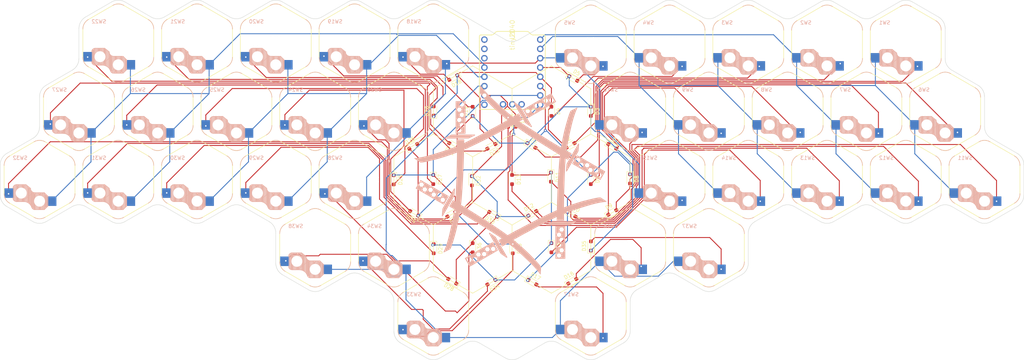
<source format=kicad_pcb>
(kicad_pcb (version 20221018) (generator pcbnew)
  (layers (0 "F.Cu" signal) (31 "B.Cu" signal) (34 "B.Paste" user) (35 "F.Paste" user) (36 "B.SilkS" user "B.Silkscreen") (37 "F.SilkS" user "F.Silkscreen") (38 "B.Mask" user) (39 "F.Mask" user) (44 "Edge.Cuts" user))
  (net 0 "")
  (net 1 "Net-(D35-A)")
  (net 2 "r1")
  (net 3 "Net-(D1-A)")
  (net 4 "r2")
  (net 5 "Net-(D2-A)")
  (net 6 "Net-(D3-A)")
  (net 7 "Net-(D4-A)")
  (net 8 "Net-(D5-A)")
  (net 9 "r3")
  (net 10 "Net-(D6-A)")
  (net 11 "r4")
  (net 12 "Net-(D7-A)")
  (net 13 "Net-(D8-A)")
  (net 14 "Net-(D9-A)")
  (net 15 "Net-(D10-A)")
  (net 16 "r5")
  (net 17 "Net-(D11-A)")
  (net 18 "r6")
  (net 19 "Net-(D12-A)")
  (net 20 "Net-(D13-A)")
  (net 21 "Net-(D14-A)")
  (net 22 "Net-(D15-A)")
  (net 23 "Net-(D16-A)")
  (net 24 "Net-(D17-A)")
  (net 25 "Net-(D18-A)")
  (net 26 "Net-(D19-A)")
  (net 27 "Net-(D20-A)")
  (net 28 "Net-(D21-A)")
  (net 29 "Net-(D22-A)")
  (net 30 "Net-(D23-A)")
  (net 31 "Net-(D24-A)")
  (net 32 "Net-(D25-A)")
  (net 33 "Net-(D26-A)")
  (net 34 "Net-(D27-A)")
  (net 35 "Net-(D28-A)")
  (net 36 "Net-(D29-A)")
  (net 37 "Net-(D30-A)")
  (net 38 "Net-(D31-A)")
  (net 39 "Net-(D32-A)")
  (net 40 "Net-(D33-A)")
  (net 41 "Net-(D34-A)")
  (net 42 "Net-(D36-A)")
  (net 43 "c1")
  (net 44 "c2")
  (net 45 "c3")
  (net 46 "c6")
  (net 47 "c4")
  (net 48 "c5")
  (net 54 "unconnected-(U1-GND-Pad18)")
  (footprint "Diode_SMD:D_SOD-323_HandSoldering" (layer "F.Cu") (at 128.778 81.026 -90)
    (fp_text reference "D32")
    (fp_text value "D")
  )
  (footprint "Diode_SMD:D_SOD-323_HandSoldering" (layer "F.Cu") (at 145.288 89.916 30)
    (fp_text reference "D12")
    (fp_text value "D")
  )
  (footprint "Diode_SMD:D_SOD-323_HandSoldering" (layer "F.Cu") (at 167.132 71.628 -30)
    (fp_text reference "D7")
    (fp_text value "D")
  )
  (footprint "Diode_SMD:D_SOD-323_HandSoldering" (layer "F.Cu") (at 150.5 62.06516 -90)
    (fp_text reference "D4")
    (fp_text value "D")
  )
  (footprint "Diode_SMD:D_SOD-323_HandSoldering" (layer "F.Cu") (at 129 99.304256 -90)
    (fp_text reference "D36")
    (fp_text value "D")
  )
  (footprint "Diode_SMD:D_SOD-323_HandSoldering" (layer "F.Cu") (at 161.29 98.826 90)
    (fp_text reference "D35")
    (fp_text value "D")
  )
  (footprint "Diode_SMD:D_SOD-323_HandSoldering" (layer "F.Cu") (at 123.444 108.458 150)
    (fp_text reference "D28")
    (fp_text value "D")
  )
  (footprint "Diode_SMD:D_SOD-323_HandSoldering" (layer "F.Cu") (at 118.364 99.568 -90)
    (fp_text reference "D29")
    (fp_text value "D")
  )
  (footprint "Diode_SMD:D_SOD-323_HandSoldering" (layer "F.Cu") (at 113.03 89.916 150)
    (fp_text reference "D24")
    (fp_text value "D")
  )
  (footprint "Diode_SMD:D_SOD-323_HandSoldering" (layer "F.Cu") (at 123.19 90.17 -150)
    (fp_text reference "D23")
    (fp_text value "D")
  )
  (footprint "Diode_SMD:D_SOD-323_HandSoldering" (layer "F.Cu") (at 134.112 71.628 -150)
    (fp_text reference "D22")
    (fp_text value "D")
  )
  (footprint "Diode_SMD:D_SOD-323_HandSoldering" (layer "F.Cu") (at 171.958 80.518 -90)
    (fp_text reference "D8")
    (fp_text value "D")
  )
  (footprint "Diode_SMD:D_SOD-323_HandSoldering" (layer "F.Cu") (at 134.112 108.712 -150)
    (fp_text reference "D34")
    (fp_text value "D")
  )
  (footprint "Diode_SMD:D_SOD-323_HandSoldering" (layer "F.Cu") (at 134.62 90.17 150)
    (fp_text reference "D30")
    (fp_text value "D")
  )
  (footprint "Diode_SMD:D_SOD-323_HandSoldering" (layer "F.Cu") (at 118.364 61.976 90)
    (fp_text reference "D20")
    (fp_text value "D")
  )
  (footprint "Diode_SMD:D_SOD-323_HandSoldering" (layer "F.Cu") (at 145.034 71.374 -30)
    (fp_text reference "D1")
    (fp_text value "D")
  )
  (footprint "Diode_SMD:D_SOD-323_HandSoldering" (layer "F.Cu") (at 123.698 52.832 -150)
    (fp_text reference "D18")
    (fp_text value "D")
  )
  (footprint "Diode_SMD:D_SOD-323_HandSoldering" (layer "F.Cu") (at 161.25 62.06516 -90)
    (fp_text reference "D3")
    (fp_text value "D")
  )
  (footprint "Diode_SMD:D_SOD-323_HandSoldering" (layer "F.Cu") (at 123.698 71.374 150)
    (fp_text reference "D21")
    (fp_text value "D")
  )
  (footprint "Diode_SMD:D_SOD-323_HandSoldering" (layer "F.Cu") (at 156.21 108.458 30)
    (fp_text reference "D16")
    (fp_text value "D")
  )
  (footprint "tiny2040:tiny2040" (layer "F.Cu") (at 130.825 50.125219)
    (fp_text reference "U1")
    (fp_text value "tiny2040")
  )
  (footprint "Diode_SMD:D_SOD-323_HandSoldering" (layer "F.Cu") (at 156.464 53.086 -30)
    (fp_text reference "D5")
    (fp_text value "D")
  )
  (footprint "Diode_SMD:D_SOD-323_HandSoldering" (layer "F.Cu") (at 155.956 90.17 -30)
    (fp_text reference "D10")
    (fp_text value "D")
  )
  (footprint "Diode_SMD:D_SOD-323_HandSoldering" (layer "F.Cu") (at 139.75 80.684708 -90)
    (fp_text reference "D13")
    (fp_text value "D")
  )
  (footprint "Diode_SMD:D_SOD-323_HandSoldering" (layer "F.Cu") (at 155.702 71.374 30)
    (fp_text reference "D2")
    (fp_text value "D")
  )
  (footprint "Diode_SMD:D_SOD-323_HandSoldering" (layer "F.Cu") (at 139.954 99.568 -90)
    (fp_text reference "D33")
    (fp_text value "D")
  )
  (footprint "Diode_SMD:D_SOD-323_HandSoldering" (layer "F.Cu") (at 161.25 80.684708 -90)
    (fp_text reference "D6")
    (fp_text value "D")
  )
  (footprint "Diode_SMD:D_SOD-323_HandSoldering" (layer "F.Cu") (at 112.776 71.628 30)
    (fp_text reference "D26")
    (fp_text value "D")
  )
  (footprint "Diode_SMD:D_SOD-323_HandSoldering" (layer "F.Cu") (at 107.442 80.772 -90)
    (fp_text reference "D25")
    (fp_text value "D")
  )
  (footprint "Diode_SMD:D_SOD-323_HandSoldering" (layer "F.Cu") (at 150.5 99.304256 -90)
    (fp_text reference "D15")
    (fp_text value "D")
  )
  (footprint "Diode_SMD:D_SOD-323_HandSoldering" (layer "F.Cu") (at 138.684 65.024 -90)
    (fp_text reference "D31")
    (fp_text value "D")
  )
  (footprint "Diode_SMD:D_SOD-323_HandSoldering" (layer "F.Cu") (at 167.132 89.662 30)
    (fp_text reference "D9")
    (fp_text value "D")
  )
  (footprint "Diode_SMD:D_SOD-323_HandSoldering" (layer "F.Cu") (at 129 62.06516 90)
    (fp_text reference "D19")
    (fp_text value "D")
  )
  (footprint "Diode_SMD:D_SOD-323_HandSoldering" (layer "F.Cu") (at 118.25 80.684708 -90)
    (fp_text reference "D27")
    (fp_text value "D")
  )
  (footprint "Diode_SMD:D_SOD-323_HandSoldering" (layer "F.Cu") (at 150.368 80.01 -90)
    (fp_text reference "D11")
    (fp_text value "D")
  )
  (footprint "Diode_SMD:D_SOD-323_HandSoldering" (layer "F.Cu") (at 145.288 108.712 -30)
    (fp_text reference "D17")
    (fp_text value "D")
  )
  (footprint "Diode_SMD:D_SOD-323_HandSoldering" (layer "F.Cu") (at 140.716 65.024 -90)
    (fp_text reference "D14")
    (fp_text value "D")
  )
  (footprint "s-ol:PG1350_hotswap" (layer "B.Cu") (at 172 99.304256 180)
    (fp_text reference "SW16")
    (fp_text value "SW_Push")
  )
  (footprint "s-ol:PG1350_hotswap" (layer "B.Cu") (at 10.75 80.684708 180)
    (fp_text reference "SW32")
    (fp_text value "SW_Push")
  )
  (footprint "s-ol:PG1350_hotswap" (layer "B.Cu") (at 118.25 117.923804 180)
    (fp_text reference "SW33")
    (fp_text value "SW_Push")
  )
  (footprint "s-ol:PG1350_hotswap" (layer "B.Cu") (at 43 62.06516 180)
    (fp_text reference "SW26")
    (fp_text value "SW_Push")
  )
  (footprint "s-ol:PG1350_hotswap" (layer "B.Cu") (at 193.5 62.06516 180)
    (fp_text reference "SW9")
    (fp_text value "SW_Push")
  )
  (footprint "s-ol:PG1350_hotswap" (layer "B.Cu") (at 107.5 62.06516 180)
    (fp_text reference "SW23")
    (fp_text value "SW_Push")
  )
  (footprint "s-ol:PG1350_hotswap" (layer "B.Cu") (at 204.25 43.752128 180)
    (fp_text reference "SW3")
    (fp_text value "SW_Push")
  )
  (footprint "s-ol:PG1350_hotswap" (layer "B.Cu") (at 215 62.06516 180)
    (fp_text reference "SW8")
    (fp_text value "SW_Push")
  )
  (footprint "s-ol:PG1350_hotswap" (layer "B.Cu") (at 236.5 62.06516 180)
    (fp_text reference "SW7")
    (fp_text value "SW_Push")
  )
  (footprint "s-ol:PG1350_hotswap" (layer "B.Cu") (at 75.25 43.445612 180)
    (fp_text reference "SW20")
    (fp_text value "SW_Push")
  )
  (footprint "s-ol:PG1350_hotswap" (layer "B.Cu") (at 193.5 99.304256 180)
    (fp_text reference "SW37")
    (fp_text value "SW_Push")
  )
  (footprint "s-ol:PG1350_hotswap" (layer "B.Cu") (at 204.25 80.684708 180)
    (fp_text reference "SW14")
    (fp_text value "SW_Push")
  )
  (footprint "s-ol:PG1350_hotswap" (layer "B.Cu") (at 107.5 99.304256 180)
    (fp_text reference "SW34")
    (fp_text value "SW_Push")
  )
  (footprint "s-ol:PG1350_hotswap" (layer "B.Cu") (at 64.5 62.06516 180)
    (fp_text reference "SW25")
    (fp_text value "SW_Push")
  )
  (footprint "s-ol:PG1350_hotswap" (layer "B.Cu") (at 86 62.06516 180)
    (fp_text reference "SW24")
    (fp_text value "SW_Push")
  )
  (footprint "s-ol:PG1350_hotswap" (layer "B.Cu") (at 247.25 80.684708 180)
    (fp_text reference "SW12")
    (fp_text value "SW_Push")
  )
  (footprint "s-ol:PG1350_hotswap" (layer "B.Cu") (at 53.75 80.684708 180)
    (fp_text reference "SW30")
    (fp_text value "SW_Push")
  )
  (footprint "s-ol:PG1350_hotswap" (layer "B.Cu") (at 182.75 43.752128 180)
    (fp_text reference "SW4")
    (fp_text value "SW_Push")
  )
  (footprint "s-ol:PG1350_hotswap" (layer "B.Cu") (at 247.25 43.752128 180)
    (fp_text reference "SW1")
    (fp_text value "SW_Push")
  )
  (footprint "s-ol:PG1350_hotswap" (layer "B.Cu") (at 75.25 80.684708 180)
    (fp_text reference "SW29")
    (fp_text value "SW_Push")
  )
  (footprint "s-ol:PG1350_hotswap" (layer "B.Cu") (at 258 62.06516 180)
    (fp_text reference "SW6")
    (fp_text value "SW_Push")
  )
  (footprint "s-ol:PG1350_hotswap" (layer "B.Cu") (at 118.25 43.445612 180)
    (fp_text reference "SW18")
    (fp_text value "SW_Push")
  )
  (footprint "s-ol:PG1350_hotswap" (layer "B.Cu") (at 86 99.304256 180)
    (fp_text reference "SW38")
    (fp_text value "SW_Push")
  )
  (footprint "s-ol:PG1350_hotswap" (layer "B.Cu") (at 182.75 80.684708 180)
    (fp_text reference "SW15")
    (fp_text value "SW_Push")
  )
  (footprint "s-ol:PG1350_hotswap" (layer "B.Cu") (at 161.25 43.752128 180)
    (fp_text reference "SW5")
    (fp_text value "SW_Push")
  )
  (footprint "s-ol:PG1350_hotswap" (layer "B.Cu") (at 96.75 80.684708 180)
    (fp_text reference "SW28")
    (fp_text value "SW_Push")
  )
  (footprint "s-ol:PG1350_hotswap" (layer "B.Cu") (at 172 62.06516 180)
    (fp_text reference "SW10")
    (fp_text value "SW_Push")
  )
  (footprint "s-ol:PG1350_hotswap" (layer "B.Cu") (at 225.75 43.752128 180)
    (fp_text reference "SW2")
    (fp_text value "SW_Push")
  )
  (footprint "s-ol:PG1350_hotswap" (layer "B.Cu") (at 161.25 117.923804 180)
    (fp_text reference "SW17")
    (fp_text value "SW_Push")
  )
  (footprint "s-ol:PG1350_hotswap" (layer "B.Cu") (at 32.25 80.684708 180)
    (fp_text reference "SW31")
    (fp_text value "SW_Push")
  )
  (footprint "s-ol:PG1350_hotswap" (layer "B.Cu") (at 53.75 43.445612 180)
    (fp_text reference "SW21")
    (fp_text value "SW_Push")
  )
  (footprint "s-ol:PG1350_hotswap" (layer "B.Cu") (at 32.25 43.445612 180)
    (fp_text reference "SW22")
    (fp_text value "SW_Push")
  )
  (footprint "s-ol:PG1350_hotswap" (layer "B.Cu") (at 96.75 43.445612 180)
    (fp_text reference "SW19")
    (fp_text value "SW_Push")
  )
  (footprint "s-ol:PG1350_hotswap" (layer "B.Cu") (at 225.75 80.684708 180)
    (fp_text reference "SW13")
    (fp_text value "SW_Push")
  )
  (footprint "s-ol:PG1350_hotswap" (layer "B.Cu") (at 268.75 80.684708 180)
    (fp_text reference "SW11")
    (fp_text value "SW_Push")
  )
  (footprint "s-ol:PG1350_hotswap" (layer "B.Cu") (at 21.5 62.06516 180)
    (fp_text reference "SW27")
    (fp_text value "SW_Push")
  )
  (gr_poly (pts (xy 163.877426 85.659123) (xy 163.943038 85.68301) (xy 165.465321 86.690225) (xy 165.39295 86.691973) (xy 165.17175 86.705731) (xy 165.003424 86.721106) (xy 164.79559 86.744272) (xy 164.547483 86.776826) (xy 164.258337 86.820366) (xy 163.927385 86.876486) (xy 163.55386 86.946785) (xy 163.136996 87.032857) (xy 162.676027 87.1363) (xy 162.170186 87.25871) (xy 161.618706 87.401683) (xy 161.020821 87.566816) (xy 160.375765 87.755705) (xy 158.40936 88.357314) (xy 157.363344 88.692855) (xy 156.286522 89.055737) (xy 155.187198 89.449097) (xy 154.073675 89.876074) (xy 152.954255 90.339805) (xy 151.837242 90.843428) (xy 150.86125 91.316915) (xy 149.754132 91.875395) (xy 147.348551 93.129599) (xy 143.186252 95.362825) (xy 141.918757 96.056505) (xy 140.753719 96.709108) (xy 138.813053 97.827694) (xy 137.063628 98.87469) (xy 136.157611 97.283045) (xy 137.417152 96.578304) (xy 140.700016 94.785871) (xy 142.867808 93.632609) (xy 145.262566 92.388432) (xy 147.791336 91.113674) (xy 150.361163 89.868672) (xy 151.486727 89.36051) (xy 152.690493 88.858455) (xy 153.934582 88.373078) (xy 155.181114 87.914948) (xy 156.392211 87.494636) (xy 157.529992 87.122711) (xy 158.556578 86.809744) (xy 159.43409 86.566304) (xy 161.099954 86.146585) (xy 161.833049 85.974131) (xy 162.481016 85.833184) (xy 163.029925 85.728671) (xy 163.465851 85.665519) (xy 163.637092 85.650994) (xy 163.774864 85.648656)) (stroke (width 0.182562)) (fill solid) (layer "B.SilkS"))
  (gr_poly (pts (xy 135.904476 100.037423) (xy 128.190123 104.491311) (xy 127.077137 102.563562) (xy 127.448522 102.563562) (xy 127.777277 103.132979) (xy 128.435417 103.13261) (xy 128.764498 102.563004) (xy 128.705608 102.461004) (xy 129.026749 102.461004) (xy 129.355508 103.030431) (xy 130.013654 103.030073) (xy 130.343046 102.460277) (xy 130.014286 101.89085) (xy 129.35614 101.891219) (xy 129.026749 102.461004) (xy 128.705608 102.461004) (xy 128.435744 101.993588) (xy 127.777908 101.993778) (xy 127.448522 102.563562) (xy 127.077137 102.563562) (xy 126.840871 102.154338) (xy 128.58854 101.145323) (xy 129.904994 101.145323) (xy 130.233749 101.714729) (xy 130.891584 101.71455) (xy 131.22097 101.144754) (xy 131.162085 101.042764) (xy 131.483221 101.042764) (xy 131.81198 101.612191) (xy 132.470126 101.611822) (xy 132.799518 101.042037) (xy 132.470758 100.472611) (xy 131.812612 100.472969) (xy 131.483221 101.042764) (xy 131.162085 101.042764) (xy 130.892216 100.575348) (xy 130.234075 100.575706) (xy 129.904994 101.145323) (xy 128.58854 101.145323) (xy 131.044715 99.727251) (xy 132.361156 99.727251) (xy 132.68991 100.296668) (xy 133.348056 100.296299) (xy 133.677442 99.726514) (xy 133.618552 99.624514) (xy 133.939693 99.624514) (xy 134.268452 100.193941) (xy 134.926598 100.193583) (xy 135.25599 99.623787) (xy 134.92723 99.05436) (xy 134.269084 99.054729) (xy 133.939693 99.624514) (xy 133.618552 99.624514) (xy 133.348688 99.157098) (xy 132.690547 99.157467) (xy 132.361156 99.727251) (xy 131.044715 99.727251) (xy 134.555224 97.700461)) (fill solid) (layer "B.SilkS"))
  (gr_poly (pts (xy 131.202084 55.170228) (xy 131.324599 55.354915) (xy 131.422077 55.493003) (xy 131.546056 55.66141) (xy 131.698303 55.86) (xy 131.880582 56.088639) (xy 132.09466 56.347192) (xy 132.342302 56.635525) (xy 132.625275 56.953504) (xy 132.945344 57.300993) (xy 133.304274 57.677859) (xy 133.703832 58.083967) (xy 134.145783 58.519182) (xy 134.631893 58.98337) (xy 136.136105 60.385524) (xy 136.949701 61.123631) (xy 137.802377 61.874745) (xy 138.6927 62.630106) (xy 139.619235 63.380956) (xy 140.095635 63.751952) (xy 140.580549 64.118535) (xy 141.0738 64.47961) (xy 141.575208 64.834083) (xy 142.473255 65.442573) (xy 143.510471 66.122125) (xy 145.799434 67.578318) (xy 149.81461 70.066369) (xy 151.049104 70.817208) (xy 152.196796 71.499856) (xy 154.135859 72.621224) (xy 155.917302 73.612769) (xy 154.991894 75.193233) (xy 153.7518 74.45481) (xy 150.558076 72.507984) (xy 148.475426 71.207253) (xy 146.200557 69.755421) (xy 143.832199 68.202821) (xy 141.46908 66.599787) (xy 140.466219 65.879101) (xy 139.429546 65.087637) (xy 138.387153 64.252913) (xy 137.367135 63.40245) (xy 136.397586 62.563765) (xy 135.506597 61.764379) (xy 134.722264 61.03181) (xy 134.072679 60.393577) (xy 133.450776 59.757783) (xy 132.876262 59.160762) (xy 132.360366 58.612111) (xy 131.914319 58.121428) (xy 131.549354 57.698314) (xy 131.400787 57.515094) (xy 131.276701 57.352366) (xy 131.178501 57.211329) (xy 131.107591 57.093183) (xy 131.065374 56.999128) (xy 131.055465 56.961509) (xy 131.053255 56.930364) (xy 131.164384 55.108427)) (stroke (width 0.182562)) (fill solid) (layer "B.SilkS"))
  (gr_poly (pts (xy 157.75758 72.89869) (xy 154.619952 78.342147) (xy 154.772563 76.476475) (xy 157.910191 71.033018)) (stroke (width 0.289281)) (fill solid) (layer "B.SilkS"))
  (gr_poly (pts (xy 127.04841 68.196183) (xy 124.349908 68.196183) (xy 124.349909 67.271243) (xy 124.703615 67.271243) (xy 125.032369 67.841397) (xy 125.689889 67.841397) (xy 126.018643 67.271243) (xy 125.689889 66.70109) (xy 125.032369 66.70109) (xy 124.703615 67.271243) (xy 124.349909 67.271243) (xy 124.349911 65.852819) (xy 125.403922 65.852819) (xy 125.732677 66.422973) (xy 126.390186 66.422973) (xy 126.71894 65.852819) (xy 126.390186 65.282666) (xy 125.732677 65.282666) (xy 125.403922 65.852819) (xy 124.349911 65.852819) (xy 124.349912 64.434753) (xy 124.703615 64.434753) (xy 125.032369 65.004907) (xy 125.689889 65.004907) (xy 126.018643 64.434753) (xy 125.689889 63.8646) (xy 125.032369 63.8646) (xy 124.703615 64.434753) (xy 124.349912 64.434753) (xy 124.349914 63.016329) (xy 125.403922 63.016329) (xy 125.732677 63.586483) (xy 126.390186 63.586483) (xy 126.71894 63.016329) (xy 126.390186 62.446534) (xy 125.732677 62.446534) (xy 125.403922 63.016329) (xy 124.349914 63.016329) (xy 124.349916 61.598263) (xy 124.703615 61.598263) (xy 125.032369 62.168417) (xy 125.689889 62.168417) (xy 126.018643 61.598263) (xy 125.689889 61.02811) (xy 125.032369 61.02811) (xy 124.703615 61.598263) (xy 124.349916 61.598263) (xy 124.349917 60.180194) (xy 125.403922 60.180194) (xy 125.732677 60.749993) (xy 126.390186 60.749993) (xy 126.71894 60.180194) (xy 126.390186 59.610041) (xy 125.732677 59.610041) (xy 125.403922 60.180194) (xy 124.349917 60.180194) (xy 124.349918 59.288415) (xy 127.048421 59.288415)) (fill solid) (layer "B.SilkS"))
  (gr_poly (pts (xy 126.608706 69.792598) (xy 126.589258 71.235762) (xy 126.500117 74.975022) (xy 126.414974 77.429016) (xy 126.295084 80.125025) (xy 126.134671 82.952383) (xy 125.927961 85.800419) (xy 125.805259 87.029266) (xy 125.638168 88.322784) (xy 125.436473 89.642886) (xy 125.20996 90.95148) (xy 124.968414 92.210477) (xy 124.72162 93.381787) (xy 124.479365 94.427321) (xy 124.251434 95.308989) (xy 123.781991 96.961532) (xy 123.564793 97.682638) (xy 123.362873 98.314267) (xy 123.178929 98.841893) (xy 123.015657 99.25099) (xy 122.942615 99.406552) (xy 122.875753 99.527034) (xy 122.815408 99.610621) (xy 122.761916 99.655498) (xy 121.128504 100.470228) (xy 121.163175 100.40668) (xy 121.26186 100.208236) (xy 121.332708 100.054773) (xy 121.416562 99.863201) (xy 121.512422 99.632057) (xy 121.619289 99.359879) (xy 121.736163 99.045205) (xy 121.862045 98.686574) (xy 121.995936 98.282523) (xy 122.136836 97.83159) (xy 122.283747 97.332314) (xy 122.435668 96.783232) (xy 122.5916 96.182882) (xy 122.750545 95.529802) (xy 123.21274 93.526043) (xy 123.445162 92.452396) (xy 123.669307 91.3384) (xy 123.878308 90.189677) (xy 124.065297 89.011849) (xy 124.223403 87.810537) (xy 124.34576 86.591364) (xy 124.423703 85.509386) (xy 124.493604 84.271352) (xy 124.610221 81.560955) (xy 124.757342 76.839687) (xy 124.807691 74.05991) (xy 124.809298 71.81995) (xy 124.777283 69.781406)) (stroke (width 0.182562)) (fill solid) (layer "B.SilkS"))
  (gr_poly (pts (xy 123.868605 85.125817) (xy 120.730966 90.569274) (xy 120.883567 88.703602) (xy 124.021206 83.260145)) (stroke (width 0.289281)) (fill solid) (layer "B.SilkS"))
  (gr_poly (pts (xy 151.800278 59.447964) (xy 144.085931 63.901853) (xy 142.975492 61.978515) (xy 143.385165 61.978515) (xy 143.713925 62.547942) (xy 144.372066 62.547584) (xy 144.701457 61.977789) (xy 144.642567 61.875788) (xy 144.963708 61.875788) (xy 145.292462 62.445215) (xy 145.950608 62.444847) (xy 146.279994 61.875051) (xy 145.95124 61.305645) (xy 145.293099 61.306003) (xy 144.963708 61.875788) (xy 144.642567 61.875788) (xy 144.372697 61.408362) (xy 143.714552 61.408731) (xy 143.385165 61.978515) (xy 142.975492 61.978515) (xy 142.73668 61.56488) (xy 144.476706 60.560276) (xy 145.841637 60.560276) (xy 146.170397 61.129703) (xy 146.828538 61.129334) (xy 147.157929 60.559549) (xy 147.099039 60.457548) (xy 147.42018 60.457548) (xy 147.748934 61.026965) (xy 148.40708 61.026596) (xy 148.736161 60.45699) (xy 148.407406 59.887574) (xy 147.749571 59.887764) (xy 147.42018 60.457548) (xy 147.099039 60.457548) (xy 146.829169 59.990122) (xy 146.171024 59.99048) (xy 145.841637 60.560276) (xy 144.476706 60.560276) (xy 146.933189 59.142025) (xy 148.298109 59.142025) (xy 148.626869 59.711452) (xy 149.28501 59.711094) (xy 149.614401 59.141299) (xy 149.555517 59.039309) (xy 149.876652 59.039309) (xy 150.205406 59.608715) (xy 150.863241 59.608536) (xy 151.192633 59.03874) (xy 150.863878 58.469334) (xy 150.205733 58.469692) (xy 149.876652 59.039309) (xy 149.555517 59.039309) (xy 149.285641 58.571872) (xy 148.627496 58.572241) (xy 148.298109 59.142025) (xy 146.933189 59.142025) (xy 150.451027 57.111002)) (fill solid) (layer "B.SilkS"))
  (gr_poly (pts (xy 155.402456 93.057595) (xy 149.119472 93.062049) (xy 150.811486 92.261373) (xy 157.09447 92.256919)) (stroke (width 0.281223)) (fill solid) (layer "B.SilkS"))
  (gr_poly (pts (xy 141.879254 60.776817) (xy 145.0246 66.21581) (xy 143.485187 65.150825) (xy 140.339841 59.711831)) (stroke (width 0.316532)) (fill solid) (layer "B.SilkS"))
  (gr_poly (pts (xy 142.483541 64.319257) (xy 141.224 65.024) (xy 137.941136 66.816437) (xy 135.773344 67.9697) (xy 133.378587 69.21388) (xy 130.849818 70.488639) (xy 128.279992 71.733641) (xy 127.154428 72.241803) (xy 125.950661 72.743858) (xy 124.706572 73.229235) (xy 123.460039 73.687364) (xy 122.248943 74.107675) (xy 121.111161 74.479598) (xy 120.084575 74.792562) (xy 119.207062 75.035999) (xy 117.541195 75.455723) (xy 116.8081 75.628179) (xy 116.160134 75.769127) (xy 115.611225 75.873639) (xy 115.175301 75.936789) (xy 115.004061 75.951314) (xy 114.86629 75.95365) (xy 114.763729 75.943181) (xy 114.69812 75.919293) (xy 113.175837 74.912088) (xy 113.248208 74.91034) (xy 113.469407 74.896582) (xy 113.637734 74.881207) (xy 113.845567 74.858041) (xy 114.093674 74.825487) (xy 114.38282 74.781947) (xy 114.713772 74.725827) (xy 115.087296 74.655529) (xy 115.50416 74.569456) (xy 115.965129 74.466013) (xy 116.470969 74.343604) (xy 117.022448 74.20063) (xy 117.620332 74.035497) (xy 118.265387 73.846608) (xy 120.23179 73.244999) (xy 121.277807 72.909458) (xy 122.354629 72.546576) (xy 123.453953 72.153216) (xy 124.567477 71.726239) (xy 125.686896 71.262508) (xy 126.803908 70.758885) (xy 127.779902 70.285395) (xy 128.887021 69.726912) (xy 131.292603 68.472706) (xy 135.454903 66.239489) (xy 136.722397 65.545805) (xy 137.887434 64.893199) (xy 139.828098 63.77461) (xy 141.577521 62.727612)) (stroke (width 0.182562)) (fill solid) (layer "B.SilkS"))
  (gr_poly (pts (xy 157.478003 61.19562) (xy 157.379319 61.394065) (xy 157.30847 61.547527) (xy 157.224616 61.7391) (xy 157.128756 61.970244) (xy 157.02189 62.242422) (xy 156.905016 62.557095) (xy 156.779134 62.915727) (xy 156.645243 63.319778) (xy 156.504343 63.77071) (xy 156.357432 64.269987) (xy 156.205511 64.819069) (xy 156.049578 65.419418) (xy 155.890634 66.072498) (xy 155.428439 68.076257) (xy 155.196017 69.149904) (xy 154.971872 70.2639) (xy 154.76287 71.412623) (xy 154.575882 72.590451) (xy 154.417776 73.791763) (xy 154.295419 75.010936) (xy 154.217476 76.092914) (xy 154.147575 77.330948) (xy 154.030957 80.041345) (xy 153.883837 84.762613) (xy 153.833487 87.54239) (xy 153.831881 89.78235) (xy 153.863896 91.820894) (xy 152.032473 91.809702) (xy 152.05192 90.366538) (xy 152.141062 86.627279) (xy 152.226205 84.173286) (xy 152.346095 81.477276) (xy 152.506508 78.649918) (xy 152.713218 75.801881) (xy 152.835919 74.573034) (xy 153.00301 73.279516) (xy 153.204705 71.959414) (xy 153.431219 70.65082) (xy 153.672765 69.391823) (xy 153.919559 68.220513) (xy 154.161814 67.174979) (xy 154.389745 66.293311) (xy 154.859188 64.640769) (xy 155.076386 63.919663) (xy 155.278305 63.288035) (xy 155.46225 62.760409) (xy 155.625522 62.351311) (xy 155.698563 62.19575) (xy 155.765425 62.075267) (xy 155.825771 61.99168) (xy 155.879263 61.946803) (xy 157.512675 61.132071)) (stroke (width 0.182562)) (fill solid) (layer "B.SilkS"))
  (gr_poly (pts (xy 165.218173 78.489147) (xy 163.868927 80.82612) (xy 161.615829 79.525295) (xy 162.932274 79.525295) (xy 163.261355 80.094911) (xy 163.919496 80.095269) (xy 164.248261 79.525853) (xy 163.918864 78.956057) (xy 163.261039 78.955878) (xy 162.932274 79.525295) (xy 161.615829 79.525295) (xy 159.159362 78.107055) (xy 160.475813 78.107055) (xy 160.805189 78.67684) (xy 161.463034 78.677029) (xy 161.732891 78.209603) (xy 162.054034 78.209603) (xy 162.38342 78.779398) (xy 163.041571 78.779756) (xy 163.370326 78.21033) (xy 163.04094 77.640545) (xy 162.382789 77.640176) (xy 162.054034 78.209603) (xy 161.732891 78.209603) (xy 161.791778 78.107602) (xy 161.462697 77.537996) (xy 160.804557 77.537628) (xy 160.475813 78.107055) (xy 159.159362 78.107055) (xy 156.702877 76.688805) (xy 158.01933 76.688805) (xy 158.348727 77.2586) (xy 159.006868 77.258958) (xy 159.276835 76.791363) (xy 159.597562 76.791363) (xy 159.926959 77.361148) (xy 160.585099 77.361517) (xy 160.913864 76.79209) (xy 160.584468 76.222294) (xy 159.926327 76.221936) (xy 159.597562 76.791363) (xy 159.276835 76.791363) (xy 159.335622 76.689542) (xy 159.006236 76.119746) (xy 158.348095 76.119388) (xy 158.01933 76.688805) (xy 156.702877 76.688805) (xy 156.154574 76.372242) (xy 156.731421 75.373113) (xy 157.14109 75.373113) (xy 157.470476 75.942908) (xy 158.128627 75.943266) (xy 158.457382 75.37384) (xy 158.127996 74.804055) (xy 157.469845 74.803686) (xy 157.14109 75.373113) (xy 156.731421 75.373113) (xy 157.503831 74.035259)) (fill solid) (layer "B.SilkS"))
  (gr_poly (pts (xy 154.291271 102.313883) (xy 151.592768 102.313883) (xy 151.592768 101.422103) (xy 151.922239 101.422103) (xy 152.250993 101.992256) (xy 152.908502 101.992256) (xy 153.237256 101.422103) (xy 152.908502 100.852307) (xy 152.250993 100.852307) (xy 151.922239 101.422103) (xy 151.592768 101.422103) (xy 151.592768 100.004037) (xy 152.622536 100.004037) (xy 152.95129 100.57419) (xy 153.608809 100.57419) (xy 153.937564 100.004037) (xy 153.608809 99.433883) (xy 152.95129 99.433883) (xy 152.622536 100.004037) (xy 151.592768 100.004037) (xy 151.592768 98.585971) (xy 151.922239 98.585971) (xy 152.250993 99.155766) (xy 152.908502 99.155766) (xy 153.237256 98.585971) (xy 152.908502 98.015817) (xy 152.250993 98.015817) (xy 151.922239 98.585971) (xy 151.592768 98.585971) (xy 151.592768 97.167547) (xy 152.622536 97.167547) (xy 152.95129 97.7377) (xy 153.608809 97.7377) (xy 153.937564 97.167547) (xy 153.608809 96.597393) (xy 152.95129 96.597393) (xy 152.622536 97.167547) (xy 151.592768 97.167547) (xy 151.592768 95.749481) (xy 151.922239 95.749481) (xy 152.250993 96.319634) (xy 152.908502 96.319634) (xy 153.237256 95.749481) (xy 152.908502 95.179327) (xy 152.250993 95.179327) (xy 151.922239 95.749481) (xy 151.592768 95.749481) (xy 151.592768 94.331057) (xy 152.622536 94.331057) (xy 152.95129 94.90121) (xy 153.608809 94.90121) (xy 153.937564 94.331057) (xy 153.608809 93.760903) (xy 152.95129 93.760903) (xy 152.622536 94.331057) (xy 151.592768 94.331057) (xy 151.592768 93.406117) (xy 154.291271 93.406117)) (fill solid) (layer "B.SilkS"))
  (gr_poly (pts (xy 135.155953 96.451499) (xy 138.301298 101.890492) (xy 136.761885 100.825486) (xy 133.61654 95.386493)) (stroke (width 0.316532)) (fill solid) (layer "B.SilkS"))
  (gr_poly (pts (xy 127.829693 69.340933) (xy 121.546709 69.345386) (xy 123.238734 68.54471) (xy 129.521718 68.540256)) (stroke (width 0.281223)) (fill solid) (layer "B.SilkS"))
  (gr_poly (pts (xy 122.486573 85.23006) (xy 121.137327 87.567033) (xy 118.818834 86.228453) (xy 120.183765 86.228453) (xy 120.513162 86.798248) (xy 121.171303 86.798606) (xy 121.500068 86.229179) (xy 121.170671 85.659394) (xy 120.51253 85.659026) (xy 120.183765 86.228453) (xy 118.818834 86.228453) (xy 116.362367 84.810213) (xy 117.727304 84.810213) (xy 118.05669 85.379998) (xy 118.714831 85.380366) (xy 118.984799 84.912761) (xy 119.305536 84.912761) (xy 119.634922 85.482546) (xy 120.293073 85.482904) (xy 120.621817 84.913498) (xy 120.292431 84.343703) (xy 119.63429 84.343334) (xy 119.305536 84.912761) (xy 118.984799 84.912761) (xy 119.043585 84.810939) (xy 118.714209 84.241144) (xy 118.056058 84.240786) (xy 117.727304 84.810213) (xy 116.362367 84.810213) (xy 113.905882 83.391963) (xy 115.270821 83.391963) (xy 115.600218 83.961758) (xy 116.258359 83.962116) (xy 116.528232 83.49469) (xy 116.849369 83.49469) (xy 117.17845 84.064306) (xy 117.83659 84.064664) (xy 118.165355 83.495248) (xy 117.835959 82.925452) (xy 117.178123 82.925273) (xy 116.849369 83.49469) (xy 116.528232 83.49469) (xy 116.587123 83.392689) (xy 116.257727 82.822904) (xy 115.599586 82.822536) (xy 115.270821 83.391963) (xy 113.905882 83.391963) (xy 113.422974 83.113156) (xy 114.021516 82.07645) (xy 114.392897 82.07645) (xy 114.722283 82.646235) (xy 115.380129 82.646424) (xy 115.708873 82.076998) (xy 115.379792 81.507392) (xy 114.721651 81.507023) (xy 114.392897 82.07645) (xy 114.021516 82.07645) (xy 114.772231 80.776172)) (fill solid) (layer "B.SilkS"))
  (gr_poly (pts (xy 124.889357 87.147484) (xy 128.08308 89.094313) (xy 130.165729 90.395046) (xy 132.440596 91.84688) (xy 134.808952 93.399481) (xy 137.172067 95.002516) (xy 138.174929 95.723202) (xy 139.211603 96.514666) (xy 140.253997 97.349389) (xy 141.274016 98.199851) (xy 142.243566 99.038535) (xy 143.134554 99.837919) (xy 143.918886 100.570486) (xy 144.568468 101.208715) (xy 145.190374 101.844512) (xy 145.764892 102.441536) (xy 146.280789 102.990189) (xy 146.726836 103.480872) (xy 147.0918 103.903985) (xy 147.240367 104.087204) (xy 147.364452 104.249932) (xy 147.462651 104.390968) (xy 147.53356 104.509112) (xy 147.575775 104.603166) (xy 147.585683 104.640784) (xy 147.587892 104.671929) (xy 147.476773 106.493876) (xy 147.439074 106.432074) (xy 147.316557 106.247388) (xy 147.219078 106.109299) (xy 147.095098 105.940892) (xy 146.942851 105.742302) (xy 146.76057 105.513664) (xy 146.546492 105.25511) (xy 146.298848 104.966777) (xy 146.015875 104.648799) (xy 145.695805 104.301309) (xy 145.336874 103.924443) (xy 144.937316 103.518336) (xy 144.495364 103.08312) (xy 144.009254 102.618932) (xy 142.505046 101.216779) (xy 141.691452 100.478672) (xy 140.838775 99.727558) (xy 139.948453 98.972196) (xy 139.021918 98.221346) (xy 138.545519 97.850351) (xy 138.060605 97.483768) (xy 137.567356 97.122692) (xy 137.06595 96.768219) (xy 136.1679 96.159726) (xy 135.13068 95.480172) (xy 132.841715 94.023977) (xy 128.826538 91.535934) (xy 127.592044 90.785091) (xy 126.444354 90.10244) (xy 124.505299 88.981069) (xy 122.723866 87.989523) (xy 123.649263 86.40906)) (stroke (width 0.182562)) (fill solid) (layer "B.SilkS"))
  (gr_line (start 150.5 74.478192) (end 150.5 86.891224) (stroke (width 0.15)) (layer "F.SilkS"))
  (gr_line (start 172 74.478192) (end 172 86.891224) (stroke (width 0.15)) (layer "F.SilkS"))
  (gr_line (start 118.25 93.09774) (end 107.5 86.891224) (stroke (width 0.15)) (layer "F.SilkS"))
  (gr_line (start 118.25 68.271676) (end 118.25 55.858644) (stroke (width 0.15)) (layer "F.SilkS"))
  (gr_line (start 107.5 74.478192) (end 118.25 68.271676) (stroke (width 0.15)) (layer "F.SilkS"))
  (gr_line (start 129 86.891224) (end 139.75 93.09774) (stroke (width 0.15)) (layer "F.SilkS"))
  (gr_line (start 118.25 55.858644) (end 129 49.652128) (stroke (width 0.15)) (layer "F.SilkS"))
  (gr_line (start 129 74.478192) (end 129 86.891224) (stroke (width 0.15)) (layer "F.SilkS"))
  (gr_line (start 172 86.891224) (end 161.25 93.09774) (stroke (width 0.15)) (layer "F.SilkS"))
  (gr_line (start 129 111.717288) (end 118.25 105.510772) (stroke (width 0.15)) (layer "F.SilkS"))
  (gr_line (start 150.5 86.891224) (end 161.25 93.09774) (stroke (width 0.15)) (layer "F.SilkS"))
  (gr_line (start 161.25 55.858644) (end 161.25 68.271676) (stroke (width 0.15)) (layer "F.SilkS"))
  (gr_line (start 150.5 111.717288) (end 139.75 105.510772) (stroke (width 0.15)) (layer "F.SilkS"))
  (gr_line (start 129 74.478192) (end 118.25 68.271676) (stroke (width 0.15)) (layer "F.SilkS"))
  (gr_line (start 161.25 105.510772) (end 150.5 111.717288) (stroke (width 0.15)) (layer "F.SilkS"))
  (gr_line (start 139.75 55.858644) (end 139.75 68.271676) (stroke (width 0.15)) (layer "F.SilkS"))
  (gr_line (start 150.5 49.652128) (end 161.25 55.858644) (stroke (width 0.15)) (layer "F.SilkS"))
  (gr_line (start 161.25 68.271676) (end 150.5 74.478192) (stroke (width 0.15)) (layer "F.SilkS"))
  (gr_line (start 139.75 93.09774) (end 139.75 105.510772) (stroke (width 0.15)) (layer "F.SilkS"))
  (gr_line (start 118.25 105.510772) (end 118.25 93.09774) (stroke (width 0.15)) (layer "F.SilkS"))
  (gr_line (start 139.75 55.858644) (end 150.5 49.652128) (stroke (width 0.15)) (layer "F.SilkS"))
  (gr_line (start 139.75 105.510772) (end 129 111.717288) (stroke (width 0.15)) (layer "F.SilkS"))
  (gr_line (start 129 86.891224) (end 118.25 93.09774) (stroke (width 0.15)) (layer "F.SilkS"))
  (gr_line (start 161.25 68.271676) (end 172 74.478192) (stroke (width 0.15)) (layer "F.SilkS"))
  (gr_line (start 129 49.652128) (end 139.75 55.858644) (stroke (width 0.15)) (layer "F.SilkS"))
  (gr_line (start 150.5 74.478192) (end 139.75 68.271676) (stroke (width 0.15)) (layer "F.SilkS"))
  (gr_line (start 161.25 93.09774) (end 161.25 105.510772) (stroke (width 0.15)) (layer "F.SilkS"))
  (gr_line (start 107.5 86.891224) (end 107.5 74.478192) (stroke (width 0.15)) (layer "F.SilkS"))
  (gr_line (start 139.75 68.271676) (end 129 74.478192) (stroke (width 0.15)) (layer "F.SilkS"))
  (gr_line (start 139.75 93.09774) (end 150.5 86.891224) (stroke (width 0.15)) (layer "F.SilkS"))
  (gr_line (start 11.241174 56.255416) (end 11.366437 56.053804) (stroke (width 0.099999)) (layer "Edge.Cuts"))
  (gr_line (start 258.616446 49.683366) (end 258.754619 49.876636) (stroke (width 0.099999)) (layer "Edge.Cuts"))
  (gr_line (start 204.249979 31.712873) (end 204.487212 31.720548) (stroke (width 0.099999)) (layer "Edge.Cuts"))
  (gr_line (start 215.708593 36.715995) (end 215.9412 36.662273) (stroke (width 0.099999)) (layer "Edge.Cuts"))
  (gr_line (start 236.737212 36.777392) (end 236.973674 36.754368) (stroke (width 0.099999)) (layer "Edge.Cuts"))
  (gr_line (start 270.36746 92.267702) (end 270.146423 92.367472) (stroke (width 0.099999)) (layer "Edge.Cuts"))
  (gr_line (start 225.987272 92.636084) (end 225.750038 92.643759) (stroke (width 0.099999)) (layer "Edge.Cuts"))
  (gr_line (start 21.171677 49.16515) (end 21.219088 49.056168) (stroke (width 0.099999)) (layer "Edge.Cuts"))
  (gr_line (start 21.262984 48.945602) (end 21.303316 48.833535) (stroke (width 0.099999)) (layer "Edge.Cuts"))
  (gr_line (start 268.652441 57.248) (end 268.678035 57.365238) (stroke (width 0.099999)) (layer "Edge.Cuts"))
  (gr_line (start 204.123149 104.463818) (end 204.053373 104.692121) (stroke (width 0.099999)) (layer "Edge.Cuts"))
  (gr_line (start 1.833088 73.533012) (end 8.91691 69.443168) (stroke (width 0.099999)) (layer "Edge.Cuts"))
  (gr_line (start 268.699823 57.483559) (end 268.717758 57.60288) (stroke (width 0.099999)) (layer "Edge.Cuts"))
  (gr_line (start 43.473691 36.754368) (end 43.708611 36.715995) (stroke (width 0.099999)) (layer "Edge.Cuts"))
  (gr_line (start 204.933963 93.195164) (end 204.866467 93.292884) (stroke (width 0.099999)) (layer "Edge.Cuts"))
  (gr_line (start 107.991171 123.959943) (end 107.9335 123.856217) (stroke (width 0.099999)) (layer "Edge.Cuts"))
  (gr_line (start 203.776285 31.743572) (end 204.012746 31.720548) (stroke (width 0.099999)) (layer "Edge.Cuts"))
  (gr_line (start 279.06649 74.97863) (end 279.12079 75.084191) (stroke (width 0.099999)) (layer "Edge.Cuts"))
  (gr_line (start 173.625622 110.90127) (end 173.52581 110.970537) (stroke (width 0.099999)) (layer "Edge.Cuts"))
  (gr_line (start 267.13257 92.267702) (end 266.916931 92.152584) (stroke (width 0.099999)) (layer "Edge.Cuts"))
  (gr_line (start 139.276282 129.852166) (end 139.041362 129.813793) (stroke (width 0.099999)) (layer "Edge.Cuts"))
  (gr_line (start 21.78091 38.061393) (end 21.879201 37.845099) (stroke (width 0.099999)) (layer "Edge.Cuts"))
  (gr_line (start 138.132527 129.506808) (end 137.916885 129.391689) (stroke (width 0.099999)) (layer "Edge.Cuts"))
  (gr_line (start 237.208593 36.715995) (end 237.4412 36.662273) (stroke (width 0.099999)) (layer "Edge.Cuts"))
  (gr_line (start 279.219083 75.300485) (end 279.262979 75.411051) (stroke (width 0.099999)) (layer "Edge.Cuts"))
  (gr_line (start 205.004637 93.099614) (end 204.933963 93.195164) (stroke (width 0.099999)) (layer "Edge.Cuts"))
  (gr_line (start 41.166904 88.062755) (end 34.08308 92.152591) (stroke (width 0.099999)) (layer "Edge.Cuts"))
  (gr_line (start 64.499995 36.785066) (end 64.737228 36.777392) (stroke (width 0.099999)) (layer "Edge.Cuts"))
  (gr_line (start 237.896388 36.508781) (end 238.117427 36.409011) (stroke (width 0.099999)) (layer "Edge.Cuts"))
  (gr_line (start 214.291366 36.715995) (end 214.526285 36.754368) (stroke (width 0.099999)) (layer "Edge.Cuts"))
  (gr_line (start 195.117501 110.887202) (end 194.896459 110.986972) (stroke (width 0.099999)) (layer "Edge.Cuts"))
  (gr_line (start 238.117488 87.947629) (end 237.896449 87.847859) (stroke (width 0.099999)) (layer "Edge.Cuts"))
  (gr_line (start 278.745395 87.115716) (end 278.594702 87.299975) (stroke (width 0.099999)) (layer "Edge.Cuts"))
  (gr_line (start 161.958598 129.813794) (end 161.723676 129.852167) (stroke (width 0.099999)) (layer "Edge.Cuts"))
  (gr_line (start 257.447859 37.533995) (end 257.508854 37.635803) (stroke (width 0.099999)) (layer "Edge.Cuts"))
  (gr_line (start 204.268238 94.962201) (end 204.258155 95.083273) (stroke (width 0.099999)) (layer "Edge.Cuts"))
  (gr_line (start 138.13254 42.615508) (end 138.353577 42.715278) (stroke (width 0.099999)) (layer "Edge.Cuts"))
  (gr_line (start 192.791366 36.715995) (end 193.026285 36.754368) (stroke (width 0.099999)) (layer "Edge.Cuts"))
  (gr_line (start 268.678035 57.365238) (end 268.699823 57.483559) (stroke (width 0.099999)) (layer "Edge.Cuts"))
  (gr_line (start 257.997991 39.346406) (end 258.000031 39.468895) (stroke (width 0.099999)) (layer "Edge.Cuts"))
  (gr_line (start 87.833076 36.293892) (end 94.916908 32.204048) (stroke (width 0.099999)) (layer "Edge.Cuts"))
  (gr_line (start 277.666931 73.532989) (end 277.771986 73.595999) (stroke (width 0.099999)) (layer "Edge.Cuts"))
  (gr_line (start 11.45861 92.574695) (end 11.22369 92.613068) (stroke (width 0.099999)) (layer "Edge.Cuts"))
  (gr_line (start 44.3964 87.847866) (end 44.170735 87.763446) (stroke (width 0.099999)) (layer "Edge.Cuts"))
  (gr_line (start 44.170735 87.763446) (end 43.941213 87.694374) (stroke (width 0.099999)) (layer "Edge.Cuts"))
  (gr_line (start 53.749996 31.712873) (end 53.987229 31.720548) (stroke (width 0.099999)) (layer "Edge.Cuts"))
  (gr_line (start 269.655313 68.680387) (end 269.818141 68.854968) (stroke (width 0.099999)) (layer "Edge.Cuts"))
  (gr_line (start 105.666908 36.293892) (end 105.88255 36.409011) (stroke (width 0.099999)) (layer "Edge.Cuts"))
  (gr_line (start 172.097552 113.106581) (end 172.071957 113.22382) (stroke (width 0.099999)) (layer "Edge.Cuts"))
  (gr_line (start 87.170729 111.071399) (end 86.941207 111.14047) (stroke (width 0.099999)) (layer "Edge.Cuts"))
  (gr_line (start 150.499979 124.810677) (end 150.262745 124.818351) (stroke (width 0.099999)) (layer "Edge.Cuts"))
  (gr_line (start 141.367427 42.615508) (end 141.583069 42.500389) (stroke (width 0.099999)) (layer "Edge.Cuts"))
  (gr_line (start 52.57925 92.451901) (end 52.353584 92.36748) (stroke (width 0.099999)) (layer "Edge.Cuts"))
  (gr_line (start 268.62309 57.13193) (end 268.652441 57.248) (stroke (width 0.099999)) (layer "Edge.Cuts"))
  (gr_line (start 215.708654 87.640644) (end 215.473734 87.602271) (stroke (width 0.099999)) (layer "Edge.Cuts"))
  (gr_line (start 149.103567 125.086963) (end 148.882527 125.186734) (stroke (width 0.099999)) (layer "Edge.Cuts"))
  (gr_line (start 107.5182 122.492236) (end 107.508117 122.371164) (stroke (width 0.099999)) (layer "Edge.Cuts"))
  (gr_line (start 127.166901 125.301853) (end 120.083092 129.39169) (stroke (width 0.099999)) (layer "Edge.Cuts"))
  (gr_line (start 194.896388 36.508781) (end 195.117427 36.409011) (stroke (width 0.099999)) (layer "Edge.Cuts"))
  (gr_line (start 107.373082 112.990518) (end 107.303303 112.762214) (stroke (width 0.099999)) (layer "Edge.Cuts"))
  (gr_line (start 66.117435 87.947636) (end 65.896396 87.847866) (stroke (width 0.099999)) (layer "Edge.Cuts"))
  (gr_line (start 205.235252 92.826812) (end 205.15533 92.915354) (stroke (width 0.099999)) (layer "Edge.Cuts"))
  (gr_line (start 267.579273 92.451892) (end 267.353608 92.367472) (stroke (width 0.099999)) (layer "Edge.Cuts"))
  (gr_line (start 20.745393 49.876636) (end 20.816068 49.781085) (stroke (width 0.099999)) (layer "Edge.Cuts"))
  (gr_line (start 257.316092 37.33647) (end 257.383589 37.43419) (stroke (width 0.099999)) (layer "Edge.Cuts"))
  (gr_line (start 32.012764 31.720548) (end 32.249997 31.712873) (stroke (width 0.099999)) (layer "Edge.Cuts"))
  (gr_line (start 170.571356 125.031122) (end 170.374433 125.172662) (stroke (width 0.099999)) (layer "Edge.Cuts"))
  (gr_line (start 23.333086 36.293899) (end 30.41691 32.204048) (stroke (width 0.099999)) (layer "Edge.Cuts"))
  (gr_line (start 278.883557 74.673291) (end 278.947826 74.773096) (stroke (width 0.099999)) (layer "Edge.Cuts"))
  (gr_line (start 55.583084 32.204048) (end 62.666908 36.293892) (stroke (width 0.099999)) (layer "Edge.Cuts"))
  (gr_line (start 161.249979 129.882865) (end 161.012745 129.87519) (stroke (width 0.099999)) (layer "Edge.Cuts"))
  (gr_line (start 19.874427 50.694478) (end 19.974237 50.62521) (stroke (width 0.099999)) (layer "Edge.Cuts"))
  (gr_line (start 138.808755 129.760071) (end 138.579233 129.690999) (stroke (width 0.099999)) (layer "Edge.Cuts"))
  (gr_line (start 108.568127 124.713666) (end 108.48522 124.627627) (stroke (width 0.099999)) (layer "Edge.Cuts"))
  (gr_line (start 257.566525 37.739529) (end 257.620825 37.845091) (stroke (width 0.099999)) (layer "Edge.Cuts"))
  (gr_line (start 204.053373 104.692121) (end 203.969147 104.914754) (stroke (width 0.099999)) (layer "Edge.Cuts"))
  (gr_line (start 86.708601 36.715995) (end 86.941207 36.662273) (stroke (width 0.099999)) (layer "Edge.Cuts"))
  (gr_line (start 246.308761 31.835667) (end 246.541366 31.781945) (stroke (width 0.099999)) (layer "Edge.Cuts"))
  (gr_line (start 10.623094 67.224728) (end 10.652444 67.108658) (stroke (width 0.099999)) (layer "Edge.Cuts"))
  (gr_line (start 54.920735 92.451901) (end 54.691213 92.520973) (stroke (width 0.099999)) (layer "Edge.Cuts"))
  (gr_line (start 55.367439 92.267711) (end 55.1464 92.36748) (stroke (width 0.099999)) (layer "Edge.Cuts"))
  (gr_line (start 279.467758 76.222372) (end 279.481792 76.34261) (stroke (width 0.099999)) (layer "Edge.Cuts"))
  (gr_line (start 96.987219 106.198754) (end 96.749986 106.19108) (stroke (width 0.099999)) (layer "Edge.Cuts"))
  (gr_line (start 202.416977 106.682247) (end 195.333145 110.772083) (stroke (width 0.099999)) (layer "Edge.Cuts"))
  (gr_line (start 257.803346 38.284019) (end 257.840066 38.397504) (stroke (width 0.099999)) (layer "Edge.Cuts"))
  (gr_line (start 76.775751 106.483795) (end 76.678639 106.411523) (stroke (width 0.099999)) (layer "Edge.Cuts"))
  (gr_line (start 170.166901 36.293892) (end 170.38254 36.409011) (stroke (width 0.099999)) (layer "Edge.Cuts"))
  (gr_line (start 44.396404 36.508781) (end 44.617443 36.409011) (stroke (width 0.099999)) (layer "Edge.Cuts"))
  (gr_line (start 204.376936 94.371013) (end 204.347586 94.487083) (stroke (width 0.099999)) (layer "Edge.Cuts"))
  (gr_line (start 107.737233 36.777392) (end 107.973696 36.754368) (stroke (width 0.099999)) (layer "Edge.Cuts"))
  (gr_line (start 258.237249 87.57925) (end 258.000015 87.571576) (stroke (width 0.099999)) (layer "Edge.Cuts"))
  (gr_line (start 10.041381 92.574695) (end 9.808775 92.520973) (stroke (width 0.099999)) (layer "Edge.Cuts"))
  (gr_line (start 116.853589 129.606578) (end 116.63255 129.506808) (stroke (width 0.099999)) (layer "Edge.Cuts"))
  (gr_line (start 205.678685 92.423315) (end 205.584315 92.498508) (stroke (width 0.099999)) (layer "Edge.Cuts"))
  (gr_line (start 30.41691 32.204048) (end 30.632551 32.088929) (stroke (width 0.099999)) (layer "Edge.Cuts"))
  (gr_line (start 268.821965 66.991421) (end 268.87691 67.224728) (stroke (width 0.099999)) (layer "Edge.Cuts"))
  (gr_line (start 279.17167 75.191504) (end 279.219083 75.300485) (stroke (width 0.099999)) (layer "Edge.Cuts"))
  (gr_line (start 32.01276 92.636092) (end 31.776299 92.613068) (stroke (width 0.099999)) (layer "Edge.Cuts"))
  (gr_line (start 194.441267 111.140464) (end 194.208659 111.194186) (stroke (width 0.099999)) (layer "Edge.Cuts"))
  (gr_line (start 256.829273 87.76344) (end 256.603608 87.84786) (stroke (width 0.099999)) (layer "Edge.Cuts"))
  (gr_line (start 237.208654 87.640644) (end 236.973734 87.602271) (stroke (width 0.099999)) (layer "Edge.Cuts"))
  (gr_line (start 108.653972 124.797119) (end 108.568127 124.713666) (stroke (width 0.099999)) (layer "Edge.Cuts"))
  (gr_line (start 204.446714 94.142709) (end 204.409995 94.256194) (stroke (width 0.099999)) (layer "Edge.Cuts"))
  (gr_line (start 130.17073 125.002543) (end 129.941206 124.933471) (stroke (width 0.099999)) (layer "Edge.Cuts"))
  (gr_line (start 63.329254 36.593201) (end 63.558775 36.662273) (stroke (width 0.099999)) (layer "Edge.Cuts"))
  (gr_line (start 139.987213 129.87519) (end 139.749979 129.882865) (stroke (width 0.099999)) (layer "Edge.Cuts"))
  (gr_line (start 278.257296 73.956943) (end 278.346028 74.037726) (stroke (width 0.099999)) (layer "Edge.Cuts"))
  (gr_line (start 258.19668 48.833541) (end 258.280912 49.056173) (stroke (width 0.099999)) (layer "Edge.Cuts"))
  (gr_line (start 30.853586 92.36748) (end 30.632547 92.267711) (stroke (width 0.099999)) (layer "Edge.Cuts"))
  (gr_line (start 84.603584 36.508781) (end 84.829249 36.593201) (stroke (width 0.099999)) (layer "Edge.Cuts"))
  (gr_line (start 181.808761 31.835667) (end 182.041366 31.781945) (stroke (width 0.099999)) (layer "Edge.Cuts"))
  (gr_line (start 20.558774 87.694374) (end 20.329252 87.763446) (stroke (width 0.099999)) (layer "Edge.Cuts"))
  (gr_line (start 256.166931 88.062748) (end 249.08313 92.152584) (stroke (width 0.099999)) (layer "Edge.Cuts"))
  (gr_line (start 75.252032 103.629747) (end 75.249992 103.507259) (stroke (width 0.099999)) (layer "Edge.Cuts"))
  (gr_line (start 9.844701 68.680392) (end 9.921588 68.58943) (stroke (width 0.099999)) (layer "Edge.Cuts"))
  (gr_line (start 1.428649 87.792026) (end 1.334281 87.716834) (stroke (width 0.099999)) (layer "Edge.Cuts"))
  (gr_line (start 51.916908 32.204048) (end 52.132549 32.088929) (stroke (width 0.099999)) (layer "Edge.Cuts"))
  (gr_line (start 268.590031 57.017111) (end 268.62309 57.13193) (stroke (width 0.099999)) (layer "Edge.Cuts"))
  (gr_line (start 214.999979 36.785066) (end 215.237212 36.777392) (stroke (width 0.099999)) (layer "Edge.Cuts"))
  (gr_line (start 42.526297 87.602279) (end 42.291378 87.640652) (stroke (width 0.099999)) (layer "Edge.Cuts"))
  (gr_line (start 86.941207 36.662273) (end 87.170729 36.593201) (stroke (width 0.099999)) (layer "Edge.Cuts"))
  (gr_line (start 86.473681 111.232564) (end 86.237219 111.255588) (stroke (width 0.099999)) (layer "Edge.Cuts"))
  (gr_line (start 1.334281 87.716834) (end 1.242706 87.638805) (stroke (width 0.099999)) (layer "Edge.Cuts"))
  (gr_line (start 107.428026 113.223826) (end 107.373082 112.990518) (stroke (width 0.099999)) (layer "Edge.Cuts"))
  (gr_line (start 268.782242 66.753778) (end 268.821965 66.991421) (stroke (width 0.099999)) (layer "Edge.Cuts"))
  (gr_line (start 204.802197 93.392689) (end 204.741203 93.494496) (stroke (width 0.099999)) (layer "Edge.Cuts"))
  (gr_line (start 75.80216 105.44215) (end 75.741166 105.340343) (stroke (width 0.099999)) (layer "Edge.Cuts"))
  (gr_line (start 181.132588 106.567128) (end 180.916946 106.682247) (stroke (width 0.099999)) (layer "Edge.Cuts"))
  (gr_line (start 214.762805 87.579248) (end 214.526343 87.602271) (stroke (width 0.099999)) (layer "Edge.Cuts"))
  (gr_line (start 170.931878 124.713665) (end 170.757299 124.8779) (stroke (width 0.099999)) (layer "Edge.Cuts"))
  (gr_line (start 268.258816 56.255412) (end 268.316487 56.359138) (stroke (width 0.099999)) (layer "Edge.Cuts"))
  (gr_line (start 161.958593 31.781945) (end 162.1912 31.835667) (stroke (width 0.099999)) (layer "Edge.Cuts"))
  (gr_line (start 73.853584 31.989159) (end 74.079249 31.904738) (stroke (width 0.099999)) (layer "Edge.Cuts"))
  (gr_line (start 258.000015 87.571576) (end 257.762782 87.57925) (stroke (width 0.099999)) (layer "Edge.Cuts"))
  (gr_line (start 20.816068 49.781085) (end 20.883564 49.683365) (stroke (width 0.099999)) (layer "Edge.Cuts"))
  (gr_line (start 95.353584 31.989159) (end 95.579249 31.904738) (stroke (width 0.099999)) (layer "Edge.Cuts"))
  (gr_line (start 1.625572 87.933566) (end 1.525762 87.864298) (stroke (width 0.099999)) (layer "Edge.Cuts"))
  (gr_line (start 63.103588 87.847866) (end 62.882549 87.947636) (stroke (width 0.099999)) (layer "Edge.Cuts"))
  (gr_line (start 193.737212 36.777392) (end 193.973674 36.754368) (stroke (width 0.099999)) (layer "Edge.Cuts"))
  (gr_line (start 21.219088 49.056168) (end 21.262984 48.945602) (stroke (width 0.099999)) (layer "Edge.Cuts"))
  (gr_line (start 0.616438 86.92246) (end 0.552169 86.822655) (stroke (width 0.099999)) (layer "Edge.Cuts"))
  (gr_line (start 172.985251 111.446301) (end 172.905327 111.534843) (stroke (width 0.099999)) (layer "Edge.Cuts"))
  (gr_line (start 96.041372 106.260151) (end 95.808766 106.313874) (stroke (width 0.099999)) (layer "Edge.Cuts"))
  (gr_line (start 268.316487 56.359138) (end 268.370788 56.464699) (stroke (width 0.099999)) (layer "Edge.Cuts"))
  (gr_line (start 9.32135 69.172434) (end 9.415718 69.097241) (stroke (width 0.099999)) (layer "Edge.Cuts"))
  (gr_line (start 141.36744 129.506809) (end 141.146398 129.606579) (stroke (width 0.099999)) (layer "Edge.Cuts"))
  (gr_line (start 63.791381 36.715995) (end 64.0263 36.754368) (stroke (width 0.099999)) (layer "Edge.Cuts"))
  (gr_line (start 224.353628 92.367473) (end 224.132588 92.267703) (stroke (width 0.099999)) (layer "Edge.Cuts"))
  (gr_line (start 151.896398 125.086963) (end 151.67073 125.002543) (stroke (width 0.099999)) (layer "Edge.Cuts"))
  (gr_line (start 238.333069 36.293892) (end 245.416901 32.204048) (stroke (width 0.099999)) (layer "Edge.Cuts"))
  (gr_line (start 148.666901 38.410545) (end 159.416901 32.204048) (stroke (width 0.099999)) (layer "Edge.Cuts"))
  (gr_line (start 248.646388 31.989159) (end 248.867427 32.088929) (stroke (width 0.099999)) (layer "Edge.Cuts"))
  (gr_line (start 33.867439 92.267711) (end 33.6464 92.36748) (stroke (width 0.099999)) (layer "Edge.Cuts"))
  (gr_line (start 248.1912 31.835667) (end 248.420721 31.904738) (stroke (width 0.099999)) (layer "Edge.Cuts"))
  (gr_line (start 94.916901 106.682255) (end 87.833076 110.772091) (stroke (width 0.099999)) (layer "Edge.Cuts"))
  (gr_line (start 87.617435 36.409011) (end 87.833076 36.293892) (stroke (width 0.099999)) (layer "Edge.Cuts"))
  (gr_line (start 171.245396 124.354824) (end 171.094705 124.539083) (stroke (width 0.099999)) (layer "Edge.Cuts"))
  (gr_line (start 139.512745 129.87519) (end 139.276282 129.852166) (stroke (width 0.099999)) (layer "Edge.Cuts"))
  (gr_line (start 65.441215 36.662273) (end 65.670737 36.593201) (stroke (width 0.099999)) (layer "Edge.Cuts"))
  (gr_line (start 204.347586 94.487083) (end 204.321993 94.60432) (stroke (width 0.099999)) (layer "Edge.Cuts"))
  (gr_line (start 10.590036 67.339548) (end 10.623094 67.224728) (stroke (width 0.099999)) (layer "Edge.Cuts"))
  (gr_line (start 247.958654 92.574687) (end 247.723734 92.61306) (stroke (width 0.099999)) (layer "Edge.Cuts"))
  (gr_line (start 97.691207 106.313874) (end 97.458601 106.260151) (stroke (width 0.099999)) (layer "Edge.Cuts"))
  (gr_line (start 191.88254 36.409011) (end 192.103577 36.508781) (stroke (width 0.099999)) (layer "Edge.Cuts"))
  (gr_line (start 74.633548 93.292894) (end 74.495377 93.099624) (stroke (width 0.099999)) (layer "Edge.Cuts"))
  (gr_line (start 152.11744 125.186734) (end 151.896398 125.086963) (stroke (width 0.099999)) (layer "Edge.Cuts"))
  (gr_line (start 148.666885 125.301853) (end 141.583084 129.39169) (stroke (width 0.099999)) (layer "Edge.Cuts"))
  (gr_line (start 30.85359 31.989159) (end 31.079256 31.904738) (stroke (width 0.099999)) (layer "Edge.Cuts"))
  (gr_line (start 224.13254 32.088929) (end 224.353577 31.989159) (stroke (width 0.099999)) (layer "Edge.Cuts"))
  (gr_line (start 32.723688 92.613068) (end 32.487226 92.636092) (stroke (width 0.099999)) (layer "Edge.Cuts"))
  (gr_line (start 118.958616 31.781945) (end 119.191222 31.835667) (stroke (width 0.099999)) (layer "Edge.Cuts"))
  (gr_line (start 138.579233 129.690999) (end 138.353567 129.606578) (stroke (width 0.099999)) (layer "Edge.Cuts"))
  (gr_line (start 226.223734 92.61306) (end 225.987272 92.636084) (stroke (width 0.099999)) (layer "Edge.Cuts"))
  (gr_line (start 9.921588 68.58943) (end 9.995393 68.496131) (stroke (width 0.099999)) (layer "Edge.Cuts"))
  (gr_line (start 105.87441 110.901281) (end 105.666893 110.772091) (stroke (width 0.099999)) (layer "Edge.Cuts"))
  (gr_line (start 184.367427 32.088929) (end 184.583069 32.204048) (stroke (width 0.099999)) (layer "Edge.Cuts"))
  (gr_line (start 279.481792 76.34261) (end 279.491875 76.463682) (stroke (width 0.099999)) (layer "Edge.Cuts"))
  (gr_line (start 75.347549 104.347757) (end 75.321956 104.23052) (stroke (width 0.099999)) (layer "Edge.Cuts"))
  (gr_line (start 204.958593 31.781945) (end 205.1912 31.835667) (stroke (width 0.099999)) (layer "Edge.Cuts"))
  (gr_line (start 42.291382 36.715995) (end 42.526301 36.754368) (stroke (width 0.099999)) (layer "Edge.Cuts"))
  (gr_line (start 85.291372 111.194191) (end 85.058766 111.14047) (stroke (width 0.099999)) (layer "Edge.Cuts"))
  (gr_line (start 203.344766 105.919477) (end 203.181939 106.094058) (stroke (width 0.099999)) (layer "Edge.Cuts"))
  (gr_line (start 65.67073 87.763446) (end 65.441209 87.694374) (stroke (width 0.099999)) (layer "Edge.Cuts"))
  (gr_line (start 173.334322 111.117999) (end 173.242744 111.196028) (stroke (width 0.099999)) (layer "Edge.Cuts"))
  (gr_line (start 75.2682 103.87264) (end 75.258117 103.751569) (stroke (width 0.099999)) (layer "Edge.Cuts"))
  (gr_line (start 278.745387 74.480021) (end 278.816061 74.575571) (stroke (width 0.099999)) (layer "Edge.Cuts"))
  (gr_line (start 139.987212 42.983889) (end 140.223674 42.960865) (stroke (width 0.099999)) (layer "Edge.Cuts"))
  (gr_line (start 267.764766 55.587727) (end 267.844687 55.676269) (stroke (width 0.099999)) (layer "Edge.Cuts"))
  (gr_line (start 258.754619 49.876636) (end 258.905312 50.060895) (stroke (width 0.099999)) (layer "Edge.Cuts"))
  (gr_line (start 256.931889 36.882078) (end 257.014798 36.968117) (stroke (width 0.099999)) (layer "Edge.Cuts"))
  (gr_line (start 246.308816 92.520965) (end 246.079294 92.451893) (stroke (width 0.099999)) (layer "Edge.Cuts"))
  (gr_line (start 259.396423 87.84786) (end 259.170758 87.76344) (stroke (width 0.099999)) (layer "Edge.Cuts"))
  (gr_line (start 118.487233 31.720548) (end 118.723696 31.743572) (stroke (width 0.099999)) (layer "Edge.Cuts"))
  (gr_line (start 193.973738 111.232559) (end 193.737274 111.255583) (stroke (width 0.099999)) (layer "Edge.Cuts"))
  (gr_line (start 193.973674 36.754368) (end 194.208593 36.715995) (stroke (width 0.099999)) (layer "Edge.Cuts"))
  (gr_line (start 31.776299 92.613068) (end 31.541379 92.574695) (stroke (width 0.099999)) (layer "Edge.Cuts"))
  (gr_line (start 20.671589 49.969934) (end 20.745393 49.876636) (stroke (width 0.099999)) (layer "Edge.Cuts"))
  (gr_line (start 257.508854 37.635803) (end 257.566525 37.739529) (stroke (width 0.099999)) (layer "Edge.Cuts"))
  (gr_line (start 235.329241 36.593201) (end 235.558761 36.662273) (stroke (width 0.099999)) (layer "Edge.Cuts"))
  (gr_line (start 109.333092 36.293892) (end 116.416908 32.204048) (stroke (width 0.099999)) (layer "Edge.Cuts"))
  (gr_line (start 10.469088 67.675666) (end 10.512984 67.5651) (stroke (width 0.099999)) (layer "Edge.Cuts"))
  (gr_line (start 42.526301 36.754368) (end 42.762763 36.777392) (stroke (width 0.099999)) (layer "Edge.Cuts"))
  (gr_line (start 192.103577 36.508781) (end 192.329241 36.593201) (stroke (width 0.099999)) (layer "Edge.Cuts"))
  (gr_line (start 129.473677 124.841375) (end 129.237214 124.818351) (stroke (width 0.099999)) (layer "Edge.Cuts"))
  (gr_line (start 107.550168 122.731796) (end 107.532233 122.612474) (stroke (width 0.099999)) (layer "Edge.Cuts"))
  (gr_line (start 21.120797 49.272463) (end 21.171677 49.16515) (stroke (width 0.099999)) (layer "Edge.Cuts"))
  (gr_line (start 107.502032 122.249342) (end 107.499992 122.126854) (stroke (width 0.099999)) (layer "Edge.Cuts"))
  (gr_line (start 216.83313 88.062748) (end 216.617488 87.947629) (stroke (width 0.099999)) (layer "Edge.Cuts"))
  (gr_line (start 128.291367 124.879748) (end 128.058762 124.933471) (stroke (width 0.099999)) (layer "Edge.Cuts"))
  (gr_line (start 98.146395 106.467366) (end 97.920729 106.382945) (stroke (width 0.099999)) (layer "Edge.Cuts"))
  (gr_line (start 85.291374 36.715995) (end 85.526293 36.754368) (stroke (width 0.099999)) (layer "Edge.Cuts"))
  (gr_line (start 248.420721 31.904738) (end 248.646388 31.989159) (stroke (width 0.099999)) (layer "Edge.Cuts"))
  (gr_line (start 75.249992 103.507259) (end 75.249992 95.327595) (stroke (width 0.099999)) (layer "Edge.Cuts"))
  (gr_line (start 21.428037 48.371922) (end 21.449824 48.253601) (stroke (width 0.099999)) (layer "Edge.Cuts"))
  (gr_line (start 12.178648 55.184236) (end 12.375571 55.042696) (stroke (width 0.099999)) (layer "Edge.Cuts"))
  (gr_line (start 108.48522 124.627627) (end 108.405299 124.539085) (stroke (width 0.099999)) (layer "Edge.Cuts"))
  (gr_line (start 256.665727 36.639813) (end 256.757305 36.717842) (stroke (width 0.099999)) (layer "Edge.Cuts"))
  (gr_line (start 21.973689 87.602279) (end 21.737227 87.579255) (stroke (width 0.099999)) (layer "Edge.Cuts"))
  (gr_line (start 116.416908 129.391689) (end 109.333092 125.301853) (stroke (width 0.099999)) (layer "Edge.Cuts"))
  (gr_line (start 76.403962 106.177519) (end 76.318118 106.094066) (stroke (width 0.099999)) (layer "Edge.Cuts"))
  (gr_line (start 171.762746 36.777392) (end 171.999979 36.785066) (stroke (width 0.099999)) (layer "Edge.Cuts"))
  (gr_line (start 22.896402 87.847866) (end 22.670736 87.763446) (stroke (width 0.099999)) (layer "Edge.Cuts"))
  (gr_line (start 268.133551 56.053799) (end 268.197821 56.153604) (stroke (width 0.099999)) (layer "Edge.Cuts"))
  (gr_line (start 215.94126 87.694367) (end 215.708654 87.640644) (stroke (width 0.099999)) (layer "Edge.Cuts"))
  (gr_line (start 55.58308 92.152591) (end 55.367439 92.267711) (stroke (width 0.099999)) (layer "Edge.Cuts"))
  (gr_line (start 182.75004 106.191072) (end 182.512806 106.198747) (stroke (width 0.099999)) (layer "Edge.Cuts"))
  (gr_line (start 258.126897 48.605237) (end 258.19668 48.833541) (stroke (width 0.099999)) (layer "Edge.Cuts"))
  (gr_line (start 139.276285 42.960865) (end 139.512746 42.983889) (stroke (width 0.099999)) (layer "Edge.Cuts"))
  (gr_line (start 10.512762 92.636092) (end 10.2763 92.613068) (stroke (width 0.099999)) (layer "Edge.Cuts"))
  (gr_line (start 95.579245 106.382945) (end 95.353579 106.467366) (stroke (width 0.099999)) (layer "Edge.Cuts"))
  (gr_line (start 171.058761 36.662273) (end 171.291366 36.715995) (stroke (width 0.099999)) (layer "Edge.Cuts"))
  (gr_line (start 76.978018 106.619244) (end 76.875561 106.553064) (stroke (width 0.099999)) (layer "Edge.Cuts"))
  (gr_line (start 234.666946 88.062748) (end 227.58313 92.152584) (stroke (width 0.099999)) (layer "Edge.Cuts"))
  (gr_line (start 43.941217 36.662273) (end 44.170738 36.593201) (stroke (width 0.099999)) (layer "Edge.Cuts"))
  (gr_line (start 30.416906 92.152591) (end 23.333082 88.062755) (stroke (width 0.099999)) (layer "Edge.Cuts"))
  (gr_line (start 268.370788 56.464699) (end 268.421668 56.572012) (stroke (width 0.099999)) (layer "Edge.Cuts"))
  (gr_line (start 75.258117 103.751569) (end 75.252032 103.629747) (stroke (width 0.099999)) (layer "Edge.Cuts"))
  (gr_line (start 106.883548 111.912388) (end 106.745377 111.719118) (stroke (width 0.099999)) (layer "Edge.Cuts"))
  (gr_line (start 171.803312 123.311728) (end 171.719086 123.534361) (stroke (width 0.099999)) (layer "Edge.Cuts"))
  (gr_line (start 85.058769 36.662273) (end 85.291374 36.715995) (stroke (width 0.099999)) (layer "Edge.Cuts"))
  (gr_line (start 116.63255 32.088929) (end 116.853589 31.989159) (stroke (width 0.099999)) (layer "Edge.Cuts"))
  (gr_line (start 257.873125 38.512323) (end 257.902475 38.628393) (stroke (width 0.099999)) (layer "Edge.Cuts"))
  (gr_line (start 172.196686 112.762204) (end 172.159965 112.87569) (stroke (width 0.099999)) (layer "Edge.Cuts"))
  (gr_line (start 41.603584 87.847866) (end 41.382545 87.947636) (stroke (width 0.099999)) (layer "Edge.Cuts"))
  (gr_line (start 64.737223 87.579255) (end 64.499991 87.571581) (stroke (width 0.099999)) (layer "Edge.Cuts"))
  (gr_line (start 236.500038 87.571573) (end 236.262805 87.579248) (stroke (width 0.099999)) (layer "Edge.Cuts"))
  (gr_line (start 247.249979 31.712873) (end 247.487212 31.720548) (stroke (width 0.099999)) (layer "Edge.Cuts"))
  (gr_line (start 120.083092 129.39169) (end 119.86745 129.506809) (stroke (width 0.099999)) (layer "Edge.Cuts"))
  (gr_line (start 193.262746 36.777392) (end 193.499979 36.785066) (stroke (width 0.099999)) (layer "Edge.Cuts"))
  (gr_line (start 247.723674 31.743572) (end 247.958593 31.781945) (stroke (width 0.099999)) (layer "Edge.Cuts"))
  (gr_line (start 0.032241 85.373383) (end 0.018208 85.253145) (stroke (width 0.099999)) (layer "Edge.Cuts"))
  (gr_line (start 20.257294 50.399715) (end 20.346029 50.318932) (stroke (width 0.099999)) (layer "Edge.Cuts"))
  (gr_line (start 204.530941 93.920077) (end 204.487046 94.030642) (stroke (width 0.099999)) (layer "Edge.Cuts"))
  (gr_line (start 20.071351 50.552937) (end 20.165719 50.477745) (stroke (width 0.099999)) (layer "Edge.Cuts"))
  (gr_line (start 236.026343 87.602271) (end 235.791423 87.640644) (stroke (width 0.099999)) (layer "Edge.Cuts"))
  (gr_line (start 51.916904 92.152591) (end 44.83308 88.062755) (stroke (width 0.099999)) (layer "Edge.Cuts"))
  (gr_line (start 33.6464 92.36748) (end 33.420735 92.451901) (stroke (width 0.099999)) (layer "Edge.Cuts"))
  (gr_line (start 140.458593 42.922492) (end 140.6912 42.86877) (stroke (width 0.099999)) (layer "Edge.Cuts"))
  (gr_line (start 266.916901 54.913498) (end 267.021958 54.976508) (stroke (width 0.099999)) (layer "Edge.Cuts"))
  (gr_line (start 129.237214 124.818351) (end 128.999981 124.810677) (stroke (width 0.099999)) (layer "Edge.Cuts"))
  (gr_line (start 84.829245 111.071399) (end 84.603579 110.986978) (stroke (width 0.099999)) (layer "Edge.Cuts"))
  (gr_line (start 65.896396 87.847866) (end 65.67073 87.763446) (stroke (width 0.099999)) (layer "Edge.Cuts"))
  (gr_line (start 171.508827 123.959942) (end 171.383565 124.161554) (stroke (width 0.099999)) (layer "Edge.Cuts"))
  (gr_line (start 119.646411 31.989159) (end 119.86745 32.088929) (stroke (width 0.099999)) (layer "Edge.Cuts"))
  (gr_line (start 64.499991 87.571581) (end 64.262759 87.579255) (stroke (width 0.099999)) (layer "Edge.Cuts"))
  (gr_line (start 279.12079 75.084191) (end 279.17167 75.191504) (stroke (width 0.099999)) (layer "Edge.Cuts"))
  (gr_line (start 97.223681 106.221778) (end 96.987219 106.198754) (stroke (width 0.099999)) (layer "Edge.Cuts"))
  (gr_line (start 9.681872 68.854975) (end 9.764779 68.768935) (stroke (width 0.099999)) (layer "Edge.Cuts"))
  (gr_line (start 159.853577 31.989159) (end 160.079241 31.904738) (stroke (width 0.099999)) (layer "Edge.Cuts"))
  (gr_line (start 268.0414 92.574685) (end 267.808794 92.520963) (stroke (width 0.099999)) (layer "Edge.Cuts"))
  (gr_line (start 195.333145 110.772083) (end 195.117501 110.887202) (stroke (width 0.099999)) (layer "Edge.Cuts"))
  (gr_line (start 258.70863 87.640647) (end 258.473711 87.602274) (stroke (width 0.099999)) (layer "Edge.Cuts"))
  (gr_line (start 129.941206 124.933471) (end 129.708598 124.879748) (stroke (width 0.099999)) (layer "Edge.Cuts"))
  (gr_line (start 108.928651 125.031123) (end 108.834282 124.955931) (stroke (width 0.099999)) (layer "Edge.Cuts"))
  (gr_line (start 257.763014 38.171951) (end 257.803346 38.284019) (stroke (width 0.099999)) (layer "Edge.Cuts"))
  (gr_line (start 33.191217 31.835667) (end 33.420739 31.904738) (stroke (width 0.099999)) (layer "Edge.Cuts"))
  (gr_line (start 76.318118 106.094066) (end 76.235211 106.008026) (stroke (width 0.099999)) (layer "Edge.Cuts"))
  (gr_line (start 246.079294 92.451893) (end 245.853628 92.367473) (stroke (width 0.099999)) (layer "Edge.Cuts"))
  (gr_line (start 227.146449 92.367473) (end 226.920782 92.451893) (stroke (width 0.099999)) (layer "Edge.Cuts"))
  (gr_line (start 172.379214 112.323274) (end 172.328332 112.430588) (stroke (width 0.099999)) (layer "Edge.Cuts"))
  (gr_line (start 170.38254 36.409011) (end 170.603577 36.508781) (stroke (width 0.099999)) (layer "Edge.Cuts"))
  (gr_line (start 128.762748 124.818351) (end 128.526286 124.841375) (stroke (width 0.099999)) (layer "Edge.Cuts"))
  (gr_line (start 84.166908 36.293892) (end 84.382547 36.409011) (stroke (width 0.099999)) (layer "Edge.Cuts"))
  (gr_line (start 150.026282 124.841375) (end 149.791362 124.879748) (stroke (width 0.099999)) (layer "Edge.Cuts"))
  (gr_line (start 258.032221 48.134287) (end 258.071949 48.371929) (stroke (width 0.099999)) (layer "Edge.Cuts"))
  (gr_line (start 119.191222 31.835667) (end 119.420744 31.904738) (stroke (width 0.099999)) (layer "Edge.Cuts"))
  (gr_line (start 191.666946 110.772083) (end 184.583145 106.682247) (stroke (width 0.099999)) (layer "Edge.Cuts"))
  (gr_line (start 162.42073 129.691) (end 162.191206 129.760071) (stroke (width 0.099999)) (layer "Edge.Cuts"))
  (gr_line (start 75.578316 105.023743) (end 75.530905 104.914763) (stroke (width 0.099999)) (layer "Edge.Cuts"))
  (gr_line (start 268.750015 92.643756) (end 268.512782 92.636081) (stroke (width 0.099999)) (layer "Edge.Cuts"))
  (gr_line (start 139.512746 42.983889) (end 139.749979 42.991564) (stroke (width 0.099999)) (layer "Edge.Cuts"))
  (gr_line (start 129.708598 124.879748) (end 129.473677 124.841375) (stroke (width 0.099999)) (layer "Edge.Cuts"))
  (gr_line (start 0.828413 87.209028) (end 0.754608 87.11573) (stroke (width 0.099999)) (layer "Edge.Cuts"))
  (gr_line (start 10.316497 67.997521) (end 10.370797 67.89196) (stroke (width 0.099999)) (layer "Edge.Cuts"))
  (gr_line (start 268.75 66.268158) (end 268.758125 66.512468) (stroke (width 0.099999)) (layer "Edge.Cuts"))
  (gr_line (start 203.541366 31.781945) (end 203.776285 31.743572) (stroke (width 0.099999)) (layer "Edge.Cuts"))
  (gr_line (start 204.25207 95.205095) (end 204.250031 95.327583) (stroke (width 0.099999)) (layer "Edge.Cuts"))
  (gr_line (start 225.512805 92.636084) (end 225.276343 92.61306) (stroke (width 0.099999)) (layer "Edge.Cuts"))
  (gr_line (start 279.262979 75.411051) (end 279.303311 75.523118) (stroke (width 0.099999)) (layer "Edge.Cuts"))
  (gr_line (start 245.416946 92.152584) (end 238.33313 88.062748) (stroke (width 0.099999)) (layer "Edge.Cuts"))
  (gr_line (start 76.646395 31.989159) (end 76.867435 32.088929) (stroke (width 0.099999)) (layer "Edge.Cuts"))
  (gr_line (start 192.103628 110.986972) (end 191.882588 110.887202) (stroke (width 0.099999)) (layer "Edge.Cuts"))
  (gr_line (start 107.008811 112.114) (end 106.883548 111.912388) (stroke (width 0.099999)) (layer "Edge.Cuts"))
  (gr_line (start 257.245416 37.24092) (end 257.316092 37.33647) (stroke (width 0.099999)) (layer "Edge.Cuts"))
  (gr_line (start 182.512806 106.198747) (end 182.276343 106.221771) (stroke (width 0.099999)) (layer "Edge.Cuts"))
  (gr_line (start 41.82925 87.763446) (end 41.603584 87.847866) (stroke (width 0.099999)) (layer "Edge.Cuts"))
  (gr_line (start 278.431871 74.121179) (end 278.514777 74.207218) (stroke (width 0.099999)) (layer "Edge.Cuts"))
  (gr_line (start 85.999987 36.785066) (end 86.237219 36.777392) (stroke (width 0.099999)) (layer "Edge.Cuts"))
  (gr_line (start 183.458659 106.260144) (end 183.223738 106.221771) (stroke (width 0.099999)) (layer "Edge.Cuts"))
  (gr_line (start 74.969074 93.920087) (end 74.870782 93.703793) (stroke (width 0.099999)) (layer "Edge.Cuts"))
  (gr_line (start 257.17161 37.147622) (end 257.245416 37.24092) (stroke (width 0.099999)) (layer "Edge.Cuts"))
  (gr_line (start 204.321993 94.60432) (end 204.300205 94.722641) (stroke (width 0.099999)) (layer "Edge.Cuts"))
  (gr_line (start 0.097557 85.728262) (end 0.071964 85.611025) (stroke (width 0.099999)) (layer "Edge.Cuts"))
  (gr_line (start 75.487219 31.720548) (end 75.723681 31.743572) (stroke (width 0.099999)) (layer "Edge.Cuts"))
  (gr_line (start 205.1912 31.835667) (end 205.420721 31.904738) (stroke (width 0.099999)) (layer "Edge.Cuts"))
  (gr_line (start 216.617427 36.409011) (end 216.833069 36.293892) (stroke (width 0.099999)) (layer "Edge.Cuts"))
  (gr_line (start 204.409995 94.256194) (end 204.376936 94.371013) (stroke (width 0.099999)) (layer "Edge.Cuts"))
  (gr_line (start 160.776285 31.743572) (end 161.012746 31.720548) (stroke (width 0.099999)) (layer "Edge.Cuts"))
  (gr_line (start 257.991906 39.224585) (end 257.997991 39.346406) (stroke (width 0.099999)) (layer "Edge.Cuts"))
  (gr_line (start 108.183931 124.259275) (end 108.116435 124.161555) (stroke (width 0.099999)) (layer "Edge.Cuts"))
  (gr_line (start 64.973689 36.754368) (end 65.208609 36.715995) (stroke (width 0.099999)) (layer "Edge.Cuts"))
  (gr_line (start 0.491175 86.720848) (end 0.433505 86.617123) (stroke (width 0.099999)) (layer "Edge.Cuts"))
  (gr_line (start 213.166901 36.293892) (end 213.38254 36.409011) (stroke (width 0.099999)) (layer "Edge.Cuts"))
  (gr_line (start 118.012767 129.87519) (end 117.776304 129.852166) (stroke (width 0.099999)) (layer "Edge.Cuts"))
  (gr_line (start 247.487212 31.720548) (end 247.723674 31.743572) (stroke (width 0.099999)) (layer "Edge.Cuts"))
  (gr_line (start 205.404004 92.65732) (end 205.318159 92.740773) (stroke (width 0.099999)) (layer "Edge.Cuts"))
  (gr_line (start 278.671583 74.386723) (end 278.745387 74.480021) (stroke (width 0.099999)) (layer "Edge.Cuts"))
  (gr_line (start 269.241184 68.101246) (end 269.366449 68.302858) (stroke (width 0.099999)) (layer "Edge.Cuts"))
  (gr_line (start 245.63254 32.088929) (end 245.853577 31.989159) (stroke (width 0.099999)) (layer "Edge.Cuts"))
  (gr_line (start 76.678639 106.411523) (end 76.584271 106.336331) (stroke (width 0.099999)) (layer "Edge.Cuts"))
  (gr_line (start 52.808772 92.520973) (end 52.57925 92.451901) (stroke (width 0.099999)) (layer "Edge.Cuts"))
  (gr_line (start 41.829254 36.593201) (end 42.058776 36.662273) (stroke (width 0.099999)) (layer "Edge.Cuts"))
  (gr_line (start 268.469081 56.680993) (end 268.512978 56.791559) (stroke (width 0.099999)) (layer "Edge.Cuts"))
  (gr_line (start 226.223674 31.743572) (end 226.458593 31.781945) (stroke (width 0.099999)) (layer "Edge.Cuts"))
  (gr_line (start 11.920737 92.451901) (end 11.691216 92.520973) (stroke (width 0.099999)) (layer "Edge.Cuts"))
  (gr_line (start 214.526285 36.754368) (end 214.762746 36.777392) (stroke (width 0.099999)) (layer "Edge.Cuts"))
  (gr_line (start 98.367435 106.567136) (end 98.146395 106.467366) (stroke (width 0.099999)) (layer "Edge.Cuts"))
  (gr_line (start 62.882549 87.947636) (end 62.666908 88.062755) (stroke (width 0.099999)) (layer "Edge.Cuts"))
  (gr_line (start 41.166908 36.293892) (end 41.382549 36.409011) (stroke (width 0.099999)) (layer "Edge.Cuts"))
  (gr_line (start 257.928068 38.745631) (end 257.949856 38.863952) (stroke (width 0.099999)) (layer "Edge.Cuts"))
  (gr_line (start 227.58313 92.152584) (end 227.367488 92.267703) (stroke (width 0.099999)) (layer "Edge.Cuts"))
  (gr_line (start 270.583099 69.443153) (end 277.666931 73.532989) (stroke (width 0.099999)) (layer "Edge.Cuts"))
  (gr_line (start 225.276285 31.743572) (end 225.512746 31.720548) (stroke (width 0.099999)) (layer "Edge.Cuts"))
  (gr_line (start 237.896449 87.847859) (end 237.670782 87.763438) (stroke (width 0.099999)) (layer "Edge.Cuts"))
  (gr_line (start 279.402441 75.867492) (end 279.428035 75.984729) (stroke (width 0.099999)) (layer "Edge.Cuts"))
  (gr_line (start 55.146404 31.989159) (end 55.367443 32.088929) (stroke (width 0.099999)) (layer "Edge.Cuts"))
  (gr_line (start 21.402444 48.48916) (end 21.428037 48.371922) (stroke (width 0.099999)) (layer "Edge.Cuts"))
  (gr_line (start 21.696682 38.284025) (end 21.78091 38.061393) (stroke (width 0.099999)) (layer "Edge.Cuts"))
  (gr_line (start 227.367427 32.088929) (end 227.583069 32.204048) (stroke (width 0.099999)) (layer "Edge.Cuts"))
  (gr_line (start 204.866467 93.292884) (end 204.802197 93.392689) (stroke (width 0.099999)) (layer "Edge.Cuts"))
  (gr_line (start 53.749992 92.643766) (end 53.512759 92.636092) (stroke (width 0.099999)) (layer "Edge.Cuts"))
  (gr_line (start 279.303327 86.072619) (end 279.219096 86.295252) (stroke (width 0.099999)) (layer "Edge.Cuts"))
  (gr_line (start 258.49118 49.481754) (end 258.616446 49.683366) (stroke (width 0.099999)) (layer "Edge.Cuts"))
  (gr_line (start 44.83308 88.062755) (end 44.617439 87.947636) (stroke (width 0.099999)) (layer "Edge.Cuts"))
  (gr_line (start 279.491875 76.463682) (end 279.497961 76.585504) (stroke (width 0.099999)) (layer "Edge.Cuts"))
  (gr_line (start 173.833069 36.293892) (end 180.916901 32.204048) (stroke (width 0.099999)) (layer "Edge.Cuts"))
  (gr_line (start 117.308778 129.760071) (end 117.079256 129.690999) (stroke (width 0.099999)) (layer "Edge.Cuts"))
  (gr_line (start 259.428663 50.552933) (end 259.625585 50.694472) (stroke (width 0.099999)) (layer "Edge.Cuts"))
  (gr_line (start 106.071333 111.04282) (end 105.87441 110.901281) (stroke (width 0.099999)) (layer "Edge.Cuts"))
  (gr_line (start 20.165719 50.477745) (end 20.257294 50.399715) (stroke (width 0.099999)) (layer "Edge.Cuts"))
  (gr_line (start 109.333092 125.301853) (end 109.228033 125.238843) (stroke (width 0.099999)) (layer "Edge.Cuts"))
  (gr_line (start 269.030919 67.675665) (end 269.129212 67.891959) (stroke (width 0.099999)) (layer "Edge.Cuts"))
  (gr_line (start 53.041382 31.781945) (end 53.276301 31.743572) (stroke (width 0.099999)) (layer "Edge.Cuts"))
  (gr_line (start 171.967749 122.612475) (end 171.928029 122.850118) (stroke (width 0.099999)) (layer "Edge.Cuts"))
  (gr_line (start 0.754608 87.11573) (end 0.683934 87.02018) (stroke (width 0.099999)) (layer "Edge.Cuts"))
  (gr_line (start 215.237272 87.579248) (end 215.000038 87.571573) (stroke (width 0.099999)) (layer "Edge.Cuts"))
  (gr_line (start 269.818141 68.854968) (end 269.99272 69.019203) (stroke (width 0.099999)) (layer "Edge.Cuts"))
  (gr_line (start 172.552184 112.012178) (end 172.491188 112.113986) (stroke (width 0.099999)) (layer "Edge.Cuts"))
  (gr_line (start 12.146403 92.36748) (end 11.920737 92.451901) (stroke (width 0.099999)) (layer "Edge.Cuts"))
  (gr_line (start 32.48723 31.720548) (end 32.723692 31.743572) (stroke (width 0.099999)) (layer "Edge.Cuts"))
  (gr_line (start 267.681859 55.501687) (end 267.764766 55.587727) (stroke (width 0.099999)) (layer "Edge.Cuts"))
  (gr_line (start 216.170782 87.763438) (end 215.94126 87.694367) (stroke (width 0.099999)) (layer "Edge.Cuts"))
  (gr_line (start 238.33313 88.062748) (end 238.117488 87.947629) (stroke (width 0.099999)) (layer "Edge.Cuts"))
  (gr_line (start 279.373107 85.844315) (end 279.303327 86.072619) (stroke (width 0.099999)) (layer "Edge.Cuts"))
  (gr_line (start 107.571956 122.850117) (end 107.550168 122.731796) (stroke (width 0.099999)) (layer "Edge.Cuts"))
  (gr_line (start 10.731793 66.63354) (end 10.741876 66.512468) (stroke (width 0.099999)) (layer "Edge.Cuts"))
  (gr_line (start 118.012767 31.720548) (end 118.25 31.712873) (stroke (width 0.099999)) (layer "Edge.Cuts"))
  (gr_line (start 160.079233 129.690999) (end 159.853567 129.606578) (stroke (width 0.099999)) (layer "Edge.Cuts"))
  (gr_line (start 159.416901 32.204048) (end 159.63254 32.088929) (stroke (width 0.099999)) (layer "Edge.Cuts"))
  (gr_line (start 0.328325 86.404249) (end 0.280913 86.295268) (stroke (width 0.099999)) (layer "Edge.Cuts"))
  (gr_line (start 9.808775 92.520973) (end 9.579253 92.451901) (stroke (width 0.099999)) (layer "Edge.Cuts"))
  (gr_line (start 95.353579 106.467366) (end 95.132541 106.567136) (stroke (width 0.099999)) (layer "Edge.Cuts"))
  (gr_line (start 0.196685 75.523132) (end 0.280913 75.300501) (stroke (width 0.099999)) (layer "Edge.Cuts"))
  (gr_line (start 269.223711 92.613057) (end 268.987249 92.636081) (stroke (width 0.099999)) (layer "Edge.Cuts"))
  (gr_line (start 76.078403 105.828522) (end 76.004599 105.735225) (stroke (width 0.099999)) (layer "Edge.Cuts"))
  (gr_line (start 173.154008 111.27681) (end 173.068161 111.360262) (stroke (width 0.099999)) (layer "Edge.Cuts"))
  (gr_line (start 127.603577 125.086963) (end 127.38254 125.186734) (stroke (width 0.099999)) (layer "Edge.Cuts"))
  (gr_line (start 85.058766 111.14047) (end 84.829245 111.071399) (stroke (width 0.099999)) (layer "Edge.Cuts"))
  (gr_line (start 224.132588 92.267703) (end 223.916946 92.152584) (stroke (width 0.099999)) (layer "Edge.Cuts"))
  (gr_line (start 256.846042 36.798625) (end 256.931889 36.882078) (stroke (width 0.099999)) (layer "Edge.Cuts"))
  (gr_line (start 55.1464 92.36748) (end 54.920735 92.451901) (stroke (width 0.099999)) (layer "Edge.Cuts"))
  (gr_line (start 32.958607 92.574695) (end 32.723688 92.613068) (stroke (width 0.099999)) (layer "Edge.Cuts"))
  (gr_line (start 64.262759 87.579255) (end 64.026298 87.602279) (stroke (width 0.099999)) (layer "Edge.Cuts"))
  (gr_line (start 75.487009 104.804197) (end 75.446677 104.69213) (stroke (width 0.099999)) (layer "Edge.Cuts"))
  (gr_line (start 236.262746 36.777392) (end 236.499979 36.785066) (stroke (width 0.099999)) (layer "Edge.Cuts"))
  (gr_line (start 279.500031 84.887745) (end 279.491901 85.132055) (stroke (width 0.099999)) (layer "Edge.Cuts"))
  (gr_line (start 127.166908 36.293892) (end 137.916901 42.500389) (stroke (width 0.099999)) (layer "Edge.Cuts"))
  (gr_line (start 259.833099 50.823662) (end 266.916901 54.913498) (stroke (width 0.099999)) (layer "Edge.Cuts"))
  (gr_line (start 259.61746 87.947629) (end 259.396423 87.84786) (stroke (width 0.099999)) (layer "Edge.Cuts"))
  (gr_line (start 108.254606 124.354825) (end 108.183931 124.259275) (stroke (width 0.099999)) (layer "Edge.Cuts"))
  (gr_line (start 205.646388 31.989159) (end 205.867427 32.088929) (stroke (width 0.099999)) (layer "Edge.Cuts"))
  (gr_line (start 184.367501 106.567128) (end 184.146459 106.467358) (stroke (width 0.099999)) (layer "Edge.Cuts"))
  (gr_line (start 213.603577 36.508781) (end 213.829241 36.593201) (stroke (width 0.099999)) (layer "Edge.Cuts"))
  (gr_line (start 257.999969 39.468902) (end 257.999969 47.648666) (stroke (width 0.099999)) (layer "Edge.Cuts"))
  (gr_line (start 149.558755 124.933471) (end 149.329233 125.002543) (stroke (width 0.099999)) (layer "Edge.Cuts"))
  (gr_line (start 1.068128 74.1212) (end 1.242706 73.956965) (stroke (width 0.099999)) (layer "Edge.Cuts"))
  (gr_line (start 247.250038 92.643759) (end 247.012805 92.636084) (stroke (width 0.099999)) (layer "Edge.Cuts"))
  (gr_line (start 21.497959 47.771147) (end 21.499998 47.648659) (stroke (width 0.099999)) (layer "Edge.Cuts"))
  (gr_line (start 42.291378 87.640652) (end 42.058772 87.694374) (stroke (width 0.099999)) (layer "Edge.Cuts"))
  (gr_line (start 278.947826 74.773096) (end 279.00882 74.874903) (stroke (width 0.099999)) (layer "Edge.Cuts"))
  (gr_line (start 180.916901 32.204048) (end 181.13254 32.088929) (stroke (width 0.099999)) (layer "Edge.Cuts"))
  (gr_line (start 214.291423 87.640644) (end 214.058816 87.694367) (stroke (width 0.099999)) (layer "Edge.Cuts"))
  (gr_line (start 149.329233 125.002543) (end 149.103567 125.086963) (stroke (width 0.099999)) (layer "Edge.Cuts"))
  (gr_line (start 194.896459 110.986972) (end 194.670791 111.071393) (stroke (width 0.099999)) (layer "Edge.Cuts"))
  (gr_line (start 258.071949 48.371929) (end 258.126897 48.605237) (stroke (width 0.099999)) (layer "Edge.Cuts"))
  (gr_line (start 63.791379 87.640652) (end 63.558774 87.694374) (stroke (width 0.099999)) (layer "Edge.Cuts"))
  (gr_line (start 249.08313 92.152584) (end 248.867488 92.267703) (stroke (width 0.099999)) (layer "Edge.Cuts"))
  (gr_line (start 8.91691 69.443168) (end 9.021969 69.380158) (stroke (width 0.099999)) (layer "Edge.Cuts"))
  (gr_line (start 151.441206 124.933471) (end 151.208598 124.879748) (stroke (width 0.099999)) (layer "Edge.Cuts"))
  (gr_line (start 216.617488 87.947629) (end 216.396449 87.847859) (stroke (width 0.099999)) (layer "Edge.Cuts"))
  (gr_line (start 225.987212 31.720548) (end 226.223674 31.743572) (stroke (width 0.099999)) (layer "Edge.Cuts"))
  (gr_line (start 54.458611 31.781945) (end 54.691217 31.835667) (stroke (width 0.099999)) (layer "Edge.Cuts"))
  (gr_line (start 22.670736 87.763446) (end 22.441215 87.694374) (stroke (width 0.099999)) (layer "Edge.Cuts"))
  (gr_line (start 20.883564 49.683365) (end 20.947833 49.583559) (stroke (width 0.099999)) (layer "Edge.Cuts"))
  (gr_line (start 248.420782 92.451893) (end 248.19126 92.520965) (stroke (width 0.099999)) (layer "Edge.Cuts"))
  (gr_line (start 270.583099 92.152584) (end 270.36746 92.267702) (stroke (width 0.099999)) (layer "Edge.Cuts"))
  (gr_line (start 74.007277 92.576547) (end 73.821333 92.423326) (stroke (width 0.099999)) (layer "Edge.Cuts"))
  (gr_line (start 278.071346 87.792014) (end 277.87442 87.933554) (stroke (width 0.099999)) (layer "Edge.Cuts"))
  (gr_line (start 192.329294 111.071393) (end 192.103628 110.986972) (stroke (width 0.099999)) (layer "Edge.Cuts"))
  (gr_line (start 95.132547 32.088929) (end 95.353584 31.989159) (stroke (width 0.099999)) (layer "Edge.Cuts"))
  (gr_line (start 96.512753 106.198754) (end 96.276291 106.221778) (stroke (width 0.099999)) (layer "Edge.Cuts"))
  (gr_line (start 173.833145 110.772083) (end 173.728084 110.835091) (stroke (width 0.099999)) (layer "Edge.Cuts"))
  (gr_line (start 195.333069 36.293892) (end 202.416901 32.204048) (stroke (width 0.099999)) (layer "Edge.Cuts"))
  (gr_line (start 172.032232 113.461465) (end 172.018197 113.581705) (stroke (width 0.099999)) (layer "Edge.Cuts"))
  (gr_line (start 172.905327 111.534843) (end 172.828438 111.625805) (stroke (width 0.099999)) (layer "Edge.Cuts"))
  (gr_line (start 173.428694 111.042808) (end 173.334322 111.117999) (stroke (width 0.099999)) (layer "Edge.Cuts"))
  (gr_line (start 224.579294 92.451893) (end 224.353628 92.367473) (stroke (width 0.099999)) (layer "Edge.Cuts"))
  (gr_line (start 76.235211 106.008026) (end 76.15529 105.919484) (stroke (width 0.099999)) (layer "Edge.Cuts"))
  (gr_line (start 205.492739 92.576537) (end 205.404004 92.65732) (stroke (width 0.099999)) (layer "Edge.Cuts"))
  (gr_line (start 55.367443 32.088929) (end 55.583084 32.204048) (stroke (width 0.099999)) (layer "Edge.Cuts"))
  (gr_line (start 267.021958 54.976508) (end 267.124415 55.042689) (stroke (width 0.099999)) (layer "Edge.Cuts"))
  (gr_line (start 10.75 66.268158) (end 10.749999 58.088501) (stroke (width 0.099999)) (layer "Edge.Cuts"))
  (gr_line (start 76.191207 31.835667) (end 76.420729 31.904738) (stroke (width 0.099999)) (layer "Edge.Cuts"))
  (gr_line (start 236.973734 87.602271) (end 236.737272 87.579248) (stroke (width 0.099999)) (layer "Edge.Cuts"))
  (gr_line (start 52.132549 32.088929) (end 52.353588 31.989159) (stroke (width 0.099999)) (layer "Edge.Cuts"))
  (gr_line (start 107.499992 122.126854) (end 107.499992 113.94709) (stroke (width 0.099999)) (layer "Edge.Cuts"))
  (gr_line (start 9.021969 69.380158) (end 9.124427 69.313976) (stroke (width 0.099999)) (layer "Edge.Cuts"))
  (gr_line (start 159.416885 129.391689) (end 152.333084 125.301853) (stroke (width 0.099999)) (layer "Edge.Cuts"))
  (gr_line (start 1.068128 87.47457) (end 0.985221 87.388531) (stroke (width 0.099999)) (layer "Edge.Cuts"))
  (gr_line (start 22.208609 87.640652) (end 21.973689 87.602279) (stroke (width 0.099999)) (layer "Edge.Cuts"))
  (gr_line (start 0.552169 86.822655) (end 0.491175 86.720848) (stroke (width 0.099999)) (layer "Edge.Cuts"))
  (gr_line (start 19.771969 50.760659) (end 19.874427 50.694478) (stroke (width 0.099999)) (layer "Edge.Cuts"))
  (gr_line (start 75.217749 94.841974) (end 75.178026 94.604331) (stroke (width 0.099999)) (layer "Edge.Cuts"))
  (gr_line (start 119.420744 31.904738) (end 119.646411 31.989159) (stroke (width 0.099999)) (layer "Edge.Cuts"))
  (gr_line (start 10.747961 66.390646) (end 10.75 66.268158) (stroke (width 0.099999)) (layer "Edge.Cuts"))
  (gr_line (start 96.749986 106.19108) (end 96.512753 106.198754) (stroke (width 0.099999)) (layer "Edge.Cuts"))
  (gr_line (start 33.867443 32.088929) (end 34.083084 32.204048) (stroke (width 0.099999)) (layer "Edge.Cuts"))
  (gr_line (start 278.883567 86.922446) (end 278.745395 87.115716) (stroke (width 0.099999)) (layer "Edge.Cuts"))
  (gr_line (start 117.541384 129.813793) (end 117.308778 129.760071) (stroke (width 0.099999)) (layer "Edge.Cuts"))
  (gr_line (start 171.719086 123.534361) (end 171.620796 123.750655) (stroke (width 0.099999)) (layer "Edge.Cuts"))
  (gr_line (start 182.041366 31.781945) (end 182.276285 31.743572) (stroke (width 0.099999)) (layer "Edge.Cuts"))
  (gr_line (start 31.079256 31.904738) (end 31.308777 31.835667) (stroke (width 0.099999)) (layer "Edge.Cuts"))
  (gr_line (start 172.616456 111.912373) (end 172.552184 112.012178) (stroke (width 0.099999)) (layer "Edge.Cuts"))
  (gr_line (start 128.526286 124.841375) (end 128.291367 124.879748) (stroke (width 0.099999)) (layer "Edge.Cuts"))
  (gr_line (start 53.987229 31.720548) (end 54.223691 31.743572) (stroke (width 0.099999)) (layer "Edge.Cuts"))
  (gr_line (start 277.666901 88.062744) (end 270.583099 92.152584) (stroke (width 0.099999)) (layer "Edge.Cuts"))
  (gr_line (start 237.44126 87.694367) (end 237.208654 87.640644) (stroke (width 0.099999)) (layer "Edge.Cuts"))
  (gr_line (start 268.87691 67.224728) (end 268.94669 67.453032) (stroke (width 0.099999)) (layer "Edge.Cuts"))
  (gr_line (start 204.723674 31.743572) (end 204.958593 31.781945) (stroke (width 0.099999)) (layer "Edge.Cuts"))
  (gr_line (start 246.541366 31.781945) (end 246.776285 31.743572) (stroke (width 0.099999)) (layer "Edge.Cuts"))
  (gr_line (start 95.579249 31.904738) (end 95.808769 31.835667) (stroke (width 0.099999)) (layer "Edge.Cuts"))
  (gr_line (start 21.879201 37.845099) (end 21.991172 37.635813) (stroke (width 0.099999)) (layer "Edge.Cuts"))
  (gr_line (start 171.620796 123.750655) (end 171.508827 123.959942) (stroke (width 0.099999)) (layer "Edge.Cuts"))
  (gr_line (start 149.791362 124.879748) (end 149.558755 124.933471) (stroke (width 0.099999)) (layer "Edge.Cuts"))
  (gr_line (start 235.329294 87.763438) (end 235.103628 87.847859) (stroke (width 0.099999)) (layer "Edge.Cuts"))
  (gr_line (start 256.757305 36.717842) (end 256.846042 36.798625) (stroke (width 0.099999)) (layer "Edge.Cuts"))
  (gr_line (start 247.958593 31.781945) (end 248.1912 31.835667) (stroke (width 0.099999)) (layer "Edge.Cuts"))
  (gr_line (start 259.833099 88.062748) (end 259.61746 87.947629) (stroke (width 0.099999)) (layer "Edge.Cuts"))
  (gr_line (start 42.762759 87.579255) (end 42.526297 87.602279) (stroke (width 0.099999)) (layer "Edge.Cuts"))
  (gr_line (start 204.578353 93.811096) (end 204.530941 93.920077) (stroke (width 0.099999)) (layer "Edge.Cuts"))
  (gr_line (start 171.991863 122.371165) (end 171.967749 122.612475) (stroke (width 0.099999)) (layer "Edge.Cuts"))
  (gr_line (start 118.25 31.712873) (end 118.487233 31.720548) (stroke (width 0.099999)) (layer "Edge.Cuts"))
  (gr_line (start 43.473687 87.602279) (end 43.237225 87.579255) (stroke (width 0.099999)) (layer "Edge.Cuts"))
  (gr_line (start 75.530905 104.914763) (end 75.487009 104.804197) (stroke (width 0.099999)) (layer "Edge.Cuts"))
  (gr_line (start 43.708611 36.715995) (end 43.941217 36.662273) (stroke (width 0.099999)) (layer "Edge.Cuts"))
  (gr_line (start 21.467759 48.134279) (end 21.481791 48.014041) (stroke (width 0.099999)) (layer "Edge.Cuts"))
  (gr_line (start 107.973696 36.754368) (end 108.208616 36.715995) (stroke (width 0.099999)) (layer "Edge.Cuts"))
  (gr_line (start 268.421668 56.572012) (end 268.469081 56.680993) (stroke (width 0.099999)) (layer "Edge.Cuts"))
  (gr_line (start 0.071964 85.611025) (end 0.050176 85.492704) (stroke (width 0.099999)) (layer "Edge.Cuts"))
  (gr_line (start 182.041423 106.260144) (end 181.808816 106.313866) (stroke (width 0.099999)) (layer "Edge.Cuts"))
  (gr_line (start 33.420735 92.451901) (end 33.191213 92.520973) (stroke (width 0.099999)) (layer "Edge.Cuts"))
  (gr_line (start 258.0081 47.892976) (end 258.032221 48.134287) (stroke (width 0.099999)) (layer "Edge.Cuts"))
  (gr_line (start 161.249979 31.712873) (end 161.487212 31.720548) (stroke (width 0.099999)) (layer "Edge.Cuts"))
  (gr_line (start 214.058816 87.694367) (end 213.829294 87.763438) (stroke (width 0.099999)) (layer "Edge.Cuts"))
  (gr_line (start 277.771986 73.595999) (end 277.874441 73.66218) (stroke (width 0.099999)) (layer "Edge.Cuts"))
  (gr_line (start 268.94669 67.453032) (end 269.030919 67.675665) (stroke (width 0.099999)) (layer "Edge.Cuts"))
  (gr_line (start 54.920738 31.904738) (end 55.146404 31.989159) (stroke (width 0.099999)) (layer "Edge.Cuts"))
  (gr_line (start 130.833084 125.301853) (end 130.61744 125.186734) (stroke (width 0.099999)) (layer "Edge.Cuts"))
  (gr_line (start 203.758888 105.340335) (end 203.633626 105.541947) (stroke (width 0.099999)) (layer "Edge.Cuts"))
  (gr_line (start 182.276285 31.743572) (end 182.512746 31.720548) (stroke (width 0.099999)) (layer "Edge.Cuts"))
  (gr_line (start 117.541384 31.781945) (end 117.776304 31.743572) (stroke (width 0.099999)) (layer "Edge.Cuts"))
  (gr_line (start 213.166946 88.062748) (end 206.08313 92.152584) (stroke (width 0.099999)) (layer "Edge.Cuts"))
  (gr_line (start 44.833084 36.293892) (end 51.916908 32.204048) (stroke (width 0.099999)) (layer "Edge.Cuts"))
  (gr_line (start 10.066067 68.400581) (end 10.133563 68.302861) (stroke (width 0.099999)) (layer "Edge.Cuts"))
  (gr_line (start 21.626904 38.512329) (end 21.696682 38.284025) (stroke (width 0.099999)) (layer "Edge.Cuts"))
  (gr_line (start 279.373091 75.751422) (end 279.402441 75.867492) (stroke (width 0.099999)) (layer "Edge.Cuts"))
  (gr_line (start 30.632551 32.088929) (end 30.85359 31.989159) (stroke (width 0.099999)) (layer "Edge.Cuts"))
  (gr_line (start 66.117443 36.409011) (end 66.333084 36.293892) (stroke (width 0.099999)) (layer "Edge.Cuts"))
  (gr_line (start 172.754631 111.719102) (end 172.683954 111.814653) (stroke (width 0.099999)) (layer "Edge.Cuts"))
  (gr_line (start 225.041366 31.781945) (end 225.276285 31.743572) (stroke (width 0.099999)) (layer "Edge.Cuts"))
  (gr_line (start 257.999969 47.648666) (end 258.0081 47.892976) (stroke (width 0.099999)) (layer "Edge.Cuts"))
  (gr_line (start 97.920729 31.904738) (end 98.146395 31.989159) (stroke (width 0.099999)) (layer "Edge.Cuts"))
  (gr_line (start 21.008827 49.481751) (end 21.066497 49.378025) (stroke (width 0.099999)) (layer "Edge.Cuts"))
  (gr_line (start 140.458598 129.813794) (end 140.223676 129.852167) (stroke (width 0.099999)) (layer "Edge.Cuts"))
  (gr_line (start 204.487046 94.030642) (end 204.446714 94.142709) (stroke (width 0.099999)) (layer "Edge.Cuts"))
  (gr_line (start 62.666908 88.062755) (end 55.58308 92.152591) (stroke (width 0.099999)) (layer "Edge.Cuts"))
  (gr_line (start 269.99272 69.019203) (end 270.178663 69.172424) (stroke (width 0.099999)) (layer "Edge.Cuts"))
  (gr_line (start 205.15533 92.915354) (end 205.078442 93.006316) (stroke (width 0.099999)) (layer "Edge.Cuts"))
  (gr_line (start 95.808766 106.313874) (end 95.579245 106.382945) (stroke (width 0.099999)) (layer "Edge.Cuts"))
  (gr_line (start 193.026343 111.232559) (end 192.791423 111.194186) (stroke (width 0.099999)) (layer "Edge.Cuts"))
  (gr_line (start 20.51478 50.149439) (end 20.594701 50.060896) (stroke (width 0.099999)) (layer "Edge.Cuts"))
  (gr_line (start 34.08308 92.152591) (end 33.867439 92.267711) (stroke (width 0.099999)) (layer "Edge.Cuts"))
  (gr_line (start 205.87561 92.281775) (end 205.775799 92.351043) (stroke (width 0.099999)) (layer "Edge.Cuts"))
  (gr_line (start 117.079256 31.904738) (end 117.308778 31.835667) (stroke (width 0.099999)) (layer "Edge.Cuts"))
  (gr_line (start 106.329256 36.593201) (end 106.558778 36.662273) (stroke (width 0.099999)) (layer "Edge.Cuts"))
  (gr_line (start 151.67073 125.002543) (end 151.441206 124.933471) (stroke (width 0.099999)) (layer "Edge.Cuts"))
  (gr_line (start 107.696679 123.311729) (end 107.659959 123.198244) (stroke (width 0.099999)) (layer "Edge.Cuts"))
  (gr_line (start 279.120803 86.511546) (end 279.008831 86.720833) (stroke (width 0.099999)) (layer "Edge.Cuts"))
  (gr_line (start 205.584315 92.498508) (end 205.492739 92.576537) (stroke (width 0.099999)) (layer "Edge.Cuts"))
  (gr_line (start 160.541362 129.813793) (end 160.308755 129.760071) (stroke (width 0.099999)) (layer "Edge.Cuts"))
  (gr_line (start 277.87442 87.933554) (end 277.666901 88.062744) (stroke (width 0.099999)) (layer "Edge.Cuts"))
  (gr_line (start 22.405297 37.05667) (end 22.568125 36.882089) (stroke (width 0.099999)) (layer "Edge.Cuts"))
  (gr_line (start 108.116435 124.161555) (end 108.052165 124.06175) (stroke (width 0.099999)) (layer "Edge.Cuts"))
  (gr_line (start 163.083069 32.204048) (end 170.166901 36.293892) (stroke (width 0.099999)) (layer "Edge.Cuts"))
  (gr_line (start 226.920721 31.904738) (end 227.146388 31.989159) (stroke (width 0.099999)) (layer "Edge.Cuts"))
  (gr_line (start 257.058794 87.694369) (end 256.829273 87.76344) (stroke (width 0.099999)) (layer "Edge.Cuts"))
  (gr_line (start 162.420721 31.904738) (end 162.646388 31.989159) (stroke (width 0.099999)) (layer "Edge.Cuts"))
  (gr_line (start 248.19126 92.520965) (end 247.958654 92.574687) (stroke (width 0.099999)) (layer "Edge.Cuts"))
  (gr_line (start 77.083076 106.682255) (end 76.978018 106.619244) (stroke (width 0.099999)) (layer "Edge.Cuts"))
  (gr_line (start 107.491867 113.70278) (end 107.467749 113.461469) (stroke (width 0.099999)) (layer "Edge.Cuts"))
  (gr_line (start 10.370797 67.89196) (end 10.421676 67.784647) (stroke (width 0.099999)) (layer "Edge.Cuts"))
  (gr_line (start 1.833088 88.062755) (end 1.72803 87.999746) (stroke (width 0.099999)) (layer "Edge.Cuts"))
  (gr_line (start 20.431873 50.235479) (end 20.51478 50.149439) (stroke (width 0.099999)) (layer "Edge.Cuts"))
  (gr_line (start 268.27632 92.613057) (end 268.0414 92.574685) (stroke (width 0.099999)) (layer "Edge.Cuts"))
  (gr_line (start 130.61744 125.186734) (end 130.396398 125.086963) (stroke (width 0.099999)) (layer "Edge.Cuts"))
  (gr_line (start 98.146395 31.989159) (end 98.367435 32.088929) (stroke (width 0.099999)) (layer "Edge.Cuts"))
  (gr_line (start 162.191206 129.760071) (end 161.958598 129.813794) (stroke (width 0.099999)) (layer "Edge.Cuts"))
  (gr_line (start 194.208659 111.194186) (end 193.973738 111.232559) (stroke (width 0.099999)) (layer "Edge.Cuts"))
  (gr_line (start 160.308755 129.760071) (end 160.079233 129.690999) (stroke (width 0.099999)) (layer "Edge.Cuts"))
  (gr_line (start 30.632547 92.267711) (end 30.416906 92.152591) (stroke (width 0.099999)) (layer "Edge.Cuts"))
  (gr_line (start 279.46778 85.373365) (end 279.428054 85.611008) (stroke (width 0.099999)) (layer "Edge.Cuts"))
  (gr_line (start 248.646449 92.367473) (end 248.420782 92.451893) (stroke (width 0.099999)) (layer "Edge.Cuts"))
  (gr_line (start 248.867488 92.267703) (end 248.646449 92.367473) (stroke (width 0.099999)) (layer "Edge.Cuts"))
  (gr_line (start 96.987219 31.720548) (end 97.223681 31.743572) (stroke (width 0.099999)) (layer "Edge.Cuts"))
  (gr_line (start 9.764779 68.768935) (end 9.844701 68.680392) (stroke (width 0.099999)) (layer "Edge.Cuts"))
  (gr_line (start 225.512746 31.720548) (end 225.749979 31.712873) (stroke (width 0.099999)) (layer "Edge.Cuts"))
  (gr_line (start 267.596014 55.418234) (end 267.681859 55.501687) (stroke (width 0.099999)) (layer "Edge.Cuts"))
  (gr_line (start 54.691213 92.520973) (end 54.458607 92.574695) (stroke (width 0.099999)) (layer "Edge.Cuts"))
  (gr_line (start 204.282271 94.841963) (end 204.268238 94.962201) (stroke (width 0.099999)) (layer "Edge.Cuts"))
  (gr_line (start 107.219074 112.539581) (end 107.120782 112.323287) (stroke (width 0.099999)) (layer "Edge.Cuts"))
  (gr_line (start 172.237212 36.777392) (end 172.473674 36.754368) (stroke (width 0.099999)) (layer "Edge.Cuts"))
  (gr_line (start 105.666893 110.772091) (end 98.583076 106.682255) (stroke (width 0.099999)) (layer "Edge.Cuts"))
  (gr_line (start 203.495457 105.735217) (end 203.344766 105.919477) (stroke (width 0.099999)) (layer "Edge.Cuts"))
  (gr_line (start 19.66691 50.823669) (end 19.771969 50.760659) (stroke (width 0.099999)) (layer "Edge.Cuts"))
  (gr_line (start 194.670721 36.593201) (end 194.896388 36.508781) (stroke (width 0.099999)) (layer "Edge.Cuts"))
  (gr_line (start 172.23702 112.650136) (end 172.196686 112.762204) (stroke (width 0.099999)) (layer "Edge.Cuts"))
  (gr_line (start 65.670737 36.593201) (end 65.896403 36.508781) (stroke (width 0.099999)) (layer "Edge.Cuts"))
  (gr_line (start 53.041378 92.574695) (end 52.808772 92.520973) (stroke (width 0.099999)) (layer "Edge.Cuts"))
  (gr_line (start 53.987225 92.636092) (end 53.749992 92.643766) (stroke (width 0.099999)) (layer "Edge.Cuts"))
  (gr_line (start 162.867427 32.088929) (end 163.083069 32.204048) (stroke (width 0.099999)) (layer "Edge.Cuts"))
  (gr_line (start 97.458601 31.781945) (end 97.691207 31.835667) (stroke (width 0.099999)) (layer "Edge.Cuts"))
  (gr_line (start 75.741166 105.340343) (end 75.683495 105.236617) (stroke (width 0.099999)) (layer "Edge.Cuts"))
  (gr_line (start 10.749999 58.088501) (end 10.758124 57.844191) (stroke (width 0.099999)) (layer "Edge.Cuts"))
  (gr_line (start 181.808816 106.313866) (end 181.579294 106.382937) (stroke (width 0.099999)) (layer "Edge.Cuts"))
  (gr_line (start 1.242706 73.956965) (end 1.428649 73.803743) (stroke (width 0.099999)) (layer "Edge.Cuts"))
  (gr_line (start 10.512984 67.5651) (end 10.553316 67.453033) (stroke (width 0.099999)) (layer "Edge.Cuts"))
  (gr_line (start 74.776293 31.743572) (end 75.012754 31.720548) (stroke (width 0.099999)) (layer "Edge.Cuts"))
  (gr_line (start 32.723692 31.743572) (end 32.958611 31.781945) (stroke (width 0.099999)) (layer "Edge.Cuts"))
  (gr_line (start 42.999992 87.571581) (end 42.762759 87.579255) (stroke (width 0.099999)) (layer "Edge.Cuts"))
  (gr_line (start 268.731792 57.723119) (end 268.741875 57.844191) (stroke (width 0.099999)) (layer "Edge.Cuts"))
  (gr_line (start 245.853577 31.989159) (end 246.079241 31.904738) (stroke (width 0.099999)) (layer "Edge.Cuts"))
  (gr_line (start 258.000031 39.468895) (end 257.999969 39.468902) (stroke (width 0.099999)) (layer "Edge.Cuts"))
  (gr_line (start 0.008125 85.132073) (end 0.002039 85.010252) (stroke (width 0.099999)) (layer "Edge.Cuts"))
  (gr_line (start 235.791423 87.640644) (end 235.558816 87.694367) (stroke (width 0.099999)) (layer "Edge.Cuts"))
  (gr_line (start 138.579241 42.799698) (end 138.808761 42.86877) (stroke (width 0.099999)) (layer "Edge.Cuts"))
  (gr_line (start 86.237219 111.255588) (end 85.999986 111.263263) (stroke (width 0.099999)) (layer "Edge.Cuts"))
  (gr_line (start 193.262806 111.255583) (end 193.026343 111.232559) (stroke (width 0.099999)) (layer "Edge.Cuts"))
  (gr_line (start 75.241867 95.083284) (end 75.217749 94.841974) (stroke (width 0.099999)) (layer "Edge.Cuts"))
  (gr_line (start 267.921575 55.767231) (end 267.99538 55.860529) (stroke (width 0.099999)) (layer "Edge.Cuts"))
  (gr_line (start 172.708593 36.715995) (end 172.9412 36.662273) (stroke (width 0.099999)) (layer "Edge.Cuts"))
  (gr_line (start 43.941213 87.694374) (end 43.708607 87.640652) (stroke (width 0.099999)) (layer "Edge.Cuts"))
  (gr_line (start 109.125574 125.172663) (end 109.025764 125.103395) (stroke (width 0.099999)) (layer "Edge.Cuts"))
  (gr_line (start 22.116435 37.4342) (end 22.254605 37.24093) (stroke (width 0.099999)) (layer "Edge.Cuts"))
  (gr_line (start 235.558816 87.694367) (end 235.329294 87.763438) (stroke (width 0.099999)) (layer "Edge.Cuts"))
  (gr_line (start 12.367442 92.267711) (end 12.146403 92.36748) (stroke (width 0.099999)) (layer "Edge.Cuts"))
  (gr_line (start 162.86744 129.506809) (end 162.646398 129.606579) (stroke (width 0.099999)) (layer "Edge.Cuts"))
  (gr_line (start 76.867435 32.088929) (end 77.083076 32.204048) (stroke (width 0.099999)) (layer "Edge.Cuts"))
  (gr_line (start 21.303316 48.833535) (end 21.340035 48.72005) (stroke (width 0.099999)) (layer "Edge.Cuts"))
  (gr_line (start 279.428054 85.611008) (end 279.373107 85.844315) (stroke (width 0.099999)) (layer "Edge.Cuts"))
  (gr_line (start 84.382541 110.887209) (end 84.166901 110.772091) (stroke (width 0.099999)) (layer "Edge.Cuts"))
  (gr_line (start 52.353584 92.36748) (end 52.132545 92.267711) (stroke (width 0.099999)) (layer "Edge.Cuts"))
  (gr_line (start 259.24272 50.399712) (end 259.428663 50.552933) (stroke (width 0.099999)) (layer "Edge.Cuts"))
  (gr_line (start 224.353577 31.989159) (end 224.579241 31.904738) (stroke (width 0.099999)) (layer "Edge.Cuts"))
  (gr_line (start 267.321337 55.184229) (end 267.415705 55.259422) (stroke (width 0.099999)) (layer "Edge.Cuts"))
  (gr_line (start 11.655299 55.676275) (end 11.818127 55.501694) (stroke (width 0.099999)) (layer "Edge.Cuts"))
  (gr_line (start 75.933924 105.639674) (end 75.866429 105.541955) (stroke (width 0.099999)) (layer "Edge.Cuts"))
  (gr_line (start 11.366437 56.053804) (end 11.504607 55.860534) (stroke (width 0.099999)) (layer "Edge.Cuts"))
  (gr_line (start 108.896411 36.508781) (end 109.11745 36.409011) (stroke (width 0.099999)) (layer "Edge.Cuts"))
  (gr_line (start 277.874441 73.66218) (end 277.974247 73.731449) (stroke (width 0.099999)) (layer "Edge.Cuts"))
  (gr_line (start 236.737272 87.579248) (end 236.500038 87.571573) (stroke (width 0.099999)) (layer "Edge.Cuts"))
  (gr_line (start 181.13254 32.088929) (end 181.353577 31.989159) (stroke (width 0.099999)) (layer "Edge.Cuts"))
  (gr_line (start 236.499979 36.785066) (end 236.737212 36.777392) (stroke (width 0.099999)) (layer "Edge.Cuts"))
  (gr_line (start 84.166901 110.772091) (end 77.083076 106.682255) (stroke (width 0.099999)) (layer "Edge.Cuts"))
  (gr_line (start 20.79138 87.640652) (end 20.558774 87.694374) (stroke (width 0.099999)) (layer "Edge.Cuts"))
  (gr_line (start 170.757299 124.8779) (end 170.571356 125.031122) (stroke (width 0.099999)) (layer "Edge.Cuts"))
  (gr_line (start 270.178663 69.172424) (end 270.375585 69.313963) (stroke (width 0.099999)) (layer "Edge.Cuts"))
  (gr_line (start 227.146388 31.989159) (end 227.367427 32.088929) (stroke (width 0.099999)) (layer "Edge.Cuts"))
  (gr_line (start 216.396388 36.508781) (end 216.617427 36.409011) (stroke (width 0.099999)) (layer "Edge.Cuts"))
  (gr_line (start 98.583076 106.682255) (end 98.367435 106.567136) (stroke (width 0.099999)) (layer "Edge.Cuts"))
  (gr_line (start 237.670782 87.763438) (end 237.44126 87.694367) (stroke (width 0.099999)) (layer "Edge.Cuts"))
  (gr_line (start 173.617427 36.409011) (end 173.833069 36.293892) (stroke (width 0.099999)) (layer "Edge.Cuts"))
  (gr_line (start 10.749995 92.643766) (end 10.512762 92.636092) (stroke (width 0.099999)) (layer "Edge.Cuts"))
  (gr_line (start 171.999979 36.785066) (end 172.237212 36.777392) (stroke (width 0.099999)) (layer "Edge.Cuts"))
  (gr_line (start 73.62441 92.281786) (end 73.416893 92.152595) (stroke (width 0.099999)) (layer "Edge.Cuts"))
  (gr_line (start 172.008112 113.702779) (end 172.002025 113.824602) (stroke (width 0.099999)) (layer "Edge.Cuts"))
  (gr_line (start 139.749979 129.882865) (end 139.512745 129.87519) (stroke (width 0.099999)) (layer "Edge.Cuts"))
  (gr_line (start 137.916901 42.500389) (end 138.13254 42.615508) (stroke (width 0.099999)) (layer "Edge.Cuts"))
  (gr_line (start 161.723676 129.852167) (end 161.487213 129.87519) (stroke (width 0.099999)) (layer "Edge.Cuts"))
  (gr_line (start 10.553316 67.453033) (end 10.590036 67.339548) (stroke (width 0.099999)) (layer "Edge.Cuts"))
  (gr_line (start 10.946684 56.903628) (end 11.030912 56.680996) (stroke (width 0.099999)) (layer "Edge.Cuts"))
  (gr_line (start 107.737011 123.423796) (end 107.696679 123.311729) (stroke (width 0.099999)) (layer "Edge.Cuts"))
  (gr_line (start 64.737228 36.777392) (end 64.973689 36.754368) (stroke (width 0.099999)) (layer "Edge.Cuts"))
  (gr_line (start 86.708601 111.194191) (end 86.473681 111.232564) (stroke (width 0.099999)) (layer "Edge.Cuts"))
  (gr_line (start 269.920758 92.451892) (end 269.691236 92.520963) (stroke (width 0.099999)) (layer "Edge.Cuts"))
  (gr_line (start 65.208603 87.640652) (end 64.973684 87.602279) (stroke (width 0.099999)) (layer "Edge.Cuts"))
  (gr_line (start 75.409957 104.578646) (end 75.376899 104.463827) (stroke (width 0.099999)) (layer "Edge.Cuts"))
  (gr_line (start 279.449823 76.10305) (end 279.467758 76.222372) (stroke (width 0.099999)) (layer "Edge.Cuts"))
  (gr_line (start 109.025764 125.103395) (end 108.928651 125.031123) (stroke (width 0.099999)) (layer "Edge.Cuts"))
  (gr_line (start 206.08313 92.152584) (end 205.97807 92.215594) (stroke (width 0.099999)) (layer "Edge.Cuts"))
  (gr_line (start 267.224224 55.111957) (end 267.321337 55.184229) (stroke (width 0.099999)) (layer "Edge.Cuts"))
  (gr_line (start 257.2914 87.640647) (end 257.058794 87.694369) (stroke (width 0.099999)) (layer "Edge.Cuts"))
  (gr_line (start 76.15529 105.919484) (end 76.078403 105.828522) (stroke (width 0.099999)) (layer "Edge.Cuts"))
  (gr_line (start 256.474239 36.492349) (end 256.571356 36.564621) (stroke (width 0.099999)) (layer "Edge.Cuts"))
  (gr_line (start 54.458607 92.574695) (end 54.223687 92.613068) (stroke (width 0.099999)) (layer "Edge.Cuts"))
  (gr_line (start 10.678038 66.991421) (end 10.699825 66.8731) (stroke (width 0.099999)) (layer "Edge.Cuts"))
  (gr_line (start 75.629196 105.131056) (end 75.578316 105.023743) (stroke (width 0.099999)) (layer "Edge.Cuts"))
  (gr_line (start 9.596028 68.938428) (end 9.681872 68.854975) (stroke (width 0.099999)) (layer "Edge.Cuts"))
  (gr_line (start 259.625585 50.694472) (end 259.833099 50.823662) (stroke (width 0.099999)) (layer "Edge.Cuts"))
  (gr_line (start 66.333076 88.062755) (end 66.117435 87.947636) (stroke (width 0.099999)) (layer "Edge.Cuts"))
  (gr_line (start 43.237225 87.579255) (end 42.999992 87.571581) (stroke (width 0.099999)) (layer "Edge.Cuts"))
  (gr_line (start 86.237219 36.777392) (end 86.473681 36.754368) (stroke (width 0.099999)) (layer "Edge.Cuts"))
  (gr_line (start 53.512763 31.720548) (end 53.749996 31.712873) (stroke (width 0.099999)) (layer "Edge.Cuts"))
  (gr_line (start 130.396398 125.086963) (end 130.17073 125.002543) (stroke (width 0.099999)) (layer "Edge.Cuts"))
  (gr_line (start 205.775799 92.351043) (end 205.678685 92.423315) (stroke (width 0.099999)) (layer "Edge.Cuts"))
  (gr_line (start 257.981823 39.103513) (end 257.991906 39.224585) (stroke (width 0.099999)) (layer "Edge.Cuts"))
  (gr_line (start 172.159965 112.87569) (end 172.126904 112.99051) (stroke (width 0.099999)) (layer "Edge.Cuts"))
  (gr_line (start 85.526293 36.754368) (end 85.762754 36.777392) (stroke (width 0.099999)) (layer "Edge.Cuts"))
  (gr_line (start 19.882547 87.947636) (end 19.666906 88.062755) (stroke (width 0.099999)) (layer "Edge.Cuts"))
  (gr_line (start 31.079252 92.451901) (end 30.853586 92.36748) (stroke (width 0.099999)) (layer "Edge.Cuts"))
  (gr_line (start 10.758124 57.844191) (end 10.78224 57.602881) (stroke (width 0.099999)) (layer "Edge.Cuts"))
  (gr_line (start 204.629233 93.703783) (end 204.578353 93.811096) (stroke (width 0.099999)) (layer "Edge.Cuts"))
  (gr_line (start 118.958616 129.813794) (end 118.723696 129.852167) (stroke (width 0.099999)) (layer "Edge.Cuts"))
  (gr_line (start 267.99538 55.860529) (end 268.066055 55.95608) (stroke (width 0.099999)) (layer "Edge.Cuts"))
  (gr_line (start 172.828438 111.625805) (end 172.754631 111.719102) (stroke (width 0.099999)) (layer "Edge.Cuts"))
  (gr_line (start 9.995393 68.496131) (end 10.066067 68.400581) (stroke (width 0.099999)) (layer "Edge.Cuts"))
  (gr_line (start 160.079241 31.904738) (end 160.308761 31.835667) (stroke (width 0.099999)) (layer "Edge.Cuts"))
  (gr_line (start 162.646398 129.606579) (end 162.42073 129.691) (stroke (width 0.099999)) (layer "Edge.Cuts"))
  (gr_line (start 32.249997 31.712873) (end 32.48723 31.720548) (stroke (width 0.099999)) (layer "Edge.Cuts"))
  (gr_line (start 141.146388 42.715278) (end 141.367427 42.615508) (stroke (width 0.099999)) (layer "Edge.Cuts"))
  (gr_line (start 172.328332 112.430588) (end 172.280918 112.539569) (stroke (width 0.099999)) (layer "Edge.Cuts"))
  (gr_line (start 171.526285 36.754368) (end 171.762746 36.777392) (stroke (width 0.099999)) (layer "Edge.Cuts"))
  (gr_line (start 172.491188 112.113986) (end 172.433515 112.217712) (stroke (width 0.099999)) (layer "Edge.Cuts"))
  (gr_line (start 268.066055 55.95608) (end 268.133551 56.053799) (stroke (width 0.099999)) (layer "Edge.Cuts"))
  (gr_line (start 109.11745 36.409011) (end 109.333092 36.293892) (stroke (width 0.099999)) (layer "Edge.Cuts"))
  (gr_line (start 10.71776 66.753778) (end 10.731793 66.63354) (stroke (width 0.099999)) (layer "Edge.Cuts"))
  (gr_line (start 73.416908 32.204048) (end 73.632547 32.088929) (stroke (width 0.099999)) (layer "Edge.Cuts"))
  (gr_line (start 226.6912 31.835667) (end 226.920721 31.904738) (stroke (width 0.099999)) (layer "Edge.Cuts"))
  (gr_line (start 107.59755 122.967354) (end 107.571956 122.850117) (stroke (width 0.099999)) (layer "Edge.Cuts"))
  (gr_line (start 257.762782 87.57925) (end 257.52632 87.602274) (stroke (width 0.099999)) (layer "Edge.Cuts"))
  (gr_line (start 85.762754 36.777392) (end 85.999987 36.785066) (stroke (width 0.099999)) (layer "Edge.Cuts"))
  (gr_line (start 1.625572 73.662203) (end 1.833088 73.533012) (stroke (width 0.099999)) (layer "Edge.Cuts"))
  (gr_line (start 41.603588 36.508781) (end 41.829254 36.593201) (stroke (width 0.099999)) (layer "Edge.Cuts"))
  (gr_line (start 225.276343 92.61306) (end 225.041423 92.574687) (stroke (width 0.099999)) (layer "Edge.Cuts"))
  (gr_line (start 63.103588 36.508781) (end 63.329254 36.593201) (stroke (width 0.099999)) (layer "Edge.Cuts"))
  (gr_line (start 181.579294 106.382937) (end 181.353628 106.467358) (stroke (width 0.099999)) (layer "Edge.Cuts"))
  (gr_line (start 267.808794 92.520963) (end 267.579273 92.451892) (stroke (width 0.099999)) (layer "Edge.Cuts"))
  (gr_line (start 191.882588 110.887202) (end 191.666946 110.772083) (stroke (width 0.099999)) (layer "Edge.Cuts"))
  (gr_line (start 12.375571 55.042696) (end 12.583087 54.913505) (stroke (width 0.099999)) (layer "Edge.Cuts"))
  (gr_line (start 108.441222 36.662273) (end 108.670744 36.593201) (stroke (width 0.099999)) (layer "Edge.Cuts"))
  (gr_line (start 245.416901 32.204048) (end 245.63254 32.088929) (stroke (width 0.099999)) (layer "Edge.Cuts"))
  (gr_line (start 246.079241 31.904738) (end 246.308761 31.835667) (stroke (width 0.099999)) (layer "Edge.Cuts"))
  (gr_line (start 31.776303 31.743572) (end 32.012764 31.720548) (stroke (width 0.099999)) (layer "Edge.Cuts"))
  (gr_line (start 20.346029 50.318932) (end 20.431873 50.235479) (stroke (width 0.099999)) (layer "Edge.Cuts"))
  (gr_line (start 98.583076 32.204048) (end 105.666908 36.293892) (stroke (width 0.099999)) (layer "Edge.Cuts"))
  (gr_line (start 53.512759 92.636092) (end 53.276297 92.613068) (stroke (width 0.099999)) (layer "Edge.Cuts"))
  (gr_line (start 20.594701 50.060896) (end 20.671589 49.969934) (stroke (width 0.099999)) (layer "Edge.Cuts"))
  (gr_line (start 183.458593 31.781945) (end 183.6912 31.835667) (stroke (width 0.099999)) (layer "Edge.Cuts"))
  (gr_line (start 267.50728 55.337451) (end 267.596014 55.418234) (stroke (width 0.099999)) (layer "Edge.Cuts"))
  (gr_line (start 66.333084 36.293892) (end 73.416908 32.204048) (stroke (width 0.099999)) (layer "Edge.Cuts"))
  (gr_line (start 0.018208 85.253145) (end 0.008125 85.132073) (stroke (width 0.099999)) (layer "Edge.Cuts"))
  (gr_line (start 0.126907 85.844332) (end 0.097557 85.728262) (stroke (width 0.099999)) (layer "Edge.Cuts"))
  (gr_line (start 170.374433 125.172662) (end 170.166916 125.301853) (stroke (width 0.099999)) (layer "Edge.Cuts"))
  (gr_line (start 21.532238 38.983277) (end 21.571961 38.745635) (stroke (width 0.099999)) (layer "Edge.Cuts"))
  (gr_line (start 22.254605 37.24093) (end 22.405297 37.05667) (stroke (width 0.099999)) (layer "Edge.Cuts"))
  (gr_line (start 52.579254 31.904738) (end 52.808776 31.835667) (stroke (width 0.099999)) (layer "Edge.Cuts"))
  (gr_line (start 225.749979 31.712873) (end 225.987212 31.720548) (stroke (width 0.099999)) (layer "Edge.Cuts"))
  (gr_line (start 257.52632 87.602274) (end 257.2914 87.640647) (stroke (width 0.099999)) (layer "Edge.Cuts"))
  (gr_line (start 107.120782 112.323287) (end 107.008811 112.114) (stroke (width 0.099999)) (layer "Edge.Cuts"))
  (gr_line (start 278.257292 87.638792) (end 278.071346 87.792014) (stroke (width 0.099999)) (layer "Edge.Cuts"))
  (gr_line (start 31.541379 92.574695) (end 31.308773 92.520973) (stroke (width 0.099999)) (layer "Edge.Cuts"))
  (gr_line (start 22.441215 87.694374) (end 22.208609 87.640652) (stroke (width 0.099999)) (layer "Edge.Cuts"))
  (gr_line (start 269.366449 68.302858) (end 269.50462 68.496128) (stroke (width 0.099999)) (layer "Edge.Cuts"))
  (gr_line (start 194.670791 111.071393) (end 194.441267 111.140464) (stroke (width 0.099999)) (layer "Edge.Cuts"))
  (gr_line (start 206.083069 32.204048) (end 213.166901 36.293892) (stroke (width 0.099999)) (layer "Edge.Cuts"))
  (gr_line (start 160.541366 31.781945) (end 160.776285 31.743572) (stroke (width 0.099999)) (layer "Edge.Cuts"))
  (gr_line (start 192.791423 111.194186) (end 192.558816 111.140464) (stroke (width 0.099999)) (layer "Edge.Cuts"))
  (gr_line (start 192.329241 36.593201) (end 192.558761 36.662273) (stroke (width 0.099999)) (layer "Edge.Cuts"))
  (gr_line (start 184.583069 32.204048) (end 191.666901 36.293892) (stroke (width 0.099999)) (layer "Edge.Cuts"))
  (gr_line (start 183.920721 31.904738) (end 184.146388 31.989159) (stroke (width 0.099999)) (layer "Edge.Cuts"))
  (gr_line (start 161.723674 31.743572) (end 161.958593 31.781945) (stroke (width 0.099999)) (layer "Edge.Cuts"))
  (gr_line (start 225.750038 92.643759) (end 225.512805 92.636084) (stroke (width 0.099999)) (layer "Edge.Cuts"))
  (gr_line (start 74.495377 93.099624) (end 74.344685 92.915364) (stroke (width 0.099999)) (layer "Edge.Cuts"))
  (gr_line (start 63.329253 87.763446) (end 63.103588 87.847866) (stroke (width 0.099999)) (layer "Edge.Cuts"))
  (gr_line (start 223.916946 92.152584) (end 216.83313 88.062748) (stroke (width 0.099999)) (layer "Edge.Cuts"))
  (gr_line (start 107.8792 123.750656) (end 107.82832 123.643343) (stroke (width 0.099999)) (layer "Edge.Cuts"))
  (gr_line (start 119.191222 129.760071) (end 118.958616 129.813794) (stroke (width 0.099999)) (layer "Edge.Cuts"))
  (gr_line (start 107.026304 36.754368) (end 107.262767 36.777392) (stroke (width 0.099999)) (layer "Edge.Cuts"))
  (gr_line (start 171.999985 113.947092) (end 171.999985 122.126856) (stroke (width 0.099999)) (layer "Edge.Cuts"))
  (gr_line (start 140.691206 129.760071) (end 140.458598 129.813794) (stroke (width 0.099999)) (layer "Edge.Cuts"))
  (gr_line (start 224.808816 92.520965) (end 224.579294 92.451893) (stroke (width 0.099999)) (layer "Edge.Cuts"))
  (gr_line (start 21.340035 48.72005) (end 21.373094 48.60523) (stroke (width 0.099999)) (layer "Edge.Cuts"))
  (gr_line (start 172.002025 113.824602) (end 171.999985 113.947092) (stroke (width 0.099999)) (layer "Edge.Cuts"))
  (gr_line (start 150.973676 124.841375) (end 150.737213 124.818351) (stroke (width 0.099999)) (layer "Edge.Cuts"))
  (gr_line (start 235.103577 36.508781) (end 235.329241 36.593201) (stroke (width 0.099999)) (layer "Edge.Cuts"))
  (gr_line (start 32.487226 92.636092) (end 32.249993 92.643766) (stroke (width 0.099999)) (layer "Edge.Cuts"))
  (gr_line (start 278.431872 87.474557) (end 278.257292 87.638792) (stroke (width 0.099999)) (layer "Edge.Cuts"))
  (gr_line (start 117.308778 31.835667) (end 117.541384 31.781945) (stroke (width 0.099999)) (layer "Edge.Cuts"))
  (gr_line (start 11.818127 55.501694) (end 11.992705 55.337458) (stroke (width 0.099999)) (layer "Edge.Cuts"))
  (gr_line (start 256.571356 36.564621) (end 256.665727 36.639813) (stroke (width 0.099999)) (layer "Edge.Cuts"))
  (gr_line (start 1.428649 73.803743) (end 1.625572 73.662203) (stroke (width 0.099999)) (layer "Edge.Cuts"))
  (gr_line (start 0.159966 85.959151) (end 0.126907 85.844332) (stroke (width 0.099999)) (layer "Edge.Cuts"))
  (gr_line (start 74.308769 31.835667) (end 74.541374 31.781945) (stroke (width 0.099999)) (layer "Edge.Cuts"))
  (gr_line (start 203.308761 31.835667) (end 203.541366 31.781945) (stroke (width 0.099999)) (layer "Edge.Cuts"))
  (gr_line (start 97.691207 31.835667) (end 97.920729 31.904738) (stroke (width 0.099999)) (layer "Edge.Cuts"))
  (gr_line (start 31.541383 31.781945) (end 31.776303 31.743572) (stroke (width 0.099999)) (layer "Edge.Cuts"))
  (gr_line (start 87.617435 110.887209) (end 87.396395 110.986978) (stroke (width 0.099999)) (layer "Edge.Cuts"))
  (gr_line (start 161.012746 31.720548) (end 161.249979 31.712873) (stroke (width 0.099999)) (layer "Edge.Cuts"))
  (gr_line (start 87.396395 110.986978) (end 87.170729 111.071399) (stroke (width 0.099999)) (layer "Edge.Cuts"))
  (gr_line (start 116.853589 31.989159) (end 117.079256 31.904738) (stroke (width 0.099999)) (layer "Edge.Cuts"))
  (gr_line (start 84.382547 36.409011) (end 84.603584 36.508781) (stroke (width 0.099999)) (layer "Edge.Cuts"))
  (gr_line (start 10.741876 66.512468) (end 10.747961 66.390646) (stroke (width 0.099999)) (layer "Edge.Cuts"))
  (gr_line (start 9.415718 69.097241) (end 9.507294 69.019211) (stroke (width 0.099999)) (layer "Edge.Cuts"))
  (gr_line (start 257.719118 38.061385) (end 257.763014 38.171951) (stroke (width 0.099999)) (layer "Edge.Cuts"))
  (gr_line (start 10.821963 57.365238) (end 10.876906 57.131931) (stroke (width 0.099999)) (layer "Edge.Cuts"))
  (gr_line (start 119.86745 32.088929) (end 120.083092 32.204048) (stroke (width 0.099999)) (layer "Edge.Cuts"))
  (gr_line (start 0.050176 85.492704) (end 0.032241 85.373383) (stroke (width 0.099999)) (layer "Edge.Cuts"))
  (gr_line (start 213.382588 87.947629) (end 213.166946 88.062748) (stroke (width 0.099999)) (layer "Edge.Cuts"))
  (gr_line (start 268.512782 92.636081) (end 268.27632 92.613057) (stroke (width 0.099999)) (layer "Edge.Cuts"))
  (gr_line (start 108.052165 124.06175) (end 107.991171 123.959943) (stroke (width 0.099999)) (layer "Edge.Cuts"))
  (gr_line (start 42.058772 87.694374) (end 41.82925 87.763446) (stroke (width 0.099999)) (layer "Edge.Cuts"))
  (gr_line (start 267.124415 55.042689) (end 267.224224 55.111957) (stroke (width 0.099999)) (layer "Edge.Cuts"))
  (gr_line (start 160.308761 31.835667) (end 160.541366 31.781945) (stroke (width 0.099999)) (layer "Edge.Cuts"))
  (gr_line (start 10.133563 68.302861) (end 10.197832 68.203055) (stroke (width 0.099999)) (layer "Edge.Cuts"))
  (gr_line (start 141.583069 42.500389) (end 148.666901 38.410545) (stroke (width 0.099999)) (layer "Edge.Cuts"))
  (gr_line (start 279.008831 86.720833) (end 278.883567 86.922446) (stroke (width 0.099999)) (layer "Edge.Cuts"))
  (gr_line (start 202.821417 106.411516) (end 202.624494 106.553056) (stroke (width 0.099999)) (layer "Edge.Cuts"))
  (gr_line (start 32.249993 92.643766) (end 32.01276 92.636092) (stroke (width 0.099999)) (layer "Edge.Cuts"))
  (gr_line (start 203.079241 31.904738) (end 203.308761 31.835667) (stroke (width 0.099999)) (layer "Edge.Cuts"))
  (gr_line (start 20.329252 87.763446) (end 20.103586 87.847866) (stroke (width 0.099999)) (layer "Edge.Cuts"))
  (gr_line (start 63.558775 36.662273) (end 63.791381 36.715995) (stroke (width 0.099999)) (layer "Edge.Cuts"))
  (gr_line (start 107.780907 123.534362) (end 107.737011 123.423796) (stroke (width 0.099999)) (layer "Edge.Cuts"))
  (gr_line (start 172.473674 36.754368) (end 172.708593 36.715995) (stroke (width 0.099999)) (layer "Edge.Cuts"))
  (gr_line (start 128.999981 124.810677) (end 128.762748 124.818351) (stroke (width 0.099999)) (layer "Edge.Cuts"))
  (gr_line (start 118.723696 31.743572) (end 118.958616 31.781945) (stroke (width 0.099999)) (layer "Edge.Cuts"))
  (gr_line (start 10.876906 57.131931) (end 10.946684 56.903628) (stroke (width 0.099999)) (layer "Edge.Cuts"))
  (gr_line (start 32.958611 31.781945) (end 33.191217 31.835667) (stroke (width 0.099999)) (layer "Edge.Cuts"))
  (gr_line (start 258.473711 87.602274) (end 258.237249 87.57925) (stroke (width 0.099999)) (layer "Edge.Cuts"))
  (gr_line (start 257.014798 36.968117) (end 257.094721 37.05666) (stroke (width 0.099999)) (layer "Edge.Cuts"))
  (gr_line (start 75.683495 105.236617) (end 75.629196 105.131056) (stroke (width 0.099999)) (layer "Edge.Cuts"))
  (gr_line (start 140.6912 42.86877) (end 140.920721 42.799698) (stroke (width 0.099999)) (layer "Edge.Cuts"))
  (gr_line (start 246.776343 92.61306) (end 246.541423 92.574687) (stroke (width 0.099999)) (layer "Edge.Cuts"))
  (gr_line (start 258.941236 87.694369) (end 258.70863 87.640647) (stroke (width 0.099999)) (layer "Edge.Cuts"))
  (gr_line (start 107.5 36.785066) (end 107.737233 36.777392) (stroke (width 0.099999)) (layer "Edge.Cuts"))
  (gr_line (start 172.071957 113.22382) (end 172.050168 113.342142) (stroke (width 0.099999)) (layer "Edge.Cuts"))
  (gr_line (start 204.683532 93.598222) (end 204.629233 93.703783) (stroke (width 0.099999)) (layer "Edge.Cuts"))
  (gr_line (start 21.373094 48.60523) (end 21.402444 48.48916) (stroke (width 0.099999)) (layer "Edge.Cuts"))
  (gr_line (start 95.808769 31.835667) (end 96.041374 31.781945) (stroke (width 0.099999)) (layer "Edge.Cuts"))
  (gr_line (start 127.829241 125.002543) (end 127.603577 125.086963) (stroke (width 0.099999)) (layer "Edge.Cuts"))
  (gr_line (start 21.449824 48.253601) (end 21.467759 48.134279) (stroke (width 0.099999)) (layer "Edge.Cuts"))
  (gr_line (start 172.433515 112.217712) (end 172.379214 112.323274) (stroke (width 0.099999)) (layer "Edge.Cuts"))
  (gr_line (start 203.181939 106.094058) (end 203.00736 106.258294) (stroke (width 0.099999)) (layer "Edge.Cuts"))
  (gr_line (start 0.002039 85.010252) (end 0 84.887764) (stroke (width 0.099999)) (layer "Edge.Cuts"))
  (gr_line (start 107.508117 122.371164) (end 107.502032 122.249342) (stroke (width 0.099999)) (layer "Edge.Cuts"))
  (gr_line (start 257.094721 37.05666) (end 257.17161 37.147622) (stroke (width 0.099999)) (layer "Edge.Cuts"))
  (gr_line (start 236.026285 36.754368) (end 236.262746 36.777392) (stroke (width 0.099999)) (layer "Edge.Cuts"))
  (gr_line (start 182.987274 106.198747) (end 182.75004 106.191072) (stroke (width 0.099999)) (layer "Edge.Cuts"))
  (gr_line (start 193.026285 36.754368) (end 193.262746 36.777392) (stroke (width 0.099999)) (layer "Edge.Cuts"))
  (gr_line (start 84.603579 110.986978) (end 84.382541 110.887209) (stroke (width 0.099999)) (layer "Edge.Cuts"))
  (gr_line (start 278.594697 74.295761) (end 278.671583 74.386723) (stroke (width 0.099999)) (layer "Edge.Cuts"))
  (gr_line (start 159.632527 129.506808) (end 159.416885 129.391689) (stroke (width 0.099999)) (layer "Edge.Cuts"))
  (gr_line (start 162.646388 31.989159) (end 162.867427 32.088929) (stroke (width 0.099999)) (layer "Edge.Cuts"))
  (gr_line (start 33.646404 31.989159) (end 33.867443 32.088929) (stroke (width 0.099999)) (layer "Edge.Cuts"))
  (gr_line (start 108.742707 124.877902) (end 108.653972 124.797119) (stroke (width 0.099999)) (layer "Edge.Cuts"))
  (gr_line (start 173.068161 111.360262) (end 172.985251 111.446301) (stroke (width 0.099999)) (layer "Edge.Cuts"))
  (gr_line (start 171.873088 123.083425) (end 171.803312 123.311728) (stroke (width 0.099999)) (layer "Edge.Cuts"))
  (gr_line (start 213.829241 36.593201) (end 214.058761 36.662273) (stroke (width 0.099999)) (layer "Edge.Cuts"))
  (gr_line (start 0.9053 87.299989) (end 0.828413 87.209028) (stroke (width 0.099999)) (layer "Edge.Cuts"))
  (gr_line (start 0.683934 87.02018) (end 0.616438 86.92246) (stroke (width 0.099999)) (layer "Edge.Cuts"))
  (gr_line (start 247.012746 31.720548) (end 247.249979 31.712873) (stroke (width 0.099999)) (layer "Edge.Cuts"))
  (gr_line (start 108.670744 36.593201) (end 108.896411 36.508781) (stroke (width 0.099999)) (layer "Edge.Cuts"))
  (gr_line (start 257.620825 37.845091) (end 257.671706 37.952404) (stroke (width 0.099999)) (layer "Edge.Cuts"))
  (gr_line (start 119.420744 129.691) (end 119.191222 129.760071) (stroke (width 0.099999)) (layer "Edge.Cuts"))
  (gr_line (start 0 76.708) (end 0.008125 76.463691) (stroke (width 0.099999)) (layer "Edge.Cuts"))
  (gr_line (start 224.808761 31.835667) (end 225.041366 31.781945) (stroke (width 0.099999)) (layer "Edge.Cuts"))
  (gr_line (start 75.012754 31.720548) (end 75.249987 31.712873) (stroke (width 0.099999)) (layer "Edge.Cuts"))
  (gr_line (start 236.973674 36.754368) (end 237.208593 36.715995) (stroke (width 0.099999)) (layer "Edge.Cuts"))
  (gr_line (start 268.741875 57.844191) (end 268.747961 57.966012) (stroke (width 0.099999)) (layer "Edge.Cuts"))
  (gr_line (start 140.223676 129.852167) (end 139.987213 129.87519) (stroke (width 0.099999)) (layer "Edge.Cuts"))
  (gr_line (start 171.999985 122.126856) (end 171.991863 122.371165) (stroke (width 0.099999)) (layer "Edge.Cuts"))
  (gr_line (start 76.492696 106.258301) (end 76.403962 106.177519) (stroke (width 0.099999)) (layer "Edge.Cuts"))
  (gr_line (start 268.197821 56.153604) (end 268.258816 56.255412) (stroke (width 0.099999)) (layer "Edge.Cuts"))
  (gr_line (start 278.594702 87.299975) (end 278.431872 87.474557) (stroke (width 0.099999)) (layer "Edge.Cuts"))
  (gr_line (start 267.353608 92.367472) (end 267.13257 92.267702) (stroke (width 0.099999)) (layer "Edge.Cuts"))
  (gr_line (start 19.666906 88.062755) (end 12.583083 92.152591) (stroke (width 0.099999)) (layer "Edge.Cuts"))
  (gr_line (start 161.487213 129.87519) (end 161.249979 129.882865) (stroke (width 0.099999)) (layer "Edge.Cuts"))
  (gr_line (start 20.103586 87.847866) (end 19.882547 87.947636) (stroke (width 0.099999)) (layer "Edge.Cuts"))
  (gr_line (start 20.947833 49.583559) (end 21.008827 49.481751) (stroke (width 0.099999)) (layer "Edge.Cuts"))
  (gr_line (start 73.416893 92.152595) (end 66.333076 88.062755) (stroke (width 0.099999)) (layer "Edge.Cuts"))
  (gr_line (start 41.382545 87.947636) (end 41.166904 88.062755) (stroke (width 0.099999)) (layer "Edge.Cuts"))
  (gr_line (start 277.974247 73.731449) (end 278.071357 73.803721) (stroke (width 0.099999)) (layer "Edge.Cuts"))
  (gr_line (start 216.170721 36.593201) (end 216.396388 36.508781) (stroke (width 0.099999)) (layer "Edge.Cuts"))
  (gr_line (start 0.491175 74.874922) (end 0.616438 74.67331) (stroke (width 0.099999)) (layer "Edge.Cuts"))
  (gr_line (start 106.745377 111.719118) (end 106.594685 111.534858) (stroke (width 0.099999)) (layer "Edge.Cuts"))
  (gr_line (start 172.9412 36.662273) (end 173.170721 36.593201) (stroke (width 0.099999)) (layer "Edge.Cuts"))
  (gr_line (start 11.992705 55.337458) (end 12.178648 55.184236) (stroke (width 0.099999)) (layer "Edge.Cuts"))
  (gr_line (start 65.208609 36.715995) (end 65.441215 36.662273) (stroke (width 0.099999)) (layer "Edge.Cuts"))
  (gr_line (start 269.691236 92.520963) (end 269.45863 92.574685) (stroke (width 0.099999)) (layer "Edge.Cuts"))
  (gr_line (start 151.208598 124.879748) (end 150.973676 124.841375) (stroke (width 0.099999)) (layer "Edge.Cuts"))
  (gr_line (start 43.708607 87.640652) (end 43.473687 87.602279) (stroke (width 0.099999)) (layer "Edge.Cuts"))
  (gr_line (start 23.125569 36.42309) (end 23.333086 36.293899) (stroke (width 0.099999)) (layer "Edge.Cuts"))
  (gr_line (start 278.071357 73.803721) (end 278.165723 73.878913) (stroke (width 0.099999)) (layer "Edge.Cuts"))
  (gr_line (start 195.117427 36.409011) (end 195.333069 36.293892) (stroke (width 0.099999)) (layer "Edge.Cuts"))
  (gr_line (start 53.276301 31.743572) (end 53.512763 31.720548) (stroke (width 0.099999)) (layer "Edge.Cuts"))
  (gr_line (start 194.4412 36.662273) (end 194.670721 36.593201) (stroke (width 0.099999)) (layer "Edge.Cuts"))
  (gr_line (start 86.473681 36.754368) (end 86.708601 36.715995) (stroke (width 0.099999)) (layer "Edge.Cuts"))
  (gr_line (start 245.632588 92.267703) (end 245.416946 92.152584) (stroke (width 0.099999)) (layer "Edge.Cuts"))
  (gr_line (start 170.166916 125.301853) (end 163.083084 129.39169) (stroke (width 0.099999)) (layer "Edge.Cuts"))
  (gr_line (start 213.603628 87.847859) (end 213.382588 87.947629) (stroke (width 0.099999)) (layer "Edge.Cuts"))
  (gr_line (start 42.999996 36.785066) (end 43.237229 36.777392) (stroke (width 0.099999)) (layer "Edge.Cuts"))
  (gr_line (start 213.38254 36.409011) (end 213.603577 36.508781) (stroke (width 0.099999)) (layer "Edge.Cuts"))
  (gr_line (start 247.012805 92.636084) (end 246.776343 92.61306) (stroke (width 0.099999)) (layer "Edge.Cuts"))
  (gr_line (start 0.196685 86.072636) (end 0.159966 85.959151) (stroke (width 0.099999)) (layer "Edge.Cuts"))
  (gr_line (start 182.987212 31.720548) (end 183.223674 31.743572) (stroke (width 0.099999)) (layer "Edge.Cuts"))
  (gr_line (start 173.396388 36.508781) (end 173.617427 36.409011) (stroke (width 0.099999)) (layer "Edge.Cuts"))
  (gr_line (start 279.00882 74.874903) (end 279.06649 74.97863) (stroke (width 0.099999)) (layer "Edge.Cuts"))
  (gr_line (start 279.219096 86.295252) (end 279.120803 86.511546) (stroke (width 0.099999)) (layer "Edge.Cuts"))
  (gr_line (start 180.916946 106.682247) (end 173.833145 110.772083) (stroke (width 0.099999)) (layer "Edge.Cuts"))
  (gr_line (start 74.181856 92.740783) (end 74.007277 92.576547) (stroke (width 0.099999)) (layer "Edge.Cuts"))
  (gr_line (start 76.004599 105.735225) (end 75.933924 105.639674) (stroke (width 0.099999)) (layer "Edge.Cuts"))
  (gr_line (start 279.428035 75.984729) (end 279.449823 76.10305) (stroke (width 0.099999)) (layer "Edge.Cuts"))
  (gr_line (start 141.583084 129.39169) (end 141.36744 129.506809) (stroke (width 0.099999)) (layer "Edge.Cuts"))
  (gr_line (start 9.224237 69.244707) (end 9.32135 69.172434) (stroke (width 0.099999)) (layer "Edge.Cuts"))
  (gr_line (start 21.066497 49.378025) (end 21.120797 49.272463) (stroke (width 0.099999)) (layer "Edge.Cuts"))
  (gr_line (start 8.916907 92.152591) (end 1.833088 88.062755) (stroke (width 0.099999)) (layer "Edge.Cuts"))
  (gr_line (start 54.691217 31.835667) (end 54.920738 31.904738) (stroke (width 0.099999)) (layer "Edge.Cuts"))
  (gr_line (start 215.237212 36.777392) (end 215.473674 36.754368) (stroke (width 0.099999)) (layer "Edge.Cuts"))
  (gr_line (start 204.258155 95.083273) (end 204.25207 95.205095) (stroke (width 0.099999)) (layer "Edge.Cuts"))
  (gr_line (start 238.117427 36.409011) (end 238.333069 36.293892) (stroke (width 0.099999)) (layer "Edge.Cuts"))
  (gr_line (start 203.870857 105.131048) (end 203.758888 105.340335) (stroke (width 0.099999)) (layer "Edge.Cuts"))
  (gr_line (start 182.276343 106.221771) (end 182.041423 106.260144) (stroke (width 0.099999)) (layer "Edge.Cuts"))
  (gr_line (start 173.728084 110.835091) (end 173.625622 110.90127) (stroke (width 0.099999)) (layer "Edge.Cuts"))
  (gr_line (start 205.420721 31.904738) (end 205.646388 31.989159) (stroke (width 0.099999)) (layer "Edge.Cuts"))
  (gr_line (start 279.5 76.707992) (end 279.500031 84.887745) (stroke (width 0.099999)) (layer "Edge.Cuts"))
  (gr_line (start 108.328411 124.448123) (end 108.254606 124.354825) (stroke (width 0.099999)) (layer "Edge.Cuts"))
  (gr_line (start 31.308773 92.520973) (end 31.079252 92.451901) (stroke (width 0.099999)) (layer "Edge.Cuts"))
  (gr_line (start 140.223674 42.960865) (end 140.458593 42.922492) (stroke (width 0.099999)) (layer "Edge.Cuts"))
  (gr_line (start 234.88254 36.409011) (end 235.103577 36.508781) (stroke (width 0.099999)) (layer "Edge.Cuts"))
  (gr_line (start 162.1912 31.835667) (end 162.420721 31.904738) (stroke (width 0.099999)) (layer "Edge.Cuts"))
  (gr_line (start 21.499998 47.648659) (end 21.499998 39.468895) (stroke (width 0.099999)) (layer "Edge.Cuts"))
  (gr_line (start 11.691216 92.520973) (end 11.45861 92.574695) (stroke (width 0.099999)) (layer "Edge.Cuts"))
  (gr_line (start 205.97807 92.215594) (end 205.87561 92.281775) (stroke (width 0.099999)) (layer "Edge.Cuts"))
  (gr_line (start 75.321956 104.23052) (end 75.300168 104.112199) (stroke (width 0.099999)) (layer "Edge.Cuts"))
  (gr_line (start 161.012745 129.87519) (end 160.776282 129.852166) (stroke (width 0.099999)) (layer "Edge.Cuts"))
  (gr_line (start 256.374426 36.423081) (end 256.474239 36.492349) (stroke (width 0.099999)) (layer "Edge.Cuts"))
  (gr_line (start 65.896403 36.508781) (end 66.117443 36.409011) (stroke (width 0.099999)) (layer "Edge.Cuts"))
  (gr_line (start 54.223691 31.743572) (end 54.458611 31.781945) (stroke (width 0.099999)) (layer "Edge.Cuts"))
  (gr_line (start 75.958601 31.781945) (end 76.191207 31.835667) (stroke (width 0.099999)) (layer "Edge.Cuts"))
  (gr_line (start 21.991172 37.635813) (end 22.116435 37.4342) (stroke (width 0.099999)) (layer "Edge.Cuts"))
  (gr_line (start 138.353567 129.606578) (end 138.132527 129.506808) (stroke (width 0.099999)) (layer "Edge.Cuts"))
  (gr_line (start 107.262767 36.777392) (end 107.5 36.785066) (stroke (width 0.099999)) (layer "Edge.Cuts"))
  (gr_line (start 33.191213 92.520973) (end 32.958607 92.574695) (stroke (width 0.099999)) (layer "Edge.Cuts"))
  (gr_line (start 246.776285 31.743572) (end 247.012746 31.720548) (stroke (width 0.099999)) (layer "Edge.Cuts"))
  (gr_line (start 181.579241 31.904738) (end 181.808761 31.835667) (stroke (width 0.099999)) (layer "Edge.Cuts"))
  (gr_line (start 205.867427 32.088929) (end 206.083069 32.204048) (stroke (width 0.099999)) (layer "Edge.Cuts"))
  (gr_line (start 204.241924 103.751558) (end 204.21781 103.992868) (stroke (width 0.099999)) (layer "Edge.Cuts"))
  (gr_line (start 44.617439 87.947636) (end 44.3964 87.847866) (stroke (width 0.099999)) (layer "Edge.Cuts"))
  (gr_line (start 0.433505 86.617123) (end 0.379205 86.511562) (stroke (width 0.099999)) (layer "Edge.Cuts"))
  (gr_line (start 95.132541 106.567136) (end 94.916901 106.682255) (stroke (width 0.099999)) (layer "Edge.Cuts"))
  (gr_line (start 52.132545 92.267711) (end 51.916904 92.152591) (stroke (width 0.099999)) (layer "Edge.Cuts"))
  (gr_line (start 9.132548 92.267711) (end 8.916907 92.152591) (stroke (width 0.099999)) (layer "Edge.Cuts"))
  (gr_line (start 107.532233 122.612474) (end 107.5182 122.492236) (stroke (width 0.099999)) (layer "Edge.Cuts"))
  (gr_line (start 107.499992 113.94709) (end 107.491867 113.70278) (stroke (width 0.099999)) (layer "Edge.Cuts"))
  (gr_line (start 226.920782 92.451893) (end 226.69126 92.520965) (stroke (width 0.099999)) (layer "Edge.Cuts"))
  (gr_line (start 96.749987 31.712873) (end 96.987219 31.720548) (stroke (width 0.099999)) (layer "Edge.Cuts"))
  (gr_line (start 94.916908 32.204048) (end 95.132547 32.088929) (stroke (width 0.099999)) (layer "Edge.Cuts"))
  (gr_line (start 0.379205 75.084208) (end 0.491175 74.874922) (stroke (width 0.099999)) (layer "Edge.Cuts"))
  (gr_line (start 77.083076 32.204048) (end 84.166908 36.293892) (stroke (width 0.099999)) (layer "Edge.Cuts"))
  (gr_line (start 63.558774 87.694374) (end 63.329253 87.763446) (stroke (width 0.099999)) (layer "Edge.Cuts"))
  (gr_line (start 171.928029 122.850118) (end 171.873088 123.083425) (stroke (width 0.099999)) (layer "Edge.Cuts"))
  (gr_line (start 172.280918 112.539569) (end 172.23702 112.650136) (stroke (width 0.099999)) (layer "Edge.Cuts"))
  (gr_line (start 120.083092 32.204048) (end 127.166908 36.293892) (stroke (width 0.099999)) (layer "Edge.Cuts"))
  (gr_line (start 183.223674 31.743572) (end 183.458593 31.781945) (stroke (width 0.099999)) (layer "Edge.Cuts"))
  (gr_line (start 31.308777 31.835667) (end 31.541383 31.781945) (stroke (width 0.099999)) (layer "Edge.Cuts"))
  (gr_line (start 234.882588 87.947629) (end 234.666946 88.062748) (stroke (width 0.099999)) (layer "Edge.Cuts"))
  (gr_line (start 172.683954 111.814653) (end 172.616456 111.912373) (stroke (width 0.099999)) (layer "Edge.Cuts"))
  (gr_line (start 137.916885 129.391689) (end 130.833084 125.301853) (stroke (width 0.099999)) (layer "Edge.Cuts"))
  (gr_line (start 21.499994 87.571581) (end 21.262761 87.579255) (stroke (width 0.099999)) (layer "Edge.Cuts"))
  (gr_line (start 202.853577 31.989159) (end 203.079241 31.904738) (stroke (width 0.099999)) (layer "Edge.Cuts"))
  (gr_line (start 227.583069 32.204048) (end 234.666901 36.293892) (stroke (width 0.099999)) (layer "Edge.Cuts"))
  (gr_line (start 117.776304 31.743572) (end 118.012767 31.720548) (stroke (width 0.099999)) (layer "Edge.Cuts"))
  (gr_line (start 204.487212 31.720548) (end 204.723674 31.743572) (stroke (width 0.099999)) (layer "Edge.Cuts"))
  (gr_line (start 237.4412 36.662273) (end 237.670721 36.593201) (stroke (width 0.099999)) (layer "Edge.Cuts"))
  (gr_line (start 213.829294 87.763438) (end 213.603628 87.847859) (stroke (width 0.099999)) (layer "Edge.Cuts"))
  (gr_line (start 87.396395 36.508781) (end 87.617435 36.409011) (stroke (width 0.099999)) (layer "Edge.Cuts"))
  (gr_line (start 279.340031 75.636603) (end 279.373091 75.751422) (stroke (width 0.099999)) (layer "Edge.Cuts"))
  (gr_line (start 106.558778 36.662273) (end 106.791384 36.715995) (stroke (width 0.099999)) (layer "Edge.Cuts"))
  (gr_line (start 203.00736 106.258294) (end 202.821417 106.411516) (stroke (width 0.099999)) (layer "Edge.Cuts"))
  (gr_line (start 106.103589 36.508781) (end 106.329256 36.593201) (stroke (width 0.099999)) (layer "Edge.Cuts"))
  (gr_line (start 204.741203 93.494496) (end 204.683532 93.598222) (stroke (width 0.099999)) (layer "Edge.Cuts"))
  (gr_line (start 226.69126 92.520965) (end 226.458654 92.574687) (stroke (width 0.099999)) (layer "Edge.Cuts"))
  (gr_line (start 74.344685 92.915364) (end 74.181856 92.740783) (stroke (width 0.099999)) (layer "Edge.Cuts"))
  (gr_line (start 10.652444 67.108658) (end 10.678038 66.991421) (stroke (width 0.099999)) (layer "Edge.Cuts"))
  (gr_line (start 256.271963 36.356901) (end 256.374426 36.423081) (stroke (width 0.099999)) (layer "Edge.Cuts"))
  (gr_line (start 87.170729 36.593201) (end 87.396395 36.508781) (stroke (width 0.099999)) (layer "Edge.Cuts"))
  (gr_line (start 74.758811 93.494506) (end 74.633548 93.292894) (stroke (width 0.099999)) (layer "Edge.Cuts"))
  (gr_line (start 140.920721 42.799698) (end 141.146388 42.715278) (stroke (width 0.099999)) (layer "Edge.Cuts"))
  (gr_line (start 202.416901 32.204048) (end 202.63254 32.088929) (stroke (width 0.099999)) (layer "Edge.Cuts"))
  (gr_line (start 74.870782 93.703793) (end 74.758811 93.494506) (stroke (width 0.099999)) (layer "Edge.Cuts"))
  (gr_line (start 106.594685 111.534858) (end 106.431856 111.360277) (stroke (width 0.099999)) (layer "Edge.Cuts"))
  (gr_line (start 64.0263 36.754368) (end 64.262762 36.777392) (stroke (width 0.099999)) (layer "Edge.Cuts"))
  (gr_line (start 0.280913 75.300501) (end 0.379205 75.084208) (stroke (width 0.099999)) (layer "Edge.Cuts"))
  (gr_line (start 107.9335 123.856217) (end 107.8792 123.750656) (stroke (width 0.099999)) (layer "Edge.Cuts"))
  (gr_line (start 108.208616 36.715995) (end 108.441222 36.662273) (stroke (width 0.099999)) (layer "Edge.Cuts"))
  (gr_line (start 191.666901 36.293892) (end 191.88254 36.409011) (stroke (width 0.099999)) (layer "Edge.Cuts"))
  (gr_line (start 236.262805 87.579248) (end 236.026343 87.602271) (stroke (width 0.099999)) (layer "Edge.Cuts"))
  (gr_line (start 108.834282 124.955931) (end 108.742707 124.877902) (stroke (width 0.099999)) (layer "Edge.Cuts"))
  (gr_line (start 183.6912 31.835667) (end 183.920721 31.904738) (stroke (width 0.099999)) (layer "Edge.Cuts"))
  (gr_line (start 127.38254 125.186734) (end 127.166901 125.301853) (stroke (width 0.099999)) (layer "Edge.Cuts"))
  (gr_line (start 118.723696 129.852167) (end 118.487233 129.87519) (stroke (width 0.099999)) (layer "Edge.Cuts"))
  (gr_line (start 54.223687 92.613068) (end 53.987225 92.636092) (stroke (width 0.099999)) (layer "Edge.Cuts"))
  (gr_line (start 173.170721 36.593201) (end 173.396388 36.508781) (stroke (width 0.099999)) (layer "Edge.Cuts"))
  (gr_line (start 107.659959 123.198244) (end 107.6269 123.083424) (stroke (width 0.099999)) (layer "Edge.Cuts"))
  (gr_line (start 64.973684 87.602279) (end 64.737223 87.579255) (stroke (width 0.099999)) (layer "Edge.Cuts"))
  (gr_line (start 64.262762 36.777392) (end 64.499995 36.785066) (stroke (width 0.099999)) (layer "Edge.Cuts"))
  (gr_line (start 205.318159 92.740773) (end 205.235252 92.826812) (stroke (width 0.099999)) (layer "Edge.Cuts"))
  (gr_line (start 0.126907 75.751435) (end 0.196685 75.523132) (stroke (width 0.099999)) (layer "Edge.Cuts"))
  (gr_line (start 182.749979 31.712873) (end 182.987212 31.720548) (stroke (width 0.099999)) (layer "Edge.Cuts"))
  (gr_line (start 270.375585 69.313963) (end 270.583099 69.443153) (stroke (width 0.099999)) (layer "Edge.Cuts"))
  (gr_line (start 203.969147 104.914754) (end 203.870857 105.131048) (stroke (width 0.099999)) (layer "Edge.Cuts"))
  (gr_line (start 256.38257 87.947629) (end 256.166931 88.062748) (stroke (width 0.099999)) (layer "Edge.Cuts"))
  (gr_line (start 257.949856 38.863952) (end 257.96779 38.983274) (stroke (width 0.099999)) (layer "Edge.Cuts"))
  (gr_line (start 205.078442 93.006316) (end 205.004637 93.099614) (stroke (width 0.099999)) (layer "Edge.Cuts"))
  (gr_line (start 227.367488 92.267703) (end 227.146449 92.367473) (stroke (width 0.099999)) (layer "Edge.Cuts"))
  (gr_line (start 266.916931 92.152584) (end 259.833099 88.062748) (stroke (width 0.099999)) (layer "Edge.Cuts"))
  (gr_line (start 65.441209 87.694374) (end 65.208603 87.640652) (stroke (width 0.099999)) (layer "Edge.Cuts"))
  (gr_line (start 0.008125 76.463691) (end 0.032241 76.222382) (stroke (width 0.099999)) (layer "Edge.Cuts"))
  (gr_line (start 216.396449 87.847859) (end 216.170782 87.763438) (stroke (width 0.099999)) (layer "Edge.Cuts"))
  (gr_line (start 98.367435 32.088929) (end 98.583076 32.204048) (stroke (width 0.099999)) (layer "Edge.Cuts"))
  (gr_line (start 41.382549 36.409011) (end 41.603588 36.508781) (stroke (width 0.099999)) (layer "Edge.Cuts"))
  (gr_line (start 75.300168 104.112199) (end 75.282233 103.992878) (stroke (width 0.099999)) (layer "Edge.Cuts"))
  (gr_line (start 107.303303 112.762214) (end 107.219074 112.539581) (stroke (width 0.099999)) (layer "Edge.Cuts"))
  (gr_line (start 84.829249 36.593201) (end 85.058769 36.662273) (stroke (width 0.099999)) (layer "Edge.Cuts"))
  (gr_line (start 19.974237 50.62521) (end 20.071351 50.552937) (stroke (width 0.099999)) (layer "Edge.Cuts"))
  (gr_line (start 204.250046 103.507248) (end 204.241924 103.751558) (stroke (width 0.099999)) (layer "Edge.Cuts"))
  (gr_line (start 96.512754 31.720548) (end 96.749987 31.712873) (stroke (width 0.099999)) (layer "Edge.Cuts"))
  (gr_line (start 173.242744 111.196028) (end 173.154008 111.27681) (stroke (width 0.099999)) (layer "Edge.Cuts"))
  (gr_line (start 160.776282 129.852166) (end 160.541362 129.813793) (stroke (width 0.099999)) (layer "Edge.Cuts"))
  (gr_line (start 107.82832 123.643343) (end 107.780907 123.534362) (stroke (width 0.099999)) (layer "Edge.Cuts"))
  (gr_line (start 140.92073 129.691) (end 140.691206 129.760071) (stroke (width 0.099999)) (layer "Edge.Cuts"))
  (gr_line (start 12.583087 54.913505) (end 19.66691 50.823669) (stroke (width 0.099999)) (layer "Edge.Cuts"))
  (gr_line (start 118.25 129.882865) (end 118.012767 129.87519) (stroke (width 0.099999)) (layer "Edge.Cuts"))
  (gr_line (start 258.379207 49.272467) (end 258.49118 49.481754) (stroke (width 0.099999)) (layer "Edge.Cuts"))
  (gr_line (start 193.499979 36.785066) (end 193.737212 36.777392) (stroke (width 0.099999)) (layer "Edge.Cuts"))
  (gr_line (start 224.579241 31.904738) (end 224.808761 31.835667) (stroke (width 0.099999)) (layer "Edge.Cuts"))
  (gr_line (start 225.041423 92.574687) (end 224.808816 92.520965) (stroke (width 0.099999)) (layer "Edge.Cuts"))
  (gr_line (start 108.405299 124.539085) (end 108.328411 124.448123) (stroke (width 0.099999)) (layer "Edge.Cuts"))
  (gr_line (start 12.583083 92.152591) (end 12.367442 92.267711) (stroke (width 0.099999)) (layer "Edge.Cuts"))
  (gr_line (start 53.276297 92.613068) (end 53.041378 92.574695) (stroke (width 0.099999)) (layer "Edge.Cuts"))
  (gr_line (start 163.083084 129.39169) (end 162.86744 129.506809) (stroke (width 0.099999)) (layer "Edge.Cuts"))
  (gr_line (start 278.165723 73.878913) (end 278.257296 73.956943) (stroke (width 0.099999)) (layer "Edge.Cuts"))
  (gr_line (start 171.383565 124.161554) (end 171.245396 124.354824) (stroke (width 0.099999)) (layer "Edge.Cuts"))
  (gr_line (start 42.762763 36.777392) (end 42.999996 36.785066) (stroke (width 0.099999)) (layer "Edge.Cuts"))
  (gr_line (start 9.579253 92.451901) (end 9.353587 92.36748) (stroke (width 0.099999)) (layer "Edge.Cuts"))
  (gr_line (start 33.420739 31.904738) (end 33.646404 31.989159) (stroke (width 0.099999)) (layer "Edge.Cuts"))
  (gr_line (start 216.833069 36.293892) (end 223.916901 32.204048) (stroke (width 0.099999)) (layer "Edge.Cuts"))
  (gr_line (start 11.030912 56.680996) (end 11.129204 56.464702) (stroke (width 0.099999)) (layer "Edge.Cuts"))
  (gr_line (start 116.416908 32.204048) (end 116.63255 32.088929) (stroke (width 0.099999)) (layer "Edge.Cuts"))
  (gr_line (start 0.985221 87.388531) (end 0.9053 87.299989) (stroke (width 0.099999)) (layer "Edge.Cuts"))
  (gr_line (start 226.458593 31.781945) (end 226.6912 31.835667) (stroke (width 0.099999)) (layer "Edge.Cuts"))
  (gr_line (start 202.624494 106.553056) (end 202.416977 106.682247) (stroke (width 0.099999)) (layer "Edge.Cuts"))
  (gr_line (start 204.250031 95.327583) (end 204.250046 103.507248) (stroke (width 0.099999)) (layer "Edge.Cuts"))
  (gr_line (start 139.749979 42.991564) (end 139.987212 42.983889) (stroke (width 0.099999)) (layer "Edge.Cuts"))
  (gr_line (start 184.146388 31.989159) (end 184.367427 32.088929) (stroke (width 0.099999)) (layer "Edge.Cuts"))
  (gr_line (start 270.146423 92.367472) (end 269.920758 92.451892) (stroke (width 0.099999)) (layer "Edge.Cuts"))
  (gr_line (start 215.473734 87.602271) (end 215.237272 87.579248) (stroke (width 0.099999)) (layer "Edge.Cuts"))
  (gr_line (start 116.63255 129.506808) (end 116.416908 129.391689) (stroke (width 0.099999)) (layer "Edge.Cuts"))
  (gr_line (start 75.053303 94.14272) (end 74.969074 93.920087) (stroke (width 0.099999)) (layer "Edge.Cuts"))
  (gr_line (start 23.333082 88.062755) (end 23.117441 87.947636) (stroke (width 0.099999)) (layer "Edge.Cuts"))
  (gr_line (start 257.840066 38.397504) (end 257.873125 38.512323) (stroke (width 0.099999)) (layer "Edge.Cuts"))
  (gr_line (start 258.280912 49.056173) (end 258.379207 49.272467) (stroke (width 0.099999)) (layer "Edge.Cuts"))
  (gr_line (start 10.197832 68.203055) (end 10.258826 68.101248) (stroke (width 0.099999)) (layer "Edge.Cuts"))
  (gr_line (start 214.526343 87.602271) (end 214.291423 87.640644) (stroke (width 0.099999)) (layer "Edge.Cuts"))
  (gr_line (start 203.633626 105.541947) (end 203.495457 105.735217) (stroke (width 0.099999)) (layer "Edge.Cuts"))
  (gr_line (start 259.068141 50.235477) (end 259.24272 50.399712) (stroke (width 0.099999)) (layer "Edge.Cuts"))
  (gr_line (start 267.844687 55.676269) (end 267.921575 55.767231) (stroke (width 0.099999)) (layer "Edge.Cuts"))
  (gr_line (start 96.276293 31.743572) (end 96.512754 31.720548) (stroke (width 0.099999)) (layer "Edge.Cuts"))
  (gr_line (start 0.032241 76.222382) (end 0.071964 75.984741) (stroke (width 0.099999)) (layer "Edge.Cuts"))
  (gr_line (start 85.999986 111.263263) (end 85.762753 111.255588) (stroke (width 0.099999)) (layer "Edge.Cuts"))
  (gr_line (start 62.882549 36.409011) (end 63.103588 36.508781) (stroke (width 0.099999)) (layer "Edge.Cuts"))
  (gr_line (start 245.853628 92.367473) (end 245.632588 92.267703) (stroke (width 0.099999)) (layer "Edge.Cuts"))
  (gr_line (start 204.300205 94.722641) (end 204.282271 94.841963) (stroke (width 0.099999)) (layer "Edge.Cuts"))
  (gr_line (start 246.541423 92.574687) (end 246.308816 92.520965) (stroke (width 0.099999)) (layer "Edge.Cuts"))
  (gr_line (start 107.6269 123.083424) (end 107.59755 122.967354) (stroke (width 0.099999)) (layer "Edge.Cuts"))
  (gr_line (start 192.558816 111.140464) (end 192.329294 111.071393) (stroke (width 0.099999)) (layer "Edge.Cuts"))
  (gr_line (start 181.353628 106.467358) (end 181.132588 106.567128) (stroke (width 0.099999)) (layer "Edge.Cuts"))
  (gr_line (start 269.50462 68.496128) (end 269.655313 68.680387) (stroke (width 0.099999)) (layer "Edge.Cuts"))
  (gr_line (start 21.737227 87.579255) (end 21.499994 87.571581) (stroke (width 0.099999)) (layer "Edge.Cuts"))
  (gr_line (start 106.431856 111.360277) (end 106.257277 111.196042) (stroke (width 0.099999)) (layer "Edge.Cuts"))
  (gr_line (start 106.257277 111.196042) (end 106.071333 111.04282) (stroke (width 0.099999)) (layer "Edge.Cuts"))
  (gr_line (start 34.083084 32.204048) (end 41.166908 36.293892) (stroke (width 0.099999)) (layer "Edge.Cuts"))
  (gr_line (start 141.146398 129.606579) (end 140.92073 129.691) (stroke (width 0.099999)) (layer "Edge.Cuts"))
  (gr_line (start 75.249992 95.327595) (end 75.241867 95.083284) (stroke (width 0.099999)) (layer "Edge.Cuts"))
  (gr_line (start 193.737274 111.255583) (end 193.50004 111.263258) (stroke (width 0.099999)) (layer "Edge.Cuts"))
  (gr_line (start 75.123082 94.371024) (end 75.053303 94.14272) (stroke (width 0.099999)) (layer "Edge.Cuts"))
  (gr_line (start 226.458654 92.574687) (end 226.223734 92.61306) (stroke (width 0.099999)) (layer "Edge.Cuts"))
  (gr_line (start 171.291366 36.715995) (end 171.526285 36.754368) (stroke (width 0.099999)) (layer "Edge.Cuts"))
  (gr_line (start 269.45863 92.574685) (end 269.223711 92.613057) (stroke (width 0.099999)) (layer "Edge.Cuts"))
  (gr_line (start 22.568125 36.882089) (end 22.742703 36.717853) (stroke (width 0.099999)) (layer "Edge.Cuts"))
  (gr_line (start 11.22369 92.613068) (end 10.987228 92.636092) (stroke (width 0.099999)) (layer "Edge.Cuts"))
  (gr_line (start 10.258826 68.101248) (end 10.316497 67.997521) (stroke (width 0.099999)) (layer "Edge.Cuts"))
  (gr_line (start 172.018197 113.581705) (end 172.008112 113.702779) (stroke (width 0.099999)) (layer "Edge.Cuts"))
  (gr_line (start 107.467749 113.461469) (end 107.428026 113.223826) (stroke (width 0.099999)) (layer "Edge.Cuts"))
  (gr_line (start 22.742703 36.717853) (end 22.928647 36.564631) (stroke (width 0.099999)) (layer "Edge.Cuts"))
  (gr_line (start 258.905312 50.060895) (end 259.068141 50.235477) (stroke (width 0.099999)) (layer "Edge.Cuts"))
  (gr_line (start 204.21781 103.992868) (end 204.17809 104.230511) (stroke (width 0.099999)) (layer "Edge.Cuts"))
  (gr_line (start 75.249987 31.712873) (end 75.487219 31.720548) (stroke (width 0.099999)) (layer "Edge.Cuts"))
  (gr_line (start 204.012746 31.720548) (end 204.249979 31.712873) (stroke (width 0.099999)) (layer "Edge.Cuts"))
  (gr_line (start 268.75 58.088501) (end 268.75 66.268158) (stroke (width 0.099999)) (layer "Edge.Cuts"))
  (gr_line (start 183.920791 106.382937) (end 183.691267 106.313866) (stroke (width 0.099999)) (layer "Edge.Cuts"))
  (gr_line (start 279.303311 75.523118) (end 279.340031 75.636603) (stroke (width 0.099999)) (layer "Edge.Cuts"))
  (gr_line (start 0.379205 86.511562) (end 0.328325 86.404249) (stroke (width 0.099999)) (layer "Edge.Cuts"))
  (gr_line (start 105.88255 36.409011) (end 106.103589 36.508781) (stroke (width 0.099999)) (layer "Edge.Cuts"))
  (gr_line (start 194.208593 36.715995) (end 194.4412 36.662273) (stroke (width 0.099999)) (layer "Edge.Cuts"))
  (gr_line (start 183.691267 106.313866) (end 183.458659 106.260144) (stroke (width 0.099999)) (layer "Edge.Cuts"))
  (gr_line (start 267.415705 55.259422) (end 267.50728 55.337451) (stroke (width 0.099999)) (layer "Edge.Cuts"))
  (gr_line (start 278.346028 74.037726) (end 278.431871 74.121179) (stroke (width 0.099999)) (layer "Edge.Cuts"))
  (gr_line (start 268.747961 57.966012) (end 268.75 58.088501) (stroke (width 0.099999)) (layer "Edge.Cuts"))
  (gr_line (start 257.902475 38.628393) (end 257.928068 38.745631) (stroke (width 0.099999)) (layer "Edge.Cuts"))
  (gr_line (start 44.617443 36.409011) (end 44.833084 36.293892) (stroke (width 0.099999)) (layer "Edge.Cuts"))
  (gr_line (start 76.875561 106.553064) (end 76.775751 106.483795) (stroke (width 0.099999)) (layer "Edge.Cuts"))
  (gr_line (start 75.446677 104.69213) (end 75.409957 104.578646) (stroke (width 0.099999)) (layer "Edge.Cuts"))
  (gr_line (start 23.117441 87.947636) (end 22.896402 87.847866) (stroke (width 0.099999)) (layer "Edge.Cuts"))
  (gr_line (start 202.63254 32.088929) (end 202.853577 31.989159) (stroke (width 0.099999)) (layer "Edge.Cuts"))
  (gr_line (start 247.487272 92.636084) (end 247.250038 92.643759) (stroke (width 0.099999)) (layer "Edge.Cuts"))
  (gr_line (start 257.96779 38.983274) (end 257.981823 39.103513) (stroke (width 0.099999)) (layer "Edge.Cuts"))
  (gr_line (start 96.276291 106.221778) (end 96.041372 106.260151) (stroke (width 0.099999)) (layer "Edge.Cuts"))
  (gr_line (start 0.280913 86.295268) (end 0.237017 86.184702) (stroke (width 0.099999)) (layer "Edge.Cuts"))
  (gr_line (start 148.882527 125.186734) (end 148.666885 125.301853) (stroke (width 0.099999)) (layer "Edge.Cuts"))
  (gr_line (start 268.512978 56.791559) (end 268.55331 56.903626) (stroke (width 0.099999)) (layer "Edge.Cuts"))
  (gr_line (start 106.791384 36.715995) (end 107.026304 36.754368) (stroke (width 0.099999)) (layer "Edge.Cuts"))
  (gr_line (start 43.237229 36.777392) (end 43.473691 36.754368) (stroke (width 0.099999)) (layer "Edge.Cuts"))
  (gr_line (start 181.353577 31.989159) (end 181.579241 31.904738) (stroke (width 0.099999)) (layer "Edge.Cuts"))
  (gr_line (start 87.833076 110.772091) (end 87.617435 110.887209) (stroke (width 0.099999)) (layer "Edge.Cuts"))
  (gr_line (start 10.987228 92.636092) (end 10.749995 92.643766) (stroke (width 0.099999)) (layer "Edge.Cuts"))
  (gr_line (start 170.603577 36.508781) (end 170.829241 36.593201) (stroke (width 0.099999)) (layer "Edge.Cuts"))
  (gr_line (start 64.026298 87.602279) (end 63.791379 87.640652) (stroke (width 0.099999)) (layer "Edge.Cuts"))
  (gr_line (start 268.717758 57.60288) (end 268.731792 57.723119) (stroke (width 0.099999)) (layer "Edge.Cuts"))
  (gr_line (start 10.2763 92.613068) (end 10.041381 92.574695) (stroke (width 0.099999)) (layer "Edge.Cuts"))
  (gr_line (start 152.333084 125.301853) (end 152.11744 125.186734) (stroke (width 0.099999)) (layer "Edge.Cuts"))
  (gr_line (start 0.071964 75.984741) (end 0.126907 75.751435) (stroke (width 0.099999)) (layer "Edge.Cuts"))
  (gr_line (start 21.499998 39.468895) (end 21.508122 39.224586) (stroke (width 0.099999)) (layer "Edge.Cuts"))
  (gr_line (start 278.514777 74.207218) (end 278.594697 74.295761) (stroke (width 0.099999)) (layer "Edge.Cuts"))
  (gr_line (start 1.153972 87.558023) (end 1.068128 87.47457) (stroke (width 0.099999)) (layer "Edge.Cuts"))
  (gr_line (start 182.512746 31.720548) (end 182.749979 31.712873) (stroke (width 0.099999)) (layer "Edge.Cuts"))
  (gr_line (start 171.094705 124.539083) (end 170.931878 124.713665) (stroke (width 0.099999)) (layer "Edge.Cuts"))
  (gr_line (start 173.52581 110.970537) (end 173.428694 111.042808) (stroke (width 0.099999)) (layer "Edge.Cuts"))
  (gr_line (start 0.237017 86.184702) (end 0.196685 86.072636) (stroke (width 0.099999)) (layer "Edge.Cuts"))
  (gr_line (start 184.583145 106.682247) (end 184.367501 106.567128) (stroke (width 0.099999)) (layer "Edge.Cuts"))
  (gr_line (start 170.829241 36.593201) (end 171.058761 36.662273) (stroke (width 0.099999)) (layer "Edge.Cuts"))
  (gr_line (start 235.791366 36.715995) (end 236.026285 36.754368) (stroke (width 0.099999)) (layer "Edge.Cuts"))
  (gr_line (start 215.473674 36.754368) (end 215.708593 36.715995) (stroke (width 0.099999)) (layer "Edge.Cuts"))
  (gr_line (start 161.487212 31.720548) (end 161.723674 31.743572) (stroke (width 0.099999)) (layer "Edge.Cuts"))
  (gr_line (start 85.762753 111.255588) (end 85.526291 111.232564) (stroke (width 0.099999)) (layer "Edge.Cuts"))
  (gr_line (start 234.666901 36.293892) (end 234.88254 36.409011) (stroke (width 0.099999)) (layer "Edge.Cuts"))
  (gr_line (start 0.616438 74.67331) (end 0.754608 74.480041) (stroke (width 0.099999)) (layer "Edge.Cuts"))
  (gr_line (start 183.223738 106.221771) (end 182.987274 106.198747) (stroke (width 0.099999)) (layer "Edge.Cuts"))
  (gr_line (start 256.166901 36.293892) (end 256.271963 36.356901) (stroke (width 0.099999)) (layer "Edge.Cuts"))
  (gr_line (start 21.026299 87.602279) (end 20.79138 87.640652) (stroke (width 0.099999)) (layer "Edge.Cuts"))
  (gr_line (start 235.103628 87.847859) (end 234.882588 87.947629) (stroke (width 0.099999)) (layer "Edge.Cuts"))
  (gr_line (start 223.916901 32.204048) (end 224.13254 32.088929) (stroke (width 0.099999)) (layer "Edge.Cuts"))
  (gr_line (start 0.9053 74.295781) (end 1.068128 74.1212) (stroke (width 0.099999)) (layer "Edge.Cuts"))
  (gr_line (start 11.129204 56.464702) (end 11.241174 56.255416) (stroke (width 0.099999)) (layer "Edge.Cuts"))
  (gr_line (start 0.754608 74.480041) (end 0.9053 74.295781) (stroke (width 0.099999)) (layer "Edge.Cuts"))
  (gr_line (start 42.058776 36.662273) (end 42.291382 36.715995) (stroke (width 0.099999)) (layer "Edge.Cuts"))
  (gr_line (start 75.376899 104.463827) (end 75.347549 104.347757) (stroke (width 0.099999)) (layer "Edge.Cuts"))
  (gr_line (start 159.63254 32.088929) (end 159.853577 31.989159) (stroke (width 0.099999)) (layer "Edge.Cuts"))
  (gr_line (start 52.353588 31.989159) (end 52.579254 31.904738) (stroke (width 0.099999)) (layer "Edge.Cuts"))
  (gr_line (start 184.146459 106.467358) (end 183.920791 106.382937) (stroke (width 0.099999)) (layer "Edge.Cuts"))
  (gr_line (start 1.242706 87.638805) (end 1.153972 87.558023) (stroke (width 0.099999)) (layer "Edge.Cuts"))
  (gr_line (start 44.170738 36.593201) (end 44.396404 36.508781) (stroke (width 0.099999)) (layer "Edge.Cuts"))
  (gr_line (start 117.776304 129.852166) (end 117.541384 129.813793) (stroke (width 0.099999)) (layer "Edge.Cuts"))
  (gr_line (start 214.762746 36.777392) (end 214.999979 36.785066) (stroke (width 0.099999)) (layer "Edge.Cuts"))
  (gr_line (start 138.808761 42.86877) (end 139.041366 42.922492) (stroke (width 0.099999)) (layer "Edge.Cuts"))
  (gr_line (start 21.491874 47.892969) (end 21.497959 47.771147) (stroke (width 0.099999)) (layer "Edge.Cuts"))
  (gr_line (start 235.558761 36.662273) (end 235.791366 36.715995) (stroke (width 0.099999)) (layer "Edge.Cuts"))
  (gr_line (start 172.050168 113.342142) (end 172.032232 113.461465) (stroke (width 0.099999)) (layer "Edge.Cuts"))
  (gr_line (start 1.525762 87.864298) (end 1.428649 87.792026) (stroke (width 0.099999)) (layer "Edge.Cuts"))
  (gr_line (start 74.541374 31.781945) (end 74.776293 31.743572) (stroke (width 0.099999)) (layer "Edge.Cuts"))
  (gr_line (start 75.866429 105.541955) (end 75.80216 105.44215) (stroke (width 0.099999)) (layer "Edge.Cuts"))
  (gr_line (start 268.758125 66.512468) (end 268.782242 66.753778) (stroke (width 0.099999)) (layer "Edge.Cuts"))
  (gr_line (start 215.000038 87.571573) (end 214.762805 87.579248) (stroke (width 0.099999)) (layer "Edge.Cuts"))
  (gr_line (start 248.867427 32.088929) (end 249.083069 32.204048) (stroke (width 0.099999)) (layer "Edge.Cuts"))
  (gr_line (start 119.646411 129.606579) (end 119.420744 129.691) (stroke (width 0.099999)) (layer "Edge.Cuts"))
  (gr_line (start 73.821333 92.423326) (end 73.62441 92.281786) (stroke (width 0.099999)) (layer "Edge.Cuts"))
  (gr_line (start 0 84.887764) (end 0 76.708) (stroke (width 0.099999)) (layer "Edge.Cuts"))
  (gr_line (start 150.737213 124.818351) (end 150.499979 124.810677) (stroke (width 0.099999)) (layer "Edge.Cuts"))
  (gr_line (start 62.666908 36.293892) (end 62.882549 36.409011) (stroke (width 0.099999)) (layer "Edge.Cuts"))
  (gr_line (start 52.808776 31.835667) (end 53.041382 31.781945) (stroke (width 0.099999)) (layer "Edge.Cuts"))
  (gr_line (start 257.383589 37.43419) (end 257.447859 37.533995) (stroke (width 0.099999)) (layer "Edge.Cuts"))
  (gr_line (start 22.928647 36.564631) (end 23.125569 36.42309) (stroke (width 0.099999)) (layer "Edge.Cuts"))
  (gr_line (start 247.723734 92.61306) (end 247.487272 92.636084) (stroke (width 0.099999)) (layer "Edge.Cuts"))
  (gr_line (start 118.487233 129.87519) (end 118.25 129.882865) (stroke (width 0.099999)) (layer "Edge.Cuts"))
  (gr_line (start 73.632547 32.088929) (end 73.853584 31.989159) (stroke (width 0.099999)) (layer "Edge.Cuts"))
  (gr_line (start 76.584271 106.336331) (end 76.492696 106.258301) (stroke (width 0.099999)) (layer "Edge.Cuts"))
  (gr_line (start 86.941207 111.14047) (end 86.708601 111.194191) (stroke (width 0.099999)) (layer "Edge.Cuts"))
  (gr_line (start 138.353577 42.715278) (end 138.579241 42.799698) (stroke (width 0.099999)) (layer "Edge.Cuts"))
  (gr_line (start 193.50004 111.263258) (end 193.262806 111.255583) (stroke (width 0.099999)) (layer "Edge.Cuts"))
  (gr_line (start 10.78224 57.602881) (end 10.821963 57.365238) (stroke (width 0.099999)) (layer "Edge.Cuts"))
  (gr_line (start 75.282233 103.992878) (end 75.2682 103.87264) (stroke (width 0.099999)) (layer "Edge.Cuts"))
  (gr_line (start 10.699825 66.8731) (end 10.71776 66.753778) (stroke (width 0.099999)) (layer "Edge.Cuts"))
  (gr_line (start 1.72803 87.999746) (end 1.625572 87.933566) (stroke (width 0.099999)) (layer "Edge.Cuts"))
  (gr_line (start 97.920729 106.382945) (end 97.691207 106.313874) (stroke (width 0.099999)) (layer "Edge.Cuts"))
  (gr_line (start 97.223681 31.743572) (end 97.458601 31.781945) (stroke (width 0.099999)) (layer "Edge.Cuts"))
  (gr_line (start 192.558761 36.662273) (end 192.791366 36.715995) (stroke (width 0.099999)) (layer "Edge.Cuts"))
  (gr_line (start 249.083069 32.204048) (end 256.166901 36.293892) (stroke (width 0.099999)) (layer "Edge.Cuts"))
  (gr_line (start 109.228033 125.238843) (end 109.125574 125.172663) (stroke (width 0.099999)) (layer "Edge.Cuts"))
  (gr_line (start 10.421676 67.784647) (end 10.469088 67.675666) (stroke (width 0.099999)) (layer "Edge.Cuts"))
  (gr_line (start 21.481791 48.014041) (end 21.491874 47.892969) (stroke (width 0.099999)) (layer "Edge.Cuts"))
  (gr_line (start 21.508122 39.224586) (end 21.532238 38.983277) (stroke (width 0.099999)) (layer "Edge.Cuts"))
  (gr_line (start 76.420729 31.904738) (end 76.646395 31.989159) (stroke (width 0.099999)) (layer "Edge.Cuts"))
  (gr_line (start 74.079249 31.904738) (end 74.308769 31.835667) (stroke (width 0.099999)) (layer "Edge.Cuts"))
  (gr_line (start 269.129212 67.891959) (end 269.241184 68.101246) (stroke (width 0.099999)) (layer "Edge.Cuts"))
  (gr_line (start 9.353587 92.36748) (end 9.132548 92.267711) (stroke (width 0.099999)) (layer "Edge.Cuts"))
  (gr_line (start 119.86745 129.506809) (end 119.646411 129.606579) (stroke (width 0.099999)) (layer "Edge.Cuts"))
  (gr_line (start 139.041362 129.813793) (end 138.808755 129.760071) (stroke (width 0.099999)) (layer "Edge.Cuts"))
  (gr_line (start 9.507294 69.019211) (end 9.596028 68.938428) (stroke (width 0.099999)) (layer "Edge.Cuts"))
  (gr_line (start 268.987249 92.636081) (end 268.750015 92.643756) (stroke (width 0.099999)) (layer "Edge.Cuts"))
  (gr_line (start 214.058761 36.662273) (end 214.291366 36.715995) (stroke (width 0.099999)) (layer "Edge.Cuts"))
  (gr_line (start 85.526291 111.232564) (end 85.291372 111.194191) (stroke (width 0.099999)) (layer "Edge.Cuts"))
  (gr_line (start 139.041366 42.922492) (end 139.276285 42.960865) (stroke (width 0.099999)) (layer "Edge.Cuts"))
  (gr_line (start 75.723681 31.743572) (end 75.958601 31.781945) (stroke (width 0.099999)) (layer "Edge.Cuts"))
  (gr_line (start 278.816061 74.575571) (end 278.883557 74.673291) (stroke (width 0.099999)) (layer "Edge.Cuts"))
  (gr_line (start 96.041374 31.781945) (end 96.276293 31.743572) (stroke (width 0.099999)) (layer "Edge.Cuts"))
  (gr_line (start 259.170758 87.76344) (end 258.941236 87.694369) (stroke (width 0.099999)) (layer "Edge.Cuts"))
  (gr_line (start 97.458601 106.260151) (end 97.223681 106.221778) (stroke (width 0.099999)) (layer "Edge.Cuts"))
  (gr_line (start 21.571961 38.745635) (end 21.626904 38.512329) (stroke (width 0.099999)) (layer "Edge.Cuts"))
  (gr_line (start 237.670721 36.593201) (end 237.896388 36.508781) (stroke (width 0.099999)) (layer "Edge.Cuts"))
  (gr_line (start 128.058762 124.933471) (end 127.829241 125.002543) (stroke (width 0.099999)) (layer "Edge.Cuts"))
  (gr_line (start 204.17809 104.230511) (end 204.123149 104.463818) (stroke (width 0.099999)) (layer "Edge.Cuts"))
  (gr_line (start 215.9412 36.662273) (end 216.170721 36.593201) (stroke (width 0.099999)) (layer "Edge.Cuts"))
  (gr_line (start 117.079256 129.690999) (end 116.853589 129.606578) (stroke (width 0.099999)) (layer "Edge.Cuts"))
  (gr_line (start 172.126904 112.99051) (end 172.097552 113.106581) (stroke (width 0.099999)) (layer "Edge.Cuts"))
  (gr_line (start 150.262745 124.818351) (end 150.026282 124.841375) (stroke (width 0.099999)) (layer "Edge.Cuts"))
  (gr_line (start 268.55331 56.903626) (end 268.590031 57.017111) (stroke (width 0.099999)) (layer "Edge.Cuts"))
  (gr_line (start 159.853567 129.606578) (end 159.632527 129.506808) (stroke (width 0.099999)) (layer "Edge.Cuts"))
  (gr_line (start 75.178026 94.604331) (end 75.123082 94.371024) (stroke (width 0.099999)) (layer "Edge.Cuts"))
  (gr_line (start 256.603608 87.84786) (end 256.38257 87.947629) (stroke (width 0.099999)) (layer "Edge.Cuts"))
  (gr_line (start 279.491901 85.132055) (end 279.46778 85.373365) (stroke (width 0.099999)) (layer "Edge.Cuts"))
  (gr_line (start 11.504607 55.860534) (end 11.655299 55.676275) (stroke (width 0.099999)) (layer "Edge.Cuts"))
  (gr_line (start 257.671706 37.952404) (end 257.719118 38.061385) (stroke (width 0.099999)) (layer "Edge.Cuts"))
  (gr_line (start 21.262761 87.579255) (end 21.026299 87.602279) (stroke (width 0.099999)) (layer "Edge.Cuts"))
  (gr_line (start 279.497961 76.585504) (end 279.5 76.707992) (stroke (width 0.099999)) (layer "Edge.Cuts"))
  (gr_line (start 9.124427 69.313976) (end 9.224237 69.244707) (stroke (width 0.099999)) (layer "Edge.Cuts"))
  (segment (start 196.85 105.156) (end 196.85 99.649052) (width 0.25) (layer "F.Cu") (net 1))
  (segment (start 196.85 99.649052) (end 193.720948 96.52) (width 0.25) (layer "F.Cu") (net 1))
  (segment (start 193.720948 96.52) (end 162.346 96.52) (width 0.25) (layer "F.Cu") (net 1))
  (segment (start 162.346 96.52) (end 161.29 97.576) (width 0.25) (layer "F.Cu") (net 1))
  (via (at 196.85 105.156) (size 0.8) (drill 0.4) (layers "F.Cu" "B.Cu") (net 1))
  (segment (start 196.801744 105.204256) (end 196.85 105.156) (width 0.25) (layer "B.Cu") (net 1))
  (segment (start 196.8 105.204256) (end 196.801744 105.204256) (width 0.25) (layer "B.Cu") (net 1))
  (segment (start 153.018068 50.0976) (end 147.445 50.0976) (width 0.25) (layer "F.Cu") (net 2))
  (segment (start 155.381468 52.461) (end 153.018068 50.0976) (width 0.25) (layer "F.Cu") (net 2))
  (segment (start 124.780532 71.999) (end 124.780532 67.534628) (width 0.25) (layer "F.Cu") (net 2))
  (segment (start 124.780532 67.534628) (end 129 63.31516) (width 0.25) (layer "F.Cu") (net 2))
  (via (at 161.29 100.076) (size 0.8) (drill 0.4) (layers "F.Cu" "B.Cu") (net 2))
  (via (at 161.25 60.81516) (size 0.8) (drill 0.4) (layers "F.Cu" "B.Cu") (net 2))
  (via (at 155.381468 52.461) (size 0.8) (drill 0.4) (layers "F.Cu" "B.Cu") (net 2))
  (via (at 129 63.31516) (size 0.8) (drill 0.4) (layers "F.Cu" "B.Cu") (net 2))
  (via (at 143.951468 70.749) (size 0.8) (drill 0.4) (layers "F.Cu" "B.Cu") (net 2))
  (segment (start 161.25 66.37478) (end 161.25 60.81516) (width 0.25) (layer "B.Cu") (net 2))
  (segment (start 163.578792 67.564) (end 162.43922 67.564) (width 0.25) (layer "B.Cu") (net 2))
  (segment (start 136.43384 70.749) (end 129 63.31516) (width 0.25) (layer "B.Cu") (net 2))
  (segment (start 172.683 76.668208) (end 163.578792 67.564) (width 0.25) (layer "B.Cu") (net 2))
  (segment (start 161.14516 60.81516) (end 161.25 60.81516) (width 0.25) (layer "B.Cu") (net 2))
  (segment (start 161.29 100.076) (end 172.683 88.683) (width 0.25) (layer "B.Cu") (net 2))
  (segment (start 155.381468 52.461) (end 155.381468 55.051468) (width 0.25) (layer "B.Cu") (net 2))
  (segment (start 154.619468 53.223) (end 155.381468 52.461) (width 0.25) (layer "B.Cu") (net 2))
  (segment (start 143.951468 70.749) (end 136.43384 70.749) (width 0.25) (layer "B.Cu") (net 2))
  (segment (start 162.43922 67.564) (end 161.25 66.37478) (width 0.25) (layer "B.Cu") (net 2))
  (segment (start 153.885308 60.81516) (end 143.951468 70.749) (width 0.25) (layer "B.Cu") (net 2))
  (segment (start 161.25 60.81516) (end 153.885308 60.81516) (width 0.25) (layer "B.Cu") (net 2))
  (segment (start 155.381468 55.051468) (end 161.14516 60.81516) (width 0.25) (layer "B.Cu") (net 2))
  (segment (start 172.683 88.683) (end 172.683 76.668208) (width 0.25) (layer "B.Cu") (net 2))
  (segment (start 158.476 74.549) (end 148.793532 74.549) (width 0.25) (layer "F.Cu") (net 3))
  (segment (start 163.115 69.91) (end 158.476 74.549) (width 0.25) (layer "F.Cu") (net 3))
  (segment (start 163.115 55.450604) (end 163.115 69.91) (width 0.25) (layer "F.Cu") (net 3))
  (segment (start 148.793532 74.549) (end 146.243532 71.999) (width 0.25) (layer "F.Cu") (net 3))
  (segment (start 246.344 53.884) (end 164.681604 53.884) (width 0.25) (layer "F.Cu") (net 3))
  (segment (start 164.681604 53.884) (end 163.115 55.450604) (width 0.25) (layer "F.Cu") (net 3))
  (segment (start 250.444 49.784) (end 246.344 53.884) (width 0.25) (layer "F.Cu") (net 3))
  (via (at 250.444 49.784) (size 0.8) (drill 0.4) (layers "F.Cu" "B.Cu") (net 3))
  (segment (start 250.55 49.652128) (end 250.55 49.678) (width 0.25) (layer "B.Cu") (net 3))
  (segment (start 250.55 49.678) (end 250.444 49.784) (width 0.25) (layer "B.Cu") (net 3))
  (segment (start 118.364 63.226) (end 118.364 63.5) (width 0.25) (layer "F.Cu") (net 4))
  (segment (start 149.675 67.054532) (end 149.675 61.64016) (width 0.25) (layer "F.Cu") (net 4))
  (segment (start 125.546432 51.4411) (end 124.780532 52.207) (width 0.25) (layer "F.Cu") (net 4))
  (segment (start 150.5 55.6926) (end 147.445 52.6376) (width 0.25) (layer "F.Cu") (net 4))
  (segment (start 149.675 61.64016) (end 150.5 60.81516) (width 0.25) (layer "F.Cu") (net 4))
  (segment (start 146.2485 51.4411) (end 125.546432 51.4411) (width 0.25) (layer "F.Cu") (net 4))
  (segment (start 150.5 60.81516) (end 150.5 55.6926) (width 0.25) (layer "F.Cu") (net 4))
  (segment (start 131.0037 66.812168) (end 131.0037 58.430168) (width 0.25) (layer "F.Cu") (net 4))
  (segment (start 131.0037 58.430168) (end 124.780532 52.207) (width 0.25) (layer "F.Cu") (net 4))
  (segment (start 147.445 52.6376) (end 146.2485 51.4411) (width 0.25) (layer "F.Cu") (net 4))
  (segment (start 135.194532 71.003) (end 131.0037 66.812168) (width 0.25) (layer "F.Cu") (net 4))
  (segment (start 154.619468 71.999) (end 149.675 67.054532) (width 0.25) (layer "F.Cu") (net 4))
  (via (at 118.364 63.5) (size 0.8) (drill 0.4) (layers "F.Cu" "B.Cu") (net 4))
  (via (at 124.780532 52.207) (size 0.8) (drill 0.4) (layers "F.Cu" "B.Cu") (net 4))
  (segment (start 118.364 63.5) (end 124.780532 57.083468) (width 0.25) (layer "B.Cu") (net 4))
  (segment (start 124.780532 57.083468) (end 124.780532 52.207) (width 0.25) (layer "B.Cu") (net 4))
  (segment (start 164.495208 53.434) (end 224.95 53.434) (width 0.25) (layer "F.Cu") (net 5))
  (segment (start 162.665 55.264208) (end 164.495208 53.434) (width 0.25) (layer "F.Cu") (net 5))
  (segment (start 224.95 53.434) (end 229.362 49.022) (width 0.25) (layer "F.Cu") (net 5))
  (segment (start 162.665 64.868532) (end 162.665 64.516) (width 0.25) (layer "F.Cu") (net 5))
  (segment (start 162.665 64.516) (end 162.665 55.264208) (width 0.25) (layer "F.Cu") (net 5))
  (segment (start 156.657532 70.876) (end 162.665 64.868532) (width 0.25) (layer "F.Cu") (net 5))
  (via (at 229.362 49.022) (size 0.8) (drill 0.4) (layers "F.Cu" "B.Cu") (net 5))
  (segment (start 229.05 49.334) (end 229.362 49.022) (width 0.25) (layer "B.Cu") (net 5))
  (segment (start 229.05 49.652128) (end 229.05 49.334) (width 0.25) (layer "B.Cu") (net 5))
  (segment (start 162.075 62.49016) (end 162.075 54.183) (width 0.25) (layer "F.Cu") (net 6))
  (segment (start 162.075 54.183) (end 163.274 52.984) (width 0.25) (layer "F.Cu") (net 6))
  (segment (start 161.25 63.31516) (end 162.075 62.49016) (width 0.25) (layer "F.Cu") (net 6))
  (segment (start 204.064 52.984) (end 207.264 49.784) (width 0.25) (layer "F.Cu") (net 6))
  (segment (start 163.274 52.984) (end 204.064 52.984) (width 0.25) (layer "F.Cu") (net 6))
  (via (at 207.264 49.784) (size 0.8) (drill 0.4) (layers "F.Cu" "B.Cu") (net 6))
  (segment (start 207.395872 49.652128) (end 207.264 49.784) (width 0.25) (layer "B.Cu") (net 6))
  (segment (start 207.55 49.652128) (end 207.395872 49.652128) (width 0.25) (layer "B.Cu") (net 6))
  (segment (start 161.933208 52.534) (end 151.152048 63.31516) (width 0.25) (layer "F.Cu") (net 7))
  (segment (start 151.152048 63.31516) (end 150.5 63.31516) (width 0.25) (layer "F.Cu") (net 7))
  (segment (start 186.182 49.784) (end 183.432 52.534) (width 0.25) (layer "F.Cu") (net 7))
  (segment (start 183.432 52.534) (end 161.933208 52.534) (width 0.25) (layer "F.Cu") (net 7))
  (via (at 186.182 49.784) (size 0.8) (drill 0.4) (layers "F.Cu" "B.Cu") (net 7))
  (segment (start 186.05 49.652128) (end 186.050128 49.652128) (width 0.25) (layer "B.Cu") (net 7))
  (segment (start 186.050128 49.652128) (end 186.182 49.784) (width 0.25) (layer "B.Cu") (net 7))
  (segment (start 164.592 49.784) (end 162.306 52.07) (width 0.25) (layer "F.Cu") (net 8))
  (segment (start 162.306 52.07) (end 159.187532 52.07) (width 0.25) (layer "F.Cu") (net 8))
  (segment (start 159.187532 52.07) (end 157.546532 53.711) (width 0.25) (layer "F.Cu") (net 8))
  (via (at 164.592 49.784) (size 0.8) (drill 0.4) (layers "F.Cu" "B.Cu") (net 8))
  (segment (start 164.55 49.742) (end 164.592 49.784) (width 0.25) (layer "B.Cu") (net 8))
  (segment (start 164.55 49.652128) (end 164.55 49.742) (width 0.25) (layer "B.Cu") (net 8))
  (segment (start 148.844 67.31) (end 148.844 56.5766) (width 0.25) (layer "F.Cu") (net 9))
  (segment (start 114.112532 74.672064) (end 114.112532 90.541) (width 0.25) (layer "F.Cu") (net 9))
  (segment (start 148.844 56.5766) (end 147.445 55.1776) (width 0.25) (layer "F.Cu") (net 9))
  (segment (start 111.693468 72.253) (end 114.112532 74.672064) (width 0.25) (layer "F.Cu") (net 9))
  (segment (start 144.135 108.087) (end 144.018 108.204) (width 0.25) (layer "F.Cu") (net 9))
  (segment (start 144.205468 108.087) (end 144.135 108.087) (width 0.25) (layer "F.Cu") (net 9))
  (via (at 148.844 67.31) (size 0.8) (drill 0.4) (layers "F.Cu" "B.Cu") (net 9))
  (via (at 161.25 79.434708) (size 0.8) (drill 0.4) (layers "F.Cu" "B.Cu") (net 9))
  (via (at 171.958 79.268) (size 0.8) (drill 0.4) (layers "F.Cu" "B.Cu") (net 9))
  (via (at 144.018 108.204) (size 0.8) (drill 0.4) (layers "F.Cu" "B.Cu") (net 9))
  (via (at 154.873468 89.545) (size 0.8) (drill 0.4) (layers "F.Cu" "B.Cu") (net 9))
  (via (at 114.112532 90.541) (size 0.8) (drill 0.4) (layers "F.Cu" "B.Cu") (net 9))
  (segment (start 126.618532 78.035) (end 138.119 78.035) (width 0.25) (layer "B.Cu") (net 9))
  (segment (start 114.112532 90.541) (end 126.618532 78.035) (width 0.25) (layer "B.Cu") (net 9))
  (segment (start 154.873468 97.348532) (end 154.873468 89.545) (width 0.25) (layer "B.Cu") (net 9))
  (segment (start 161.25 79.434708) (end 149.125292 67.31) (width 0.25) (layer "B.Cu") (net 9))
  (segment (start 154.873468 85.81124) (end 161.25 79.434708) (width 0.25) (layer "B.Cu") (net 9))
  (segment (start 144.018 108.204) (end 154.873468 97.348532) (width 0.25) (layer "B.Cu") (net 9))
  (segment (start 171.958 76.579604) (end 171.958 79.268) (width 0.25) (layer "B.Cu") (net 9))
  (segment (start 161.25 79.434708) (end 167.474708 73.21) (width 0.25) (layer "B.Cu") (net 9))
  (segment (start 167.474708 73.21) (end 168.588396 73.21) (width 0.25) (layer "B.Cu") (net 9))
  (segment (start 154.873468 89.545) (end 154.873468 85.81124) (width 0.25) (layer "B.Cu") (net 9))
  (segment (start 168.588396 73.21) (end 171.958 76.579604) (width 0.25) (layer "B.Cu") (net 9))
  (segment (start 149.125292 67.31) (end 148.844 67.31) (width 0.25) (layer "B.Cu") (net 9))
  (segment (start 138.119 78.035) (end 148.844 67.31) (width 0.25) (layer "B.Cu") (net 9))
  (segment (start 163.565 55.637) (end 163.565 79.619708) (width 0.25) (layer "F.Cu") (net 10))
  (segment (start 164.868 54.334) (end 163.565 55.637) (width 0.25) (layer "F.Cu") (net 10))
  (segment (start 247.263636 54.334) (end 164.868 54.334) (width 0.25) (layer "F.Cu") (net 10))
  (segment (start 163.565 79.619708) (end 161.25 81.934708) (width 0.25) (layer "F.Cu") (net 10))
  (segment (start 261.366 67.818) (end 260.747636 67.818) (width 0.25) (layer "F.Cu") (net 10))
  (segment (start 260.747636 67.818) (end 247.263636 54.334) (width 0.25) (layer "F.Cu") (net 10))
  (via (at 261.366 67.818) (size 0.8) (drill 0.4) (layers "F.Cu" "B.Cu") (net 10))
  (segment (start 261.3 67.884) (end 261.366 67.818) (width 0.25) (layer "B.Cu") (net 10))
  (segment (start 261.3 67.96516) (end 261.3 67.884) (width 0.25) (layer "B.Cu") (net 10))
  (segment (start 124.272532 85.45724) (end 124.272532 89.545) (width 0.25) (layer "F.Cu") (net 11))
  (segment (start 107.442 79.522) (end 107.442 79.502) (width 0.25) (layer "F.Cu") (net 11))
  (segment (start 166.049468 90.287) (end 166.049468 71.003) (width 0.25) (layer "F.Cu") (net 11))
  (segment (start 118.25 79.434708) (end 124.272532 85.45724) (width 0.25) (layer "F.Cu") (net 11))
  (segment (start 139.954 98.318) (end 139.954 98.298) (width 0.25) (layer "F.Cu") (net 11))
  (via (at 107.442 79.502) (size 0.8) (drill 0.4) (layers "F.Cu" "B.Cu") (net 11))
  (via (at 139.954 98.298) (size 0.8) (drill 0.4) (layers "F.Cu" "B.Cu") (net 11))
  (via (at 124.272532 89.545) (size 0.8) (drill 0.4) (layers "F.Cu" "B.Cu") (net 11))
  (via (at 118.25 79.434708) (size 0.8) (drill 0.4) (layers "F.Cu" "B.Cu") (net 11))
  (segment (start 131.704302 59.0611) (end 118.25 72.515402) (width 0.25) (layer "B.Cu") (net 11))
  (segment (start 133.025532 98.298) (end 124.272532 89.545) (width 0.25) (layer "B.Cu") (net 11))
  (segment (start 134.049198 57.7176) (end 132.705698 59.0611) (width 0.25) (layer "B.Cu") (net 11))
  (segment (start 132.705698 59.0611) (end 131.704302 59.0611) (width 0.25) (layer "B.Cu") (net 11))
  (segment (start 147.445 57.7176) (end 134.049198 57.7176) (width 0.25) (layer "B.Cu") (net 11))
  (segment (start 107.509292 79.434708) (end 118.25 79.434708) (width 0.25) (layer "B.Cu") (net 11))
  (segment (start 139.954 98.298) (end 133.025532 98.298) (width 0.25) (layer "B.Cu") (net 11))
  (segment (start 107.442 79.502) (end 107.509292 79.434708) (width 0.25) (layer "B.Cu") (net 11))
  (segment (start 118.25 72.515402) (end 118.25 79.434708) (width 0.25) (layer "B.Cu") (net 11))
  (segment (start 239.776 68.072) (end 239.776 62.335956) (width 0.25) (layer "F.Cu") (net 12))
  (segment (start 165.735 54.806) (end 165.608 54.806) (width 0.25) (layer "F.Cu") (net 12))
  (segment (start 239.776 62.335956) (end 232.246044 54.806) (width 0.25) (layer "F.Cu") (net 12))
  (segment (start 168.214532 72.253) (end 168.782302 71.68523) (width 0.25) (layer "F.Cu") (net 12))
  (segment (start 165.735 54.806) (end 164.015 56.526) (width 0.25) (layer "F.Cu") (net 12))
  (segment (start 232.246044 54.806) (end 165.735 54.806) (width 0.25) (layer "F.Cu") (net 12))
  (segment (start 164.015 66.734396) (end 168.782302 71.501698) (width 0.25) (layer "F.Cu") (net 12))
  (segment (start 168.782302 71.68523) (end 168.782302 71.501698) (width 0.25) (layer "F.Cu") (net 12))
  (segment (start 164.015 56.526) (end 164.015 66.734396) (width 0.25) (layer "F.Cu") (net 12))
  (via (at 239.776 68.072) (size 0.8) (drill 0.4) (layers "F.Cu" "B.Cu") (net 12))
  (segment (start 239.8 68.048) (end 239.776 68.072) (width 0.25) (layer "B.Cu") (net 12))
  (segment (start 239.8 67.96516) (end 239.8 68.048) (width 0.25) (layer "B.Cu") (net 12))
  (segment (start 218.44 67.818) (end 217.747636 67.818) (width 0.25) (layer "F.Cu") (net 13))
  (segment (start 171.958 80.581174) (end 171.958 81.768) (width 0.25) (layer "F.Cu") (net 13))
  (segment (start 172.783 79.756174) (end 171.958 80.581174) (width 0.25) (layer "F.Cu") (net 13))
  (segment (start 205.185636 55.256) (end 166.116 55.256) (width 0.25) (layer "F.Cu") (net 13))
  (segment (start 164.465 66.549396) (end 172.783 74.867396) (width 0.25) (layer "F.Cu") (net 13))
  (segment (start 166.116 55.256) (end 164.465 56.907) (width 0.25) (layer "F.Cu") (net 13))
  (segment (start 172.783 74.867396) (end 172.783 79.756174) (width 0.25) (layer "F.Cu") (net 13))
  (segment (start 164.465 56.907) (end 164.465 66.549396) (width 0.25) (layer "F.Cu") (net 13))
  (segment (start 217.747636 67.818) (end 205.185636 55.256) (width 0.25) (layer "F.Cu") (net 13))
  (via (at 218.44 67.818) (size 0.8) (drill 0.4) (layers "F.Cu" "B.Cu") (net 13))
  (segment (start 218.3 67.96516) (end 218.3 67.958) (width 0.25) (layer "B.Cu") (net 13))
  (segment (start 218.3 67.958) (end 218.44 67.818) (width 0.25) (layer "B.Cu") (net 13))
  (segment (start 173.233 81.729826) (end 173.233 74.681) (width 0.25) (layer "F.Cu") (net 14))
  (segment (start 164.973 57.865) (end 167.132 55.706) (width 0.25) (layer "F.Cu") (net 14))
  (segment (start 168.214532 89.037) (end 168.214532 86.824642) (width 0.25) (layer "F.Cu") (net 14))
  (segment (start 184.135636 55.706) (end 196.501636 68.072) (width 0.25) (layer "F.Cu") (net 14))
  (segment (start 171.878 82.593) (end 172.446174 82.593) (width 0.25) (layer "F.Cu") (net 14))
  (segment (start 164.973 66.421) (end 164.973 57.865) (width 0.25) (layer "F.Cu") (net 14))
  (segment (start 168.214532 86.824642) (end 171.878 83.161174) (width 0.25) (layer "F.Cu") (net 14))
  (segment (start 172.446174 82.593) (end 172.783 82.256174) (width 0.25) (layer "F.Cu") (net 14))
  (segment (start 172.783 82.179826) (end 173.233 81.729826) (width 0.25) (layer "F.Cu") (net 14))
  (segment (start 171.878 83.161174) (end 171.878 82.593) (width 0.25) (layer "F.Cu") (net 14))
  (segment (start 167.132 55.706) (end 184.135636 55.706) (width 0.25) (layer "F.Cu") (net 14))
  (segment (start 172.783 82.256174) (end 172.783 82.179826) (width 0.25) (layer "F.Cu") (net 14))
  (segment (start 196.501636 68.072) (end 196.85 68.072) (width 0.25) (layer "F.Cu") (net 14))
  (segment (start 173.233 74.681) (end 164.973 66.421) (width 0.25) (layer "F.Cu") (net 14))
  (via (at 196.85 68.072) (size 0.8) (drill 0.4) (layers "F.Cu" "B.Cu") (net 14))
  (segment (start 196.8 68.022) (end 196.85 68.072) (width 0.25) (layer "B.Cu") (net 14))
  (segment (start 196.8 67.96516) (end 196.8 68.022) (width 0.25) (layer "B.Cu") (net 14))
  (segment (start 167.235326 91.259368) (end 157.5029 91.259368) (width 0.25) (layer "F.Cu") (net 15))
  (segment (start 171.889 70.933604) (end 171.889 72.700604) (width 0.25) (layer "F.Cu") (net 15))
  (segment (start 171.889 72.700604) (end 173.683 74.494604) (width 0.25) (layer "F.Cu") (net 15))
  (segment (start 173.683 74.494604) (end 173.683 81.916222) (width 0.25) (layer "F.Cu") (net 15))
  (segment (start 172.328 86.166694) (end 167.235326 91.259368) (width 0.25) (layer "F.Cu") (net 15))
  (segment (start 173.233 82.366222) (end 173.233 82.44257) (width 0.25) (layer "F.Cu") (net 15))
  (segment (start 172.328 83.34757) (end 172.328 86.166694) (width 0.25) (layer "F.Cu") (net 15))
  (segment (start 173.683 81.916222) (end 173.233 82.366222) (width 0.25) (layer "F.Cu") (net 15))
  (segment (start 175.26 67.818) (end 175.004604 67.818) (width 0.25) (layer "F.Cu") (net 15))
  (segment (start 173.233 82.44257) (end 172.328 83.34757) (width 0.25) (layer "F.Cu") (net 15))
  (segment (start 157.5029 91.259368) (end 157.038532 90.795) (width 0.25) (layer "F.Cu") (net 15))
  (segment (start 175.004604 67.818) (end 171.889 70.933604) (width 0.25) (layer "F.Cu") (net 15))
  (via (at 175.26 67.818) (size 0.8) (drill 0.4) (layers "F.Cu" "B.Cu") (net 15))
  (segment (start 175.3 67.96516) (end 175.3 67.858) (width 0.25) (layer "B.Cu") (net 15))
  (segment (start 175.3 67.858) (end 175.26 67.818) (width 0.25) (layer "B.Cu") (net 15))
  (segment (start 139.75 79.434708) (end 149.693292 79.434708) (width 0.25) (layer "F.Cu") (net 16))
  (segment (start 118.364 98.318) (end 118.344 98.318) (width 0.25) (layer "F.Cu") (net 16))
  (segment (start 140.208 68.326) (end 139.75 68.784) (width 0.25) (layer "F.Cu") (net 16))
  (segment (start 138.684 63.774) (end 138.684 63.754) (width 0.25) (layer "F.Cu") (net 16))
  (segment (start 139.75 68.784) (end 139.75 79.434708) (width 0.25) (layer "F.Cu") (net 16))
  (segment (start 149.693292 79.434708) (end 150.368 78.76) (width 0.25) (layer "F.Cu") (net 16))
  (segment (start 118.344 98.318) (end 118.11 98.552) (width 0.25) (layer "F.Cu") (net 16))
  (via (at 150.368 78.76) (size 0.8) (drill 0.4) (layers "F.Cu" "B.Cu") (net 16))
  (via (at 150.5 98.054256) (size 0.8) (drill 0.4) (layers "F.Cu" "B.Cu") (net 16))
  (via (at 140.208 68.326) (size 0.8) (drill 0.4) (layers "F.Cu" "B.Cu") (net 16))
  (via (at 135.194532 108.087) (size 0.8) (drill 0.4) (layers "F.Cu" "B.Cu") (net 16))
  (via (at 118.11 98.552) (size 0.8) (drill 0.4) (layers "F.Cu" "B.Cu") (net 16))
  (via (at 138.684 63.754) (size 0.8) (drill 0.4) (layers "F.Cu" "B.Cu") (net 16))
  (segment (start 138.684 63.754) (end 143.9486 63.754) (width 0.25) (layer "B.Cu") (net 16))
  (segment (start 140.208 65.278) (end 140.208 68.326) (width 0.25) (layer "B.Cu") (net 16))
  (segment (start 138.684 63.754) (end 140.208 65.278) (width 0.25) (layer "B.Cu") (net 16))
  (segment (start 150.5 78.892) (end 150.368 78.76) (width 0.25) (layer "B.Cu") (net 16))
  (segment (start 140.467256 108.087) (end 150.5 98.054256) (width 0.25) (layer "B.Cu") (net 16))
  (segment (start 143.9486 63.754) (end 147.445 60.2576) (width 0.25) (layer "B.Cu") (net 16))
  (segment (start 150.5 98.054256) (end 150.5 78.892) (width 0.25) (layer "B.Cu") (net 16))
  (segment (start 135.194532 108.087) (end 140.467256 108.087) (width 0.25) (layer "B.Cu") (net 16))
  (segment (start 125.659532 98.552) (end 135.194532 108.087) (width 0.25) (layer "B.Cu") (net 16))
  (segment (start 118.11 98.552) (end 125.659532 98.552) (width 0.25) (layer "B.Cu") (net 16))
  (segment (start 174.133 74.308208) (end 172.466 72.641208) (width 0.25) (layer "F.Cu") (net 17))
  (segment (start 172.466 72.641208) (end 172.466 71.12) (width 0.25) (layer "F.Cu") (net 17))
  (segment (start 167.421722 91.709368) (end 173.683 85.44809) (width 0.25) (layer "F.Cu") (net 17))
  (segment (start 174.133 82.102618) (end 174.133 74.308208) (width 0.25) (layer "F.Cu") (net 17))
  (segment (start 172.466 71.12) (end 262.190496 71.12) (width 0.25) (layer "F.Cu") (net 17))
  (segment (start 150.368 81.26) (end 155.787836 86.679836) (width 0.25) (layer "F.Cu") (net 17))
  (segment (start 155.787836 91.017836) (end 156.479368 91.709368) (width 0.25) (layer "F.Cu") (net 17))
  (segment (start 155.787836 86.679836) (end 155.787836 91.017836) (width 0.25) (layer "F.Cu") (net 17))
  (segment (start 173.683 82.552618) (end 174.133 82.102618) (width 0.25) (layer "F.Cu") (net 17))
  (segment (start 173.683 85.44809) (end 173.683 82.552618) (width 0.25) (layer "F.Cu") (net 17))
  (segment (start 272.034 80.963504) (end 272.034 86.614) (width 0.25) (layer "F.Cu") (net 17))
  (segment (start 262.190496 71.12) (end 272.034 80.963504) (width 0.25) (layer "F.Cu") (net 17))
  (segment (start 156.479368 91.709368) (end 167.421722 91.709368) (width 0.25) (layer "F.Cu") (net 17))
  (via (at 272.034 86.614) (size 0.8) (drill 0.4) (layers "F.Cu" "B.Cu") (net 17))
  (segment (start 272.05 86.598) (end 272.034 86.614) (width 0.25) (layer "B.Cu") (net 17))
  (segment (start 272.05 86.584708) (end 272.05 86.598) (width 0.25) (layer "B.Cu") (net 17))
  (segment (start 128.778 79.776) (end 136.906 71.648) (width 0.25) (layer "F.Cu") (net 18))
  (segment (start 129 98.054256) (end 129 97.497532) (width 0.25) (layer "F.Cu") (net 18))
  (segment (start 129 97.497532) (end 135.702532 90.795) (width 0.25) (layer "F.Cu") (net 18))
  (segment (start 138.4863 60.643498) (end 138.4863 59.651702) (width 0.25) (layer "F.Cu") (net 18))
  (segment (start 140.716 62.873198) (end 138.4863 60.643498) (width 0.25) (layer "F.Cu") (net 18))
  (segment (start 124.526532 102.527724) (end 129 98.054256) (width 0.25) (layer "F.Cu") (net 18))
  (segment (start 136.906 71.648) (end 136.906 62.223798) (width 0.25) (layer "F.Cu") (net 18))
  (segment (start 136.906 62.223798) (end 138.4863 60.643498) (width 0.25) (layer "F.Cu") (net 18))
  (segment (start 136.552198 57.7176) (end 132.205 57.7176) (width 0.25) (layer "F.Cu") (net 18))
  (segment (start 140.716 63.774) (end 140.716 62.873198) (width 0.25) (layer "F.Cu") (net 18))
  (segment (start 124.526532 109.083) (end 124.526532 102.527724) (width 0.25) (layer "F.Cu") (net 18))
  (segment (start 138.4863 59.651702) (end 136.552198 57.7176) (width 0.25) (layer "F.Cu") (net 18))
  (via (at 135.702532 90.795) (size 0.8) (drill 0.4) (layers "F.Cu" "B.Cu") (net 18))
  (via (at 144.205468 90.541) (size 0.8) (drill 0.4) (layers "F.Cu" "B.Cu") (net 18))
  (via (at 128.778 79.776) (size 0.8) (drill 0.4) (layers "F.Cu" "B.Cu") (net 18))
  (segment (start 135.702532 86.700532) (end 128.778 79.776) (width 0.25) (layer "B.Cu") (net 18))
  (segment (start 135.702532 90.795) (end 135.702532 86.700532) (width 0.25) (layer "B.Cu") (net 18))
  (segment (start 135.702532 90.795) (end 143.951468 90.795) (width 0.25) (layer "B.Cu") (net 18))
  (segment (start 143.951468 90.795) (end 144.205468 90.541) (width 0.25) (layer "B.Cu") (net 18))
  (segment (start 250.698 81.127504) (end 241.198496 71.628) (width 0.25) (layer "F.Cu") (net 19))
  (segment (start 167.608118 92.159368) (end 174.583 85.184486) (width 0.25) (layer "F.Cu") (net 19))
  (segment (start 149.2389 92.159368) (end 167.608118 92.159368) (width 0.25) (layer "F.Cu") (net 19))
  (segment (start 174.583 73.999) (end 173.101 72.517) (width 0.25) (layer "F.Cu") (net 19))
  (segment (start 146.370532 89.291) (end 149.2389 92.159368) (width 0.25) (layer "F.Cu") (net 19))
  (segment (start 173.101 72.517) (end 173.99 71.628) (width 0.25) (layer "F.Cu") (net 19))
  (segment (start 174.583 85.184486) (end 174.583 73.999) (width 0.25) (layer "F.Cu") (net 19))
  (segment (start 250.698 86.614) (end 250.698 81.127504) (width 0.25) (layer "F.Cu") (net 19))
  (segment (start 173.99 71.628) (end 174.244 71.628) (width 0.25) (layer "F.Cu") (net 19))
  (segment (start 241.198496 71.628) (end 173.99 71.628) (width 0.25) (layer "F.Cu") (net 19))
  (via (at 250.698 86.614) (size 0.8) (drill 0.4) (layers "F.Cu" "B.Cu") (net 19))
  (segment (start 250.55 86.584708) (end 250.668708 86.584708) (width 0.25) (layer "B.Cu") (net 19))
  (segment (start 250.668708 86.584708) (end 250.698 86.614) (width 0.25) (layer "B.Cu") (net 19))
  (segment (start 167.794514 92.609368) (end 148.445738 92.609368) (width 0.25) (layer "F.Cu") (net 20))
  (segment (start 229.108 86.36) (end 229.108 81.037504) (width 0.25) (layer "F.Cu") (net 20))
  (segment (start 148.445738 92.609368) (end 139.75 83.91363) (width 0.25) (layer "F.Cu") (net 20))
  (segment (start 175.26 85.143882) (end 167.794514 92.609368) (width 0.25) (layer "F.Cu") (net 20))
  (segment (start 229.108 81.037504) (end 220.206496 72.136) (width 0.25) (layer "F.Cu") (net 20))
  (segment (start 220.206496 72.136) (end 175.768 72.136) (width 0.25) (layer "F.Cu") (net 20))
  (segment (start 175.768 72.136) (end 175.26 72.644) (width 0.25) (layer "F.Cu") (net 20))
  (segment (start 175.26 72.644) (end 175.26 85.143882) (width 0.25) (layer "F.Cu") (net 20))
  (segment (start 139.75 83.91363) (end 139.75 81.934708) (width 0.25) (layer "F.Cu") (net 20))
  (segment (start 175.768 72.136) (end 175.641 72.136) (width 0.25) (layer "F.Cu") (net 20))
  (via (at 229.108 86.36) (size 0.8) (drill 0.4) (layers "F.Cu" "B.Cu") (net 20))
  (segment (start 229.05 86.418) (end 229.108 86.36) (width 0.25) (layer "B.Cu") (net 20))
  (segment (start 229.05 86.584708) (end 229.05 86.418) (width 0.25) (layer "B.Cu") (net 20))
  (segment (start 138.684 78.74) (end 138.684 86.262694) (width 0.25) (layer "F.Cu") (net 21))
  (segment (start 145.639306 93.218) (end 167.894 93.218) (width 0.25) (layer "F.Cu") (net 21))
  (segment (start 167.894 93.218) (end 175.875 85.237) (width 0.25) (layer "F.Cu") (net 21))
  (segment (start 199.214496 72.644) (end 207.518 80.947504) (width 0.25) (layer "F.Cu") (net 21))
  (segment (start 139.192 67.798) (end 139.192 78.232) (width 0.25) (layer "F.Cu") (net 21))
  (segment (start 207.518 80.947504) (end 207.518 86.614) (width 0.25) (layer "F.Cu") (net 21))
  (segment (start 140.716 66.274) (end 139.192 67.798) (width 0.25) (layer "F.Cu") (net 21))
  (segment (start 175.875 85.237) (end 175.875 73.807) (width 0.25) (layer "F.Cu") (net 21))
  (segment (start 139.192 78.232) (end 138.684 78.74) (width 0.25) (layer "F.Cu") (net 21))
  (segment (start 138.684 86.262694) (end 145.639306 93.218) (width 0.25) (layer "F.Cu") (net 21))
  (segment (start 175.875 73.807) (end 177.038 72.644) (width 0.25) (layer "F.Cu") (net 21))
  (segment (start 177.038 72.644) (end 199.214496 72.644) (width 0.25) (layer "F.Cu") (net 21))
  (via (at 207.518 86.614) (size 0.8) (drill 0.4) (layers "F.Cu" "B.Cu") (net 21))
  (segment (start 207.55 86.584708) (end 207.547292 86.584708) (width 0.25) (layer "B.Cu") (net 21))
  (segment (start 207.547292 86.584708) (end 207.518 86.614) (width 0.25) (layer "B.Cu") (net 21))
  (segment (start 184.625 85.808058) (end 183.52665 84.709708) (width 0.25) (layer "F.Cu") (net 22))
  (segment (start 181.97335 84.709708) (end 180.323058 86.36) (width 0.25) (layer "F.Cu") (net 22))
  (segment (start 180.323058 86.36) (end 175.514 86.36) (width 0.25) (layer "F.Cu") (net 22))
  (segment (start 186.182 86.36) (end 184.625 86.36) (width 0.25) (layer "F.Cu") (net 22))
  (segment (start 175.514 86.36) (end 168.148 93.726) (width 0.25) (layer "F.Cu") (net 22))
  (segment (start 168.148 93.726) (end 157.328256 93.726) (width 0.25) (layer "F.Cu") (net 22))
  (segment (start 184.625 86.36) (end 184.625 85.808058) (width 0.25) (layer "F.Cu") (net 22))
  (segment (start 157.328256 93.726) (end 150.5 100.554256) (width 0.25) (layer "F.Cu") (net 22))
  (segment (start 183.52665 84.709708) (end 181.97335 84.709708) (width 0.25) (layer "F.Cu") (net 22))
  (via (at 186.182 86.36) (size 0.8) (drill 0.4) (layers "F.Cu" "B.Cu") (net 22))
  (segment (start 186.05 86.584708) (end 186.05 86.492) (width 0.25) (layer "B.Cu") (net 22))
  (segment (start 186.05 86.492) (end 186.182 86.36) (width 0.25) (layer "B.Cu") (net 22))
  (segment (start 172.728948 97.028) (end 166.624 97.028) (width 0.25) (layer "F.Cu") (net 23))
  (segment (start 175.006 104.394) (end 175.006 99.305052) (width 0.25) (layer "F.Cu") (net 23))
  (segment (start 175.006 99.305052) (end 172.728948 97.028) (width 0.25) (layer "F.Cu") (net 23))
  (segment (start 157.292532 106.359468) (end 166.624 97.028) (width 0.25) (layer "F.Cu") (net 23))
  (segment (start 157.292532 107.833) (end 157.292532 106.359468) (width 0.25) (layer "F.Cu") (net 23))
  (via (at 175.006 104.394) (size 0.8) (drill 0.4) (layers "F.Cu" "B.Cu") (net 23))
  (segment (start 175.3 104.688) (end 175.006 104.394) (width 0.25) (layer "B.Cu") (net 23))
  (segment (start 175.3 105.204256) (end 175.3 104.688) (width 0.25) (layer "B.Cu") (net 23))
  (segment (start 147.0309 109.997368) (end 162.829368 109.997368) (width 0.25) (layer "F.Cu") (net 24))
  (segment (start 146.370532 109.337) (end 147.0309 109.997368) (width 0.25) (layer "F.Cu") (net 24))
  (segment (start 162.829368 109.997368) (end 164.592 111.76) (width 0.25) (layer "F.Cu") (net 24))
  (segment (start 164.592 123.952) (end 164.592 111.76) (width 0.25) (layer "F.Cu") (net 24))
  (via (at 164.592 123.952) (size 0.8) (drill 0.4) (layers "F.Cu" "B.Cu") (net 24))
  (segment (start 164.55 123.823804) (end 164.55 123.91) (width 0.25) (layer "B.Cu") (net 24))
  (segment (start 164.55 123.91) (end 164.592 123.952) (width 0.25) (layer "B.Cu") (net 24))
  (segment (start 121.090468 51.932) (end 122.615468 53.457) (width 0.25) (layer "F.Cu") (net 25))
  (segment (start 109.982 47.244) (end 114.67 51.932) (width 0.25) (layer "F.Cu") (net 25))
  (segment (start 114.67 51.932) (end 121.090468 51.932) (width 0.25) (layer "F.Cu") (net 25))
  (via (at 109.982 47.244) (size 0.8) (drill 0.4) (layers "F.Cu" "B.Cu") (net 25))
  (segment (start 109.95 47.212) (end 109.982 47.244) (width 0.25) (layer "B.Cu") (net 25))
  (segment (start 109.95 47.145612) (end 109.95 47.212) (width 0.25) (layer "B.Cu") (net 25))
  (segment (start 93.784 52.382) (end 88.392 46.99) (width 0.25) (layer "F.Cu") (net 26))
  (segment (start 127.745556 60.81516) (end 119.312396 52.382) (width 0.25) (layer "F.Cu") (net 26))
  (segment (start 119.312396 52.382) (end 93.784 52.382) (width 0.25) (layer "F.Cu") (net 26))
  (segment (start 129 60.81516) (end 127.745556 60.81516) (width 0.25) (layer "F.Cu") (net 26))
  (via (at 88.392 46.99) (size 0.8) (drill 0.4) (layers "F.Cu" "B.Cu") (net 26))
  (segment (start 88.45 47.145612) (end 88.45 47.048) (width 0.25) (layer "B.Cu") (net 26))
  (segment (start 88.45 47.048) (end 88.392 46.99) (width 0.25) (layer "B.Cu") (net 26))
  (segment (start 72.644 52.832) (end 67.056 47.244) (width 0.25) (layer "F.Cu") (net 27))
  (segment (start 120.904 57.932) (end 120.904 55.372) (width 0.25) (layer "F.Cu") (net 27))
  (segment (start 118.364 52.832) (end 72.644 52.832) (width 0.25) (layer "F.Cu") (net 27))
  (segment (start 118.364 60.472) (end 120.904 57.932) (width 0.25) (layer "F.Cu") (net 27))
  (segment (start 120.904 55.372) (end 118.364 52.832) (width 0.25) (layer "F.Cu") (net 27))
  (via (at 67.056 47.244) (size 0.8) (drill 0.4) (layers "F.Cu" "B.Cu") (net 27))
  (segment (start 66.957612 47.145612) (end 67.056 47.244) (width 0.25) (layer "B.Cu") (net 27))
  (segment (start 66.95 47.145612) (end 66.957612 47.145612) (width 0.25) (layer "B.Cu") (net 27))
  (segment (start 119.322 55.311208) (end 119.322 58.454826) (width 0.25) (layer "F.Cu") (net 28))
  (segment (start 117.539 65.672532) (end 122.615468 70.749) (width 0.25) (layer "F.Cu") (net 28))
  (segment (start 117.350792 53.34) (end 119.322 55.311208) (width 0.25) (layer "F.Cu") (net 28))
  (segment (start 51.562 53.34) (end 117.350792 53.34) (width 0.25) (layer "F.Cu") (net 28))
  (segment (start 117.539 60.237826) (end 117.539 65.672532) (width 0.25) (layer "F.Cu") (net 28))
  (segment (start 119.322 58.454826) (end 117.539 60.237826) (width 0.25) (layer "F.Cu") (net 28))
  (segment (start 45.466 47.244) (end 51.562 53.34) (width 0.25) (layer "F.Cu") (net 28))
  (via (at 45.466 47.244) (size 0.8) (drill 0.4) (layers "F.Cu" "B.Cu") (net 28))
  (segment (start 45.45 47.145612) (end 45.45 47.228) (width 0.25) (layer "B.Cu") (net 28))
  (segment (start 45.45 47.228) (end 45.466 47.244) (width 0.25) (layer "B.Cu") (net 28))
  (segment (start 123.459368 72.913368) (end 117.089 66.543) (width 0.25) (layer "F.Cu") (net 29))
  (segment (start 30.48 53.848) (end 23.876 47.244) (width 0.25) (layer "F.Cu") (net 29))
  (segment (start 116.842792 53.848) (end 30.48 53.848) (width 0.25) (layer "F.Cu") (net 29))
  (segment (start 133.029468 72.253) (end 132.3691 72.913368) (width 0.25) (layer "F.Cu") (net 29))
  (segment (start 117.089 57.663) (end 118.872 55.88) (width 0.25) (layer "F.Cu") (net 29))
  (segment (start 117.089 66.543) (end 117.089 57.663) (width 0.25) (layer "F.Cu") (net 29))
  (segment (start 117.280396 53.906) (end 116.900792 53.906) (width 0.25) (layer "F.Cu") (net 29))
  (segment (start 118.872 55.497604) (end 117.280396 53.906) (width 0.25) (layer "F.Cu") (net 29))
  (segment (start 116.900792 53.906) (end 116.842792 53.848) (width 0.25) (layer "F.Cu") (net 29))
  (segment (start 118.872 55.88) (end 118.872 55.497604) (width 0.25) (layer "F.Cu") (net 29))
  (segment (start 132.3691 72.913368) (end 123.459368 72.913368) (width 0.25) (layer "F.Cu") (net 29))
  (via (at 23.876 47.244) (size 0.8) (drill 0.4) (layers "F.Cu" "B.Cu") (net 29))
  (segment (start 23.95 47.145612) (end 23.95 47.17) (width 0.25) (layer "B.Cu") (net 29))
  (segment (start 23.95 47.17) (end 23.876 47.244) (width 0.25) (layer "B.Cu") (net 29))
  (segment (start 103.124 69.85) (end 105.156 69.85) (width 0.25) (layer "F.Cu") (net 30))
  (segment (start 99.314 66.04) (end 103.124 69.85) (width 0.25) (layer "F.Cu") (net 30))
  (segment (start 112.868674 91.455368) (end 121.4471 91.455368) (width 0.25) (layer "F.Cu") (net 30))
  (segment (start 106.167 84.753694) (end 112.868674 91.455368) (width 0.25) (layer "F.Cu") (net 30))
  (segment (start 121.4471 91.455368) (end 122.107468 90.795) (width 0.25) (layer "F.Cu") (net 30))
  (segment (start 106.167 70.861) (end 106.167 84.753694) (width 0.25) (layer "F.Cu") (net 30))
  (segment (start 105.156 69.85) (end 106.167 70.861) (width 0.25) (layer "F.Cu") (net 30))
  (via (at 99.314 66.04) (size 0.8) (drill 0.4) (layers "F.Cu" "B.Cu") (net 30))
  (segment (start 99.2 65.76516) (end 99.2 65.926) (width 0.25) (layer "B.Cu") (net 30))
  (segment (start 99.2 65.926) (end 99.314 66.04) (width 0.25) (layer "B.Cu") (net 30))
  (segment (start 110.236 56.294) (end 110.236 71.499604) (width 0.25) (layer "F.Cu") (net 31))
  (segment (start 77.724 65.786) (end 77.724 62.967327) (width 0.25) (layer "F.Cu") (net 31))
  (segment (start 110.236 71.499604) (end 106.617 75.118604) (width 0.25) (layer "F.Cu") (net 31))
  (segment (start 77.724 62.967327) (end 84.397327 56.294) (width 0.25) (layer "F.Cu") (net 31))
  (segment (start 106.617 75.118604) (end 106.617 83.960532) (width 0.25) (layer "F.Cu") (net 31))
  (segment (start 106.617 83.960532) (end 111.947468 89.291) (width 0.25) (layer "F.Cu") (net 31))
  (segment (start 84.397327 56.294) (end 110.236 56.294) (width 0.25) (layer "F.Cu") (net 31))
  (via (at 77.724 65.786) (size 0.8) (drill 0.4) (layers "F.Cu" "B.Cu") (net 31))
  (segment (start 77.7 65.76516) (end 77.70316 65.76516) (width 0.25) (layer "B.Cu") (net 31))
  (segment (start 77.70316 65.76516) (end 77.724 65.786) (width 0.25) (layer "B.Cu") (net 31))
  (segment (start 56.134 66.04) (end 56.134 63.057327) (width 0.25) (layer "F.Cu") (net 32))
  (segment (start 115.57 57.658) (end 115.57 66.802) (width 0.25) (layer "F.Cu") (net 32))
  (segment (start 115.57 66.802) (end 110.49 71.882) (width 0.25) (layer "F.Cu") (net 32))
  (segment (start 63.347327 55.844) (end 113.756 55.844) (width 0.25) (layer "F.Cu") (net 32))
  (segment (start 56.134 63.057327) (end 63.347327 55.844) (width 0.25) (layer "F.Cu") (net 32))
  (segment (start 110.49 71.882) (end 110.49 78.974) (width 0.25) (layer "F.Cu") (net 32))
  (segment (start 110.49 78.974) (end 107.442 82.022) (width 0.25) (layer "F.Cu") (net 32))
  (segment (start 113.756 55.844) (end 115.57 57.658) (width 0.25) (layer "F.Cu") (net 32))
  (via (at 56.134 66.04) (size 0.8) (drill 0.4) (layers "F.Cu" "B.Cu") (net 32))
  (segment (start 56.2 65.974) (end 56.134 66.04) (width 0.25) (layer "B.Cu") (net 32))
  (segment (start 56.2 65.76516) (end 56.2 65.974) (width 0.25) (layer "B.Cu") (net 32))
  (segment (start 34.544 63.147327) (end 42.827327 54.864) (width 0.25) (layer "F.Cu") (net 33))
  (segment (start 114.786 54.864) (end 116.078 56.156) (width 0.25) (layer "F.Cu") (net 33))
  (segment (start 116.078 68.783532) (end 113.858532 71.003) (width 0.25) (layer "F.Cu") (net 33))
  (segment (start 34.544 65.786) (end 34.544 63.147327) (width 0.25) (layer "F.Cu") (net 33))
  (segment (start 116.078 56.156) (end 116.078 68.783532) (width 0.25) (layer "F.Cu") (net 33))
  (segment (start 42.827327 54.864) (end 114.786 54.864) (width 0.25) (layer "F.Cu") (net 33))
  (via (at 34.544 65.786) (size 0.8) (drill 0.4) (layers "F.Cu" "B.Cu") (net 33))
  (segment (start 34.56484 65.76516) (end 34.544 65.786) (width 0.25) (layer "B.Cu") (net 33))
  (segment (start 34.7 65.76516) (end 34.56484 65.76516) (width 0.25) (layer "B.Cu") (net 33))
  (segment (start 13.716 62.475327) (end 21.835327 54.356) (width 0.25) (layer "F.Cu") (net 34))
  (segment (start 116.639 80.323708) (end 118.25 81.934708) (width 0.25) (layer "F.Cu") (net 34))
  (segment (start 117.094 54.356) (end 117.348 54.61) (width 0.25) (layer "F.Cu") (net 34))
  (segment (start 116.639 55.319) (end 116.639 80.323708) (width 0.25) (layer "F.Cu") (net 34))
  (segment (start 13.716 65.532) (end 13.716 62.475327) (width 0.25) (layer "F.Cu") (net 34))
  (segment (start 117.348 54.61) (end 116.639 55.319) (width 0.25) (layer "F.Cu") (net 34))
  (segment (start 21.835327 54.356) (end 117.094 54.356) (width 0.25) (layer "F.Cu") (net 34))
  (via (at 13.716 65.532) (size 0.8) (drill 0.4) (layers "F.Cu" "B.Cu") (net 34))
  (segment (start 13.2 65.76516) (end 13.48284 65.76516) (width 0.25) (layer "B.Cu") (net 34))
  (segment (start 13.48284 65.76516) (end 13.716 65.532) (width 0.25) (layer "B.Cu") (net 34))
  (segment (start 117.407724 102.879256) (end 107.959256 102.879256) (width 0.25) (layer "F.Cu") (net 35))
  (segment (start 122.361468 107.833) (end 117.407724 102.879256) (width 0.25) (layer "F.Cu") (net 35))
  (segment (start 91.694 86.614) (end 90.678 86.614) (width 0.25) (layer "F.Cu") (net 35))
  (segment (start 90.678 86.614) (end 88.646 84.582) (width 0.25) (layer "F.Cu") (net 35))
  (segment (start 107.959256 102.879256) (end 91.694 86.614) (width 0.25) (layer "F.Cu") (net 35))
  (via (at 88.646 84.582) (size 0.8) (drill 0.4) (layers "F.Cu" "B.Cu") (net 35))
  (segment (start 88.45 84.386) (end 88.646 84.582) (width 0.25) (layer "B.Cu") (net 35))
  (segment (start 88.45 84.384708) (end 88.45 84.386) (width 0.25) (layer "B.Cu") (net 35))
  (segment (start 67.056 81.504875) (end 76.678875 71.882) (width 0.25) (layer "F.Cu") (net 36))
  (segment (start 103.575 86.029) (end 118.364 100.818) (width 0.25) (layer "F.Cu") (net 36))
  (segment (start 67.056 84.328) (end 67.056 81.504875) (width 0.25) (layer "F.Cu") (net 36))
  (segment (start 100.455604 71.882) (end 103.575 75.001396) (width 0.25) (layer "F.Cu") (net 36))
  (segment (start 76.678875 71.882) (end 100.455604 71.882) (width 0.25) (layer "F.Cu") (net 36))
  (segment (start 103.575 75.001396) (end 103.575 86.029) (width 0.25) (layer "F.Cu") (net 36))
  (via (at 67.056 84.328) (size 0.8) (drill 0.4) (layers "F.Cu" "B.Cu") (net 36))
  (segment (start 66.95 84.384708) (end 66.999292 84.384708) (width 0.25) (layer "B.Cu") (net 36))
  (segment (start 66.999292 84.384708) (end 67.056 84.328) (width 0.25) (layer "B.Cu") (net 36))
  (segment (start 45.466 81.594875) (end 55.686875 71.374) (width 0.25) (layer "F.Cu") (net 37))
  (segment (start 45.466 84.328) (end 45.466 81.594875) (width 0.25) (layer "F.Cu") (net 37))
  (segment (start 55.686875 71.374) (end 100.584 71.374) (width 0.25) (layer "F.Cu") (net 37))
  (segment (start 130.2771 92.805368) (end 133.537468 89.545) (width 0.25) (layer "F.Cu") (net 37))
  (segment (start 104.817 85.513) (end 112.109368 92.805368) (width 0.25) (layer "F.Cu") (net 37))
  (segment (start 104.817 75.607) (end 104.817 85.513) (width 0.25) (layer "F.Cu") (net 37))
  (segment (start 112.109368 92.805368) (end 130.2771 92.805368) (width 0.25) (layer "F.Cu") (net 37))
  (segment (start 100.584 71.374) (end 104.817 75.607) (width 0.25) (layer "F.Cu") (net 37))
  (via (at 45.466 84.328) (size 0.8) (drill 0.4) (layers "F.Cu" "B.Cu") (net 37))
  (segment (start 45.45 84.344) (end 45.466 84.328) (width 0.25) (layer "B.Cu") (net 37))
  (segment (start 45.45 84.384708) (end 45.45 84.344) (width 0.25) (layer "B.Cu") (net 37))
  (segment (start 23.876 81.684875) (end 34.752875 70.808) (width 0.25) (layer "F.Cu") (net 38))
  (segment (start 123.544632 92.355368) (end 138.684 77.216) (width 0.25) (layer "F.Cu") (net 38))
  (segment (start 34.752875 70.808) (end 100.654396 70.808) (width 0.25) (layer "F.Cu") (net 38))
  (segment (start 138.684 77.216) (end 138.684 66.274) (width 0.25) (layer "F.Cu") (net 38))
  (segment (start 105.267 75.420604) (end 105.267 85.201) (width 0.25) (layer "F.Cu") (net 38))
  (segment (start 112.421368 92.355368) (end 123.544632 92.355368) (width 0.25) (layer "F.Cu") (net 38))
  (segment (start 23.876 84.328) (end 23.876 81.684875) (width 0.25) (layer "F.Cu") (net 38))
  (segment (start 105.267 85.201) (end 112.421368 92.355368) (width 0.25) (layer "F.Cu") (net 38))
  (segment (start 100.654396 70.808) (end 105.267 75.420604) (width 0.25) (layer "F.Cu") (net 38))
  (via (at 23.876 84.328) (size 0.8) (drill 0.4) (layers "F.Cu" "B.Cu") (net 38))
  (segment (start 23.95 84.384708) (end 23.932708 84.384708) (width 0.25) (layer "B.Cu") (net 38))
  (segment (start 23.932708 84.384708) (end 23.876 84.328) (width 0.25) (layer "B.Cu") (net 38))
  (segment (start 2.286 81.774875) (end 2.286 84.582) (width 0.25) (layer "F.Cu") (net 39))
  (segment (start 105.717 71.935) (end 104.14 70.358) (width 0.25) (layer "F.Cu") (net 39))
  (segment (start 13.702875 70.358) (end 2.286 81.774875) (width 0.25) (layer "F.Cu") (net 39))
  (segment (start 112.607764 91.905368) (end 105.717 85.014604) (width 0.25) (layer "F.Cu") (net 39))
  (segment (start 128.778 82.276) (end 128.778 86.282694) (width 0.25) (layer "F.Cu") (net 39))
  (segment (start 105.717 85.014604) (end 105.717 71.935) (width 0.25) (layer "F.Cu") (net 39))
  (segment (start 123.155326 91.905368) (end 112.607764 91.905368) (width 0.25) (layer "F.Cu") (net 39))
  (segment (start 128.778 86.282694) (end 123.155326 91.905368) (width 0.25) (layer "F.Cu") (net 39))
  (segment (start 104.14 70.358) (end 13.702875 70.358) (width 0.25) (layer "F.Cu") (net 39))
  (via (at 2.286 84.582) (size 0.8) (drill 0.4) (layers "F.Cu" "B.Cu") (net 39))
  (segment (start 2.45 84.418) (end 2.286 84.582) (width 0.25) (layer "B.Cu") (net 39))
  (segment (start 2.45 84.384708) (end 2.45 84.418) (width 0.25) (layer "B.Cu") (net 39))
  (segment (start 111.814804 123.498804) (end 116.375 123.498804) (width 0.25) (layer "F.Cu") (net 40))
  (segment (start 109.982 121.666) (end 111.814804 123.498804) (width 0.25) (layer "F.Cu") (net 40))
  (segment (start 116.375 123.047154) (end 117.47335 121.948804) (width 0.25) (layer "F.Cu") (net 40))
  (segment (start 116.375 123.498804) (end 116.375 123.047154) (width 0.25) (layer "F.Cu") (net 40))
  (segment (start 139.954 105.41) (end 139.954 100.818) (width 0.25) (layer "F.Cu") (net 40))
  (segment (start 123.415196 121.948804) (end 139.954 105.41) (width 0.25) (layer "F.Cu") (net 40))
  (segment (start 117.47335 121.948804) (end 123.415196 121.948804) (width 0.25) (layer "F.Cu") (net 40))
  (via (at 109.982 121.666) (size 0.8) (drill 0.4) (layers "F.Cu" "B.Cu") (net 40))
  (segment (start 109.95 121.623804) (end 109.95 121.634) (width 0.25) (layer "B.Cu") (net 40))
  (segment (start 109.95 121.634) (end 109.982 121.666) (width 0.25) (layer "B.Cu") (net 40))
  (segment (start 115.250102 116.140498) (end 112.330498 116.140498) (width 0.25) (layer "F.Cu") (net 41))
  (segment (start 133.029468 111.154565) (end 122.703033 121.481) (width 0.25) (layer "F.Cu") (net 41))
  (segment (start 115.504102 116.394498) (end 115.250102 116.140498) (width 0.25) (layer "F.Cu") (net 41))
  (segment (start 118.165596 121.481) (end 115.504102 118.819506) (width 0.25) (layer "F.Cu") (net 41))
  (segment (start 115.504102 118.819506) (end 115.504102 116.394498) (width 0.25) (layer "F.Cu") (net 41))
  (segment (start 133.029468 109.337) (end 133.029468 111.154565) (width 0.25) (layer "F.Cu") (net 41))
  (segment (start 122.703033 121.481) (end 118.165596 121.481) (width 0.25) (layer "F.Cu") (net 41))
  (segment (start 112.330498 116.140498) (end 99.06 102.87) (width 0.25) (layer "F.Cu") (net 41))
  (via (at 99.06 102.87) (size 0.8) (drill 0.4) (layers "F.Cu" "B.Cu") (net 41))
  (segment (start 99.194256 103.004256) (end 99.06 102.87) (width 0.25) (layer "B.Cu") (net 41))
  (segment (start 99.2 103.004256) (end 99.194256 103.004256) (width 0.25) (layer "B.Cu") (net 41))
  (segment (start 108.27665 103.329256) (end 107.77286 103.329256) (width 0.25) (layer "F.Cu") (net 42))
  (segment (start 107.77286 103.329256) (end 105.535604 101.092) (width 0.25) (layer "F.Cu") (net 42))
  (segment (start 124.754014 117.053986) (end 124.298833 116.598804) (width 0.25) (layer "F.Cu") (net 42))
  (segment (start 82.144697 101.497303) (end 81.77665 101.129256) (width 0.25) (layer "F.Cu") (net 42))
  (segment (start 124.298833 116.598804) (end 121.546198 116.598804) (width 0.25) (layer "F.Cu") (net 42))
  (segment (start 128.370212 100.554256) (end 127.949468 100.975) (width 0.25) (layer "F.Cu") (net 42))
  (segment (start 105.535604 101.092) (end 87.376 101.092) (width 0.25) (layer "F.Cu") (net 42))
  (segment (start 127.949468 100.975) (end 127.949468 113.858532) (width 0.25) (layer "F.Cu") (net 42))
  (segment (start 127.949468 113.858532) (end 124.754014 117.053986) (width 0.25) (layer "F.Cu") (net 42))
  (segment (start 81.77665 101.129256) (end 79.718744 101.129256) (width 0.25) (layer "F.Cu") (net 42))
  (segment (start 87.376 101.092) (end 86.970697 101.497303) (width 0.25) (layer "F.Cu") (net 42))
  (segment (start 86.970697 101.497303) (end 82.144697 101.497303) (width 0.25) (layer "F.Cu") (net 42))
  (segment (start 121.546198 116.598804) (end 108.27665 103.329256) (width 0.25) (layer "F.Cu") (net 42))
  (segment (start 79.718744 101.129256) (end 77.978 102.87) (width 0.25) (layer "F.Cu") (net 42))
  (segment (start 129 100.554256) (end 128.370212 100.554256) (width 0.25) (layer "F.Cu") (net 42))
  (via (at 77.978 102.87) (size 0.8) (drill 0.4) (layers "F.Cu" "B.Cu") (net 42))
  (segment (start 77.843744 103.004256) (end 77.978 102.87) (width 0.25) (layer "B.Cu") (net 42))
  (segment (start 77.7 103.004256) (end 77.843744 103.004256) (width 0.25) (layer "B.Cu") (net 42))
  (segment (start 211.145872 41.148) (end 217.45 47.452128) (width 0.25) (layer "B.Cu") (net 43))
  (segment (start 249.7 65.76516) (end 249.7 73.634708) (width 0.25) (layer "B.Cu") (net 43))
  (segment (start 238.95 55.01516) (end 249.7 65.76516) (width 0.25) (layer "B.Cu") (net 43))
  (segment (start 238.95 47.452128) (end 238.95 55.01516) (width 0.25) (layer "B.Cu") (net 43))
  (segment (start 228.2 65.76516) (end 228.2 73.634708) (width 0.25) (layer "B.Cu") (net 43))
  (segment (start 217.45 55.01516) (end 238.95 55.01516) (width 0.25) (layer "B.Cu") (net 43))
  (segment (start 249.7 73.634708) (end 260.45 84.384708) (width 0.25) (layer "B.Cu") (net 43))
  (segment (start 228.2 73.634708) (end 238.95 84.384708) (width 0.25) (layer "B.Cu") (net 43))
  (segment (start 260.45 84.384708) (end 260.152708 84.384708) (width 0.25) (layer "B.Cu") (net 43))
  (segment (start 217.45 55.01516) (end 228.2 65.76516) (width 0.25) (layer "B.Cu") (net 43))
  (segment (start 148.7746 41.148) (end 211.145872 41.148) (width 0.25) (layer "B.Cu") (net 43))
  (segment (start 217.45 47.452128) (end 217.45 55.01516) (width 0.25) (layer "B.Cu") (net 43))
  (segment (start 147.445 42.4776) (end 148.7746 41.148) (width 0.25) (layer "B.Cu") (net 43))
  (segment (start 168.625 41.627128) (end 150.835472 41.627128) (width 0.25) (layer "B.Cu") (net 44))
  (segment (start 174.45 47.452128) (end 174.45 55.01516) (width 0.25) (layer "B.Cu") (net 44))
  (segment (start 206.7 65.76516) (end 206.7 73.634708) (width 0.25) (layer "B.Cu") (net 44))
  (segment (start 174.45 55.01516) (end 195.95 55.01516) (width 0.25) (layer "B.Cu") (net 44))
  (segment (start 174.45 55.01516) (end 185.2 65.76516) (width 0.25) (layer "B.Cu") (net 44))
  (segment (start 185.2 73.634708) (end 195.95 84.384708) (width 0.25) (layer "B.Cu") (net 44))
  (segment (start 174.45 47.452128) (end 168.625 41.627128) (width 0.25) (layer "B.Cu") (net 44))
  (segment (start 195.95 47.452128) (end 195.95 55.01516) (width 0.25) (layer "B.Cu") (net 44))
  (segment (start 195.95 55.01516) (end 206.7 65.76516) (width 0.25) (layer "B.Cu") (net 44))
  (segment (start 150.835472 41.627128) (end 147.445 45.0176) (width 0.25) (layer "B.Cu") (net 44))
  (segment (start 206.7 73.634708) (end 217.45 84.384708) (width 0.25) (layer "B.Cu") (net 44))
  (segment (start 185.2 65.76516) (end 185.2 73.634708) (width 0.25) (layer "B.Cu") (net 44))
  (segment (start 121.92 49.022) (end 122.0409 48.9011) (width 0.25) (layer "F.Cu") (net 45))
  (segment (start 122.0409 48.9011) (end 146.1015 48.9011) (width 0.25) (layer "F.Cu") (net 45))
  (segment (start 146.1015 48.9011) (end 147.445 47.5576) (width 0.25) (layer "F.Cu") (net 45))
  (via (at 121.92 49.022) (size 0.8) (drill 0.4) (layers "F.Cu" "B.Cu") (net 45))
  (segment (start 152.95 47.452128) (end 154.825 49.327128) (width 0.25) (layer "B.Cu") (net 45))
  (segment (start 157.531128 49.327128) (end 163.7 55.496) (width 0.25) (layer "B.Cu") (net 45))
  (segment (start 121.55 49.345612) (end 121.596388 49.345612) (width 0.25) (layer "B.Cu") (net 45))
  (segment (start 152.95 47.452128) (end 147.550472 47.452128) (width 0.25) (layer "B.Cu") (net 45))
  (segment (start 154.825 49.327128) (end 157.531128 49.327128) (width 0.25) (layer "B.Cu") (net 45))
  (segment (start 147.550472 47.452128) (end 147.445 47.5576) (width 0.25) (layer "B.Cu") (net 45))
  (segment (start 121.596388 49.345612) (end 121.92 49.022) (width 0.25) (layer "B.Cu") (net 45))
  (segment (start 100.05 80.01516) (end 100.05 86.584708) (width 0.25) (layer "B.Cu") (net 45))
  (segment (start 121.55 57.21516) (end 110.8 67.96516) (width 0.25) (layer "B.Cu") (net 45))
  (segment (start 110.8 67.96516) (end 110.8 69.26516) (width 0.25) (layer "B.Cu") (net 45))
  (segment (start 163.7 65.76516) (end 174.498 76.56316) (width 0.25) (layer "B.Cu") (net 45))
  (segment (start 110.8 69.26516) (end 100.05 80.01516) (width 0.25) (layer "B.Cu") (net 45))
  (segment (start 174.498 84.336708) (end 174.45 84.384708) (width 0.25) (layer "B.Cu") (net 45))
  (segment (start 163.7 55.496) (end 163.7 65.76516) (width 0.25) (layer "B.Cu") (net 45))
  (segment (start 121.55 49.345612) (end 121.55 57.21516) (width 0.25) (layer "B.Cu") (net 45))
  (segment (start 174.498 76.56316) (end 174.498 84.336708) (width 0.25) (layer "B.Cu") (net 45))
  (segment (start 121.55 123.823804) (end 150.75 123.823804) (width 0.25) (layer "B.Cu") (net 46))
  (segment (start 105.41 80.264) (end 130.4964 55.1776) (width 0.25) (layer "B.Cu") (net 46))
  (segment (start 107.025 101.429256) (end 106.619796 101.429256) (width 0.25) (layer "B.Cu") (net 46))
  (segment (start 105.375 98.424052) (end 105.41 98.389052) (width 0.25) (layer "B.Cu") (net 46))
  (segment (start 110.8 105.204256) (end 110.8 113.479008) (width 0.25) (layer "B.Cu") (net 46))
  (segment (start 89.3 105.204256) (end 104.84835 105.204256) (width 0.25) (layer "B.Cu") (net 46))
  (segment (start 108.925 107.079256) (end 110.8 105.204256) (width 0.25) (layer "B.Cu") (net 46))
  (segment (start 130.4964 55.1776) (end 132.205 55.1776) (width 0.25) (layer "B.Cu") (net 46))
  (segment (start 121.144796 123.823804) (end 121.55 123.823804) (width 0.25) (layer "B.Cu") (net 46))
  (segment (start 152.95 113.754256) (end 163.7 103.004256) (width 0.25) (layer "B.Cu") (net 46))
  (segment (start 179.686744 107.079256) (end 183.761744 103.004256) (width 0.25) (layer "B.Cu") (net 46))
  (segment (start 150.75 123.823804) (end 152.95 121.623804) (width 0.25) (layer "B.Cu") (net 46))
  (segment (start 183.761744 103.004256) (end 185.2 103.004256) (width 0.25) (layer "B.Cu") (net 46))
  (segment (start 152.95 121.623804) (end 152.95 113.754256) (width 0.25) (layer "B.Cu") (net 46))
  (segment (start 105.375 100.18446) (end 105.375 98.424052) (width 0.25) (layer "B.Cu") (net 46))
  (segment (start 110.8 113.479008) (end 121.144796 123.823804) (width 0.25) (layer "B.Cu") (net 46))
  (segment (start 167.775 107.079256) (end 179.686744 107.079256) (width 0.25) (layer "B.Cu") (net 46))
  (segment (start 106.72335 107.079256) (end 108.925 107.079256) (width 0.25) (layer "B.Cu") (net 46))
  (segment (start 104.84835 105.204256) (end 106.72335 107.079256) (width 0.25) (layer "B.Cu") (net 46))
  (segment (start 105.41 98.389052) (end 105.41 80.264) (width 0.25) (layer "B.Cu") (net 46))
  (segment (start 106.619796 101.429256) (end 105.375 100.18446) (width 0.25) (layer "B.Cu") (net 46))
  (segment (start 110.8 105.204256) (end 107.025 101.429256) (width 0.25) (layer "B.Cu") (net 46))
  (segment (start 163.7 103.004256) (end 167.775 107.079256) (width 0.25) (layer "B.Cu") (net 46))
  (segment (start 132.205 52.6376) (end 130.447192 52.6376) (width 0.25) (layer "B.Cu") (net 47))
  (segment (start 78.55 57.21516) (end 100.05 57.21516) (width 0.25) (layer "B.Cu") (net 47))
  (segment (start 130.447192 52.6376) (end 119.130204 41.320612) (width 0.25) (layer "B.Cu") (net 47))
  (segment (start 100.768388 49.345612) (end 100.05 49.345612) (width 0.25) (layer "B.Cu") (net 47))
  (segment (start 100.05 49.345612) (end 100.05 57.21516) (width 0.25) (layer "B.Cu") (net 47))
  (segment (start 89.3 75.834708) (end 78.55 86.584708) (width 0.25) (layer "B.Cu") (net 47))
  (segment (start 89.3 67.96516) (end 89.3 75.834708) (width 0.25) (layer "B.Cu") (net 47))
  (segment (start 100.05 57.21516) (end 89.3 67.96516) (width 0.25) (layer "B.Cu") (net 47))
  (segment (start 119.130204 41.320612) (end 108.793388 41.320612) (width 0.25) (layer "B.Cu") (net 47))
  (segment (start 78.55 49.345612) (end 78.55 57.21516) (width 0.25) (layer "B.Cu") (net 47))
  (segment (start 67.8 75.834708) (end 57.05 86.584708) (width 0.25) (layer "B.Cu") (net 47))
  (segment (start 67.8 67.96516) (end 67.8 75.834708) (width 0.25) (layer "B.Cu") (net 47))
  (segment (start 108.793388 41.320612) (end 100.768388 49.345612) (width 0.25) (layer "B.Cu") (net 47))
  (segment (start 78.55 57.21516) (end 67.8 67.96516) (width 0.25) (layer "B.Cu") (net 47))
  (segment (start 123.685229 40.870612) (end 108.525 40.870612) (width 0.25) (layer "B.Cu") (net 48))
  (segment (start 132.205 49.390383) (end 123.685229 40.870612) (width 0.25) (layer "B.Cu") (net 48))
  (segment (start 108.525 40.870612) (end 108.247612 41.148) (width 0.25) (layer "B.Cu") (net 48))
  (segment (start 35.55 49.345612) (end 35.55 57.21516) (width 0.25) (layer "B.Cu") (net 48))
  (segment (start 24.8 75.834708) (end 14.05 86.584708) (width 0.25) (layer "B.Cu") (net 48))
  (segment (start 35.55 57.21516) (end 57.05 57.21516) (width 0.25) (layer "B.Cu") (net 48))
  (segment (start 24.8 67.96516) (end 24.8 75.834708) (width 0.25) (layer "B.Cu") (net 48))
  (segment (start 65.525 40.870612) (end 57.05 49.345612) (width 0.25) (layer "B.Cu") (net 48))
  (segment (start 57.05 49.345612) (end 57.05 57.21516) (width 0.25) (layer "B.Cu") (net 48))
  (segment (start 57.05 57.21516) (end 46.3 67.96516) (width 0.25) (layer "B.Cu") (net 48))
  (segment (start 46.3 75.834708) (end 35.55 86.584708) (width 0.25) (layer "B.Cu") (net 48))
  (segment (start 132.205 50.0976) (end 132.205 49.390383) (width 0.25) (layer "B.Cu") (net 48))
  (segment (start 108.525 40.870612) (end 65.525 40.870612) (width 0.25) (layer "B.Cu") (net 48))
  (segment (start 35.55 57.21516) (end 24.8 67.96516) (width 0.25) (layer "B.Cu") (net 48))
  (segment (start 46.3 67.96516) (end 46.3 75.834708) (width 0.25) (layer "B.Cu") (net 48))
)
</source>
